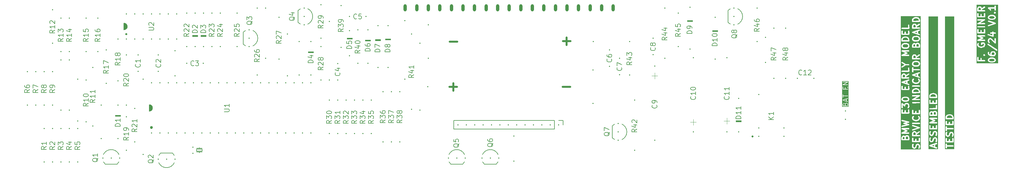
<source format=gto>
%TF.GenerationSoftware,KiCad,Pcbnew,8.0.1*%
%TF.CreationDate,2024-06-06T00:05:14+02:00*%
%TF.ProjectId,BMW E30 VFL SI Board,424d5720-4533-4302-9056-464c20534920,rev?*%
%TF.SameCoordinates,Original*%
%TF.FileFunction,Legend,Top*%
%TF.FilePolarity,Positive*%
%FSLAX46Y46*%
G04 Gerber Fmt 4.6, Leading zero omitted, Abs format (unit mm)*
G04 Created by KiCad (PCBNEW 8.0.1) date 2024-06-06 00:05:14*
%MOMM*%
%LPD*%
G01*
G04 APERTURE LIST*
%ADD10C,0.150000*%
%ADD11C,0.400000*%
%ADD12C,0.600000*%
%ADD13C,0.050000*%
%ADD14C,0.120000*%
%ADD15C,0.309030*%
%ADD16C,0.350000*%
%ADD17C,0.100000*%
%ADD18C,0.450000*%
%ADD19C,0.350000*%
%ADD20O,1.000000X2.200000*%
G04 APERTURE END LIST*
D10*
G36*
X316663271Y-131596097D02*
G01*
X316718499Y-131649966D01*
X316777956Y-131766464D01*
X316779106Y-132177074D01*
X316213421Y-132177612D01*
X316212284Y-131771373D01*
X316269183Y-131655185D01*
X316323052Y-131599956D01*
X316439742Y-131540401D01*
X316547525Y-131539414D01*
X316663271Y-131596097D01*
G37*
G36*
X317448984Y-131524667D02*
G01*
X317504214Y-131578539D01*
X317563665Y-131695025D01*
X317564848Y-132176327D01*
X316927705Y-132176933D01*
X316926559Y-131767339D01*
X316988076Y-131579032D01*
X317037339Y-131528527D01*
X317153940Y-131469017D01*
X317333042Y-131467890D01*
X317448984Y-131524667D01*
G37*
G36*
X317136265Y-130719558D02*
G01*
X316373540Y-130466082D01*
X317135260Y-130211411D01*
X317136265Y-130719558D01*
G37*
G36*
X317880295Y-132492924D02*
G01*
X315896961Y-132492924D01*
X315896961Y-131751257D01*
X316063628Y-131751257D01*
X316065069Y-132265889D01*
X316076268Y-132292925D01*
X316096960Y-132313617D01*
X316123996Y-132324816D01*
X316138628Y-132326257D01*
X317653260Y-132324816D01*
X317680296Y-132313617D01*
X317700988Y-132292925D01*
X317712187Y-132265889D01*
X317713628Y-132251257D01*
X317712251Y-131691570D01*
X317713039Y-131689209D01*
X317712217Y-131677648D01*
X317712187Y-131665196D01*
X317711155Y-131662706D01*
X317710965Y-131660019D01*
X317705710Y-131646287D01*
X317633471Y-131504744D01*
X317629561Y-131495303D01*
X317627159Y-131492376D01*
X317626450Y-131490987D01*
X317624953Y-131489688D01*
X317620233Y-131483938D01*
X317547944Y-131413428D01*
X317541755Y-131406292D01*
X317538576Y-131404291D01*
X317537439Y-131403182D01*
X317535611Y-131402424D01*
X317529312Y-131398460D01*
X317396007Y-131333179D01*
X317394582Y-131331754D01*
X317384943Y-131327761D01*
X317372723Y-131321777D01*
X317370035Y-131321586D01*
X317367546Y-131320555D01*
X317352914Y-131319114D01*
X317150072Y-131320390D01*
X317148009Y-131319703D01*
X317137186Y-131320471D01*
X317123996Y-131320555D01*
X317121506Y-131321586D01*
X317118819Y-131321777D01*
X317105087Y-131327032D01*
X316963544Y-131399270D01*
X316954103Y-131403181D01*
X316951176Y-131405582D01*
X316949787Y-131406292D01*
X316948488Y-131407788D01*
X316942738Y-131412509D01*
X316879866Y-131476967D01*
X316878359Y-131477721D01*
X316872163Y-131484864D01*
X316861982Y-131495303D01*
X316860950Y-131497793D01*
X316859185Y-131499829D01*
X316853191Y-131513254D01*
X316838033Y-131559650D01*
X316834518Y-131555367D01*
X316762230Y-131484858D01*
X316756041Y-131477721D01*
X316752862Y-131475720D01*
X316751725Y-131474611D01*
X316749897Y-131473853D01*
X316743598Y-131469889D01*
X316610293Y-131404607D01*
X316608868Y-131403182D01*
X316599234Y-131399191D01*
X316587010Y-131393205D01*
X316584320Y-131393013D01*
X316581832Y-131391983D01*
X316567200Y-131390542D01*
X316435568Y-131391746D01*
X316433722Y-131391131D01*
X316423507Y-131391856D01*
X316409710Y-131391983D01*
X316407221Y-131393013D01*
X316404532Y-131393205D01*
X316390801Y-131398460D01*
X316249262Y-131470698D01*
X316239817Y-131474611D01*
X316236890Y-131477013D01*
X316235501Y-131477722D01*
X316234204Y-131479217D01*
X316228452Y-131483938D01*
X316157942Y-131556227D01*
X316150807Y-131562416D01*
X316148806Y-131565594D01*
X316147696Y-131566733D01*
X316146938Y-131568562D01*
X316142975Y-131574859D01*
X316077693Y-131708163D01*
X316076268Y-131709589D01*
X316072277Y-131719222D01*
X316066291Y-131731447D01*
X316066099Y-131734136D01*
X316065069Y-131736625D01*
X316063628Y-131751257D01*
X315896961Y-131751257D01*
X315896961Y-130474922D01*
X316064217Y-130474922D01*
X316065912Y-130480007D01*
X316066292Y-130485352D01*
X316070496Y-130493761D01*
X316073471Y-130502685D01*
X316076982Y-130506733D01*
X316079378Y-130511525D01*
X316086482Y-130517687D01*
X316092645Y-130524792D01*
X316097436Y-130527187D01*
X316101485Y-130530699D01*
X316114911Y-130536693D01*
X317189765Y-130893899D01*
X317195425Y-130896244D01*
X317196820Y-130896244D01*
X317629248Y-131039953D01*
X317658438Y-131037879D01*
X317684611Y-131024792D01*
X317703785Y-131002685D01*
X317713039Y-130974922D01*
X317710965Y-130945732D01*
X317697878Y-130919559D01*
X317675771Y-130900385D01*
X317662345Y-130894391D01*
X317284950Y-130768971D01*
X317283750Y-130161765D01*
X317675771Y-130030699D01*
X317697878Y-130011525D01*
X317710965Y-129985352D01*
X317713039Y-129956162D01*
X317703785Y-129928399D01*
X317684611Y-129906292D01*
X317658438Y-129893205D01*
X317629248Y-129891131D01*
X317614911Y-129894391D01*
X316124075Y-130392832D01*
X316118818Y-130393206D01*
X316110463Y-130397383D01*
X316101485Y-130400385D01*
X316097436Y-130403896D01*
X316092645Y-130406292D01*
X316086482Y-130413396D01*
X316079378Y-130419559D01*
X316076982Y-130424350D01*
X316073471Y-130428399D01*
X316070496Y-130437322D01*
X316066292Y-130445732D01*
X316065912Y-130451076D01*
X316064217Y-130456162D01*
X316064883Y-130465542D01*
X316064217Y-130474922D01*
X315896961Y-130474922D01*
X315896961Y-128822686D01*
X316063628Y-128822686D01*
X316065069Y-129694460D01*
X316076268Y-129721496D01*
X316096960Y-129742188D01*
X316123996Y-129753387D01*
X316153260Y-129753387D01*
X316180296Y-129742188D01*
X316200988Y-129721496D01*
X316212187Y-129694460D01*
X316213628Y-129679828D01*
X316213043Y-129326186D01*
X317653260Y-129324816D01*
X317680296Y-129313617D01*
X317700988Y-129292925D01*
X317712187Y-129265889D01*
X317712187Y-129236625D01*
X317700988Y-129209589D01*
X317680296Y-129188897D01*
X317653260Y-129177698D01*
X317638628Y-129176257D01*
X316212797Y-129177613D01*
X316212187Y-128808054D01*
X316200988Y-128781018D01*
X316180296Y-128760326D01*
X316153260Y-128749127D01*
X316123996Y-128749127D01*
X316096960Y-128760326D01*
X316076268Y-128781018D01*
X316065069Y-128808054D01*
X316063628Y-128822686D01*
X315896961Y-128822686D01*
X315896961Y-126465543D01*
X316063628Y-126465543D01*
X316065069Y-127194461D01*
X316076268Y-127221497D01*
X316096960Y-127242189D01*
X316123996Y-127253388D01*
X316138628Y-127254829D01*
X317653260Y-127253388D01*
X317680296Y-127242189D01*
X317700988Y-127221497D01*
X317712187Y-127194461D01*
X317713628Y-127179829D01*
X317712187Y-126450911D01*
X317700988Y-126423875D01*
X317680296Y-126403183D01*
X317653260Y-126391984D01*
X317623996Y-126391984D01*
X317596960Y-126403183D01*
X317576268Y-126423875D01*
X317565069Y-126450911D01*
X317563628Y-126465543D01*
X317564891Y-127104899D01*
X316927705Y-127105505D01*
X316926473Y-126665197D01*
X316915274Y-126638161D01*
X316894582Y-126617469D01*
X316867546Y-126606270D01*
X316838282Y-126606270D01*
X316811246Y-126617469D01*
X316790554Y-126638161D01*
X316779355Y-126665197D01*
X316777914Y-126679829D01*
X316779106Y-127105646D01*
X316213482Y-127106184D01*
X316212187Y-126450911D01*
X316200988Y-126423875D01*
X316180296Y-126403183D01*
X316153260Y-126391984D01*
X316123996Y-126391984D01*
X316096960Y-126403183D01*
X316076268Y-126423875D01*
X316065069Y-126450911D01*
X316063628Y-126465543D01*
X315896961Y-126465543D01*
X315896961Y-125817447D01*
X316063811Y-125817447D01*
X316065069Y-125827343D01*
X316065069Y-125837318D01*
X316066898Y-125841733D01*
X316067501Y-125846477D01*
X316072451Y-125855141D01*
X316076268Y-125864354D01*
X316079646Y-125867732D01*
X316082020Y-125871886D01*
X316089909Y-125877995D01*
X316096960Y-125885046D01*
X316101376Y-125886875D01*
X316105157Y-125889803D01*
X316114780Y-125892427D01*
X316123996Y-125896245D01*
X316131478Y-125896981D01*
X316133389Y-125897503D01*
X316134864Y-125897315D01*
X316138628Y-125897686D01*
X317653260Y-125896245D01*
X317680296Y-125885046D01*
X317700988Y-125864354D01*
X317712187Y-125837318D01*
X317712187Y-125808054D01*
X317700988Y-125781018D01*
X317680296Y-125760326D01*
X317653260Y-125749127D01*
X317638628Y-125747686D01*
X316418546Y-125748846D01*
X317671194Y-125031672D01*
X317680296Y-125027903D01*
X317683666Y-125024532D01*
X317687828Y-125022150D01*
X317693934Y-125014264D01*
X317700988Y-125007211D01*
X317702818Y-125002792D01*
X317705745Y-124999013D01*
X317708369Y-124989391D01*
X317712187Y-124980175D01*
X317712187Y-124975394D01*
X317713445Y-124970782D01*
X317712187Y-124960885D01*
X317712187Y-124950911D01*
X317710357Y-124946495D01*
X317709755Y-124941752D01*
X317704804Y-124933087D01*
X317700988Y-124923875D01*
X317697609Y-124920496D01*
X317695236Y-124916343D01*
X317687346Y-124910233D01*
X317680296Y-124903183D01*
X317675879Y-124901353D01*
X317672099Y-124898426D01*
X317662475Y-124895801D01*
X317653260Y-124891984D01*
X317645777Y-124891247D01*
X317643867Y-124890726D01*
X317642391Y-124890913D01*
X317638628Y-124890543D01*
X316123996Y-124891984D01*
X316096960Y-124903183D01*
X316076268Y-124923875D01*
X316065069Y-124950911D01*
X316065069Y-124980175D01*
X316076268Y-125007211D01*
X316096960Y-125027903D01*
X316123996Y-125039102D01*
X316138628Y-125040543D01*
X317358708Y-125039382D01*
X316106054Y-125756558D01*
X316096960Y-125760326D01*
X316093591Y-125763694D01*
X316089428Y-125766078D01*
X316083318Y-125773967D01*
X316076268Y-125781018D01*
X316074438Y-125785434D01*
X316071511Y-125789215D01*
X316068886Y-125798838D01*
X316065069Y-125808054D01*
X316065069Y-125812834D01*
X316063811Y-125817447D01*
X315896961Y-125817447D01*
X315896961Y-124723876D01*
X317880295Y-124723876D01*
X317880295Y-132492924D01*
G37*
G36*
X342086000Y-105110500D02*
G01*
X344916000Y-105110500D01*
X344916000Y-128189500D01*
X342086000Y-128189500D01*
X342086000Y-105110500D01*
G37*
G36*
X347040000Y-105090500D02*
G01*
X349880000Y-105090500D01*
X349880000Y-134549500D01*
X347040000Y-134549500D01*
X347040000Y-105090500D01*
G37*
D11*
G36*
X361791055Y-118032856D02*
G01*
X361941099Y-118105040D01*
X361992653Y-118154362D01*
X362055104Y-118274642D01*
X362056727Y-118371572D01*
X361999911Y-118489672D01*
X361950592Y-118541221D01*
X361815478Y-118611374D01*
X361480558Y-118698278D01*
X361053580Y-118701463D01*
X360717707Y-118620666D01*
X360567661Y-118548481D01*
X360516111Y-118499162D01*
X360453659Y-118378880D01*
X360452036Y-118281950D01*
X360508852Y-118163850D01*
X360558171Y-118112300D01*
X360693280Y-118042150D01*
X361028205Y-117955244D01*
X361455182Y-117952059D01*
X361791055Y-118032856D01*
G37*
G36*
X361941099Y-116105040D02*
G01*
X361992653Y-116154362D01*
X362054770Y-116274000D01*
X362057393Y-116560663D01*
X361999911Y-116680148D01*
X361950592Y-116731697D01*
X361831310Y-116793630D01*
X361447044Y-116795473D01*
X361329567Y-116738958D01*
X361278015Y-116689638D01*
X361215897Y-116569998D01*
X361213274Y-116283335D01*
X361270755Y-116163853D01*
X361320077Y-116112299D01*
X361439575Y-116050255D01*
X361821301Y-116047407D01*
X361941099Y-116105040D01*
G37*
G36*
X361791055Y-105080474D02*
G01*
X361941099Y-105152658D01*
X361992653Y-105201980D01*
X362055104Y-105322260D01*
X362056727Y-105419190D01*
X361999911Y-105537290D01*
X361950592Y-105588839D01*
X361815478Y-105658992D01*
X361480558Y-105745896D01*
X361053580Y-105749081D01*
X360717707Y-105668284D01*
X360567661Y-105596099D01*
X360516111Y-105546780D01*
X360453659Y-105426498D01*
X360452036Y-105329568D01*
X360508852Y-105211468D01*
X360558171Y-105159918D01*
X360693280Y-105089768D01*
X361028205Y-105002862D01*
X361455182Y-104999677D01*
X361791055Y-105080474D01*
G37*
G36*
X357768830Y-102485992D02*
G01*
X357820384Y-102535314D01*
X357882315Y-102654592D01*
X357883469Y-102895106D01*
X357882160Y-102902525D01*
X357883534Y-102908728D01*
X357884819Y-103176546D01*
X357233550Y-103177774D01*
X357231090Y-102665101D01*
X357288964Y-102544802D01*
X357338283Y-102493252D01*
X357458147Y-102431017D01*
X357649841Y-102428749D01*
X357768830Y-102485992D01*
G37*
G36*
X363152794Y-119320412D02*
G01*
X356612272Y-119320412D01*
X356612272Y-117564857D01*
X356834494Y-117564857D01*
X356838337Y-118556256D01*
X356868200Y-118628352D01*
X356923380Y-118683532D01*
X356995476Y-118713395D01*
X357034494Y-118717238D01*
X359073512Y-118713395D01*
X359145608Y-118683532D01*
X359200788Y-118628352D01*
X359230651Y-118556256D01*
X359230651Y-118478220D01*
X359200788Y-118406124D01*
X359145608Y-118350944D01*
X359073512Y-118321081D01*
X359034494Y-118317238D01*
X358185794Y-118318837D01*
X358185319Y-118231523D01*
X360054382Y-118231523D01*
X360057095Y-118393556D01*
X360055952Y-118396986D01*
X360057522Y-118419089D01*
X360058225Y-118461018D01*
X360060974Y-118467655D01*
X360061484Y-118474825D01*
X360075497Y-118511443D01*
X360174175Y-118701499D01*
X360183326Y-118723590D01*
X360189639Y-118731283D01*
X360191621Y-118735099D01*
X360195612Y-118738561D01*
X360208199Y-118753897D01*
X360308400Y-118849761D01*
X360322235Y-118865713D01*
X360330534Y-118870937D01*
X360333744Y-118874008D01*
X360338623Y-118876029D01*
X360355415Y-118886599D01*
X360535960Y-118973456D01*
X360549906Y-118983789D01*
X360579181Y-118994249D01*
X360582509Y-118995850D01*
X360583947Y-118995952D01*
X360586827Y-118996981D01*
X360957449Y-119086138D01*
X360977268Y-119094347D01*
X361001492Y-119096732D01*
X361006564Y-119097953D01*
X361009477Y-119097519D01*
X361016286Y-119098190D01*
X361480519Y-119094727D01*
X361502199Y-119097953D01*
X361526329Y-119094385D01*
X361531495Y-119094347D01*
X361534217Y-119093219D01*
X361540984Y-119092219D01*
X361907140Y-118997208D01*
X361926254Y-118995850D01*
X361955484Y-118984664D01*
X361958857Y-118983789D01*
X361960016Y-118982929D01*
X361962872Y-118981837D01*
X362152932Y-118883156D01*
X362175018Y-118874008D01*
X362182710Y-118867694D01*
X362186528Y-118865713D01*
X362189989Y-118861721D01*
X362205326Y-118849136D01*
X362301195Y-118748929D01*
X362317143Y-118735099D01*
X362322365Y-118726802D01*
X362325438Y-118723591D01*
X362327460Y-118718708D01*
X362338029Y-118701919D01*
X362417905Y-118535884D01*
X362420676Y-118533114D01*
X362429582Y-118511612D01*
X362447280Y-118474825D01*
X362447789Y-118467655D01*
X362450539Y-118461018D01*
X362454382Y-118422000D01*
X362451668Y-118259967D01*
X362452812Y-118256538D01*
X362451241Y-118234434D01*
X362450539Y-118192505D01*
X362447789Y-118185867D01*
X362447280Y-118178698D01*
X362433268Y-118142081D01*
X362334589Y-117952026D01*
X362325438Y-117929932D01*
X362319122Y-117922237D01*
X362317143Y-117918424D01*
X362313154Y-117914964D01*
X362300565Y-117899625D01*
X362200366Y-117803765D01*
X362186528Y-117787810D01*
X362178226Y-117782584D01*
X362175018Y-117779515D01*
X362170141Y-117777495D01*
X362153348Y-117766924D01*
X361972802Y-117680066D01*
X361958857Y-117669734D01*
X361929581Y-117659273D01*
X361926254Y-117657673D01*
X361924815Y-117657570D01*
X361921936Y-117656542D01*
X361551313Y-117567384D01*
X361531495Y-117559176D01*
X361507270Y-117556790D01*
X361502199Y-117555570D01*
X361499285Y-117556003D01*
X361492477Y-117555333D01*
X361028243Y-117558795D01*
X361006564Y-117555570D01*
X360982437Y-117559137D01*
X360977268Y-117559176D01*
X360974542Y-117560304D01*
X360967779Y-117561305D01*
X360601622Y-117656314D01*
X360582509Y-117657673D01*
X360553274Y-117668859D01*
X360549906Y-117669734D01*
X360548747Y-117670592D01*
X360545892Y-117671685D01*
X360355833Y-117770365D01*
X360333744Y-117779515D01*
X360326050Y-117785828D01*
X360322235Y-117787810D01*
X360318773Y-117791801D01*
X360303437Y-117804388D01*
X360207574Y-117904587D01*
X360191621Y-117918424D01*
X360186396Y-117926723D01*
X360183326Y-117929933D01*
X360181304Y-117934812D01*
X360170735Y-117951604D01*
X360090858Y-118117638D01*
X360088088Y-118120409D01*
X360079181Y-118141910D01*
X360061484Y-118178698D01*
X360060974Y-118185867D01*
X360058225Y-118192505D01*
X360054382Y-118231523D01*
X358185319Y-118231523D01*
X358183032Y-117811553D01*
X358153169Y-117739457D01*
X358097989Y-117684277D01*
X358025893Y-117654414D01*
X357947857Y-117654414D01*
X357875761Y-117684277D01*
X357820581Y-117739457D01*
X357790718Y-117811553D01*
X357786875Y-117850571D01*
X357789429Y-118319584D01*
X357233731Y-118320631D01*
X357230651Y-117525839D01*
X357200788Y-117453743D01*
X357145608Y-117398563D01*
X357073512Y-117368700D01*
X356995476Y-117368700D01*
X356923380Y-117398563D01*
X356868200Y-117453743D01*
X356838337Y-117525839D01*
X356834494Y-117564857D01*
X356612272Y-117564857D01*
X356612272Y-116841970D01*
X358647860Y-116841970D01*
X358677723Y-116914066D01*
X358677724Y-116914067D01*
X358702596Y-116944374D01*
X358828143Y-117064485D01*
X358900239Y-117094348D01*
X358978275Y-117094347D01*
X359050371Y-117064484D01*
X359050375Y-117064479D01*
X359080677Y-117039611D01*
X359200788Y-116914066D01*
X359230651Y-116841970D01*
X359230651Y-116763934D01*
X359200788Y-116691838D01*
X359200787Y-116691837D01*
X359175915Y-116661531D01*
X359050393Y-116541442D01*
X359050371Y-116541420D01*
X358978275Y-116511557D01*
X358900239Y-116511556D01*
X358828143Y-116541419D01*
X358797836Y-116566292D01*
X358677724Y-116691837D01*
X358677723Y-116691838D01*
X358647860Y-116763934D01*
X358647860Y-116841970D01*
X356612272Y-116841970D01*
X356612272Y-116041047D01*
X360054382Y-116041047D01*
X360057593Y-116392060D01*
X360055952Y-116396986D01*
X360057888Y-116424232D01*
X360058225Y-116461018D01*
X360060974Y-116467655D01*
X360061484Y-116474825D01*
X360075497Y-116511443D01*
X360174175Y-116701499D01*
X360183326Y-116723590D01*
X360189639Y-116731283D01*
X360191621Y-116735099D01*
X360195612Y-116738561D01*
X360208199Y-116753897D01*
X360295889Y-116837791D01*
X360303585Y-116849283D01*
X360333551Y-116873824D01*
X360333744Y-116874008D01*
X360333809Y-116874035D01*
X360333918Y-116874124D01*
X360623650Y-117063101D01*
X360645144Y-117079027D01*
X360651606Y-117081336D01*
X360654228Y-117083046D01*
X360659076Y-117084005D01*
X360682065Y-117092219D01*
X361052687Y-117181376D01*
X361072506Y-117189585D01*
X361096730Y-117191970D01*
X361101802Y-117193191D01*
X361104715Y-117192757D01*
X361111524Y-117193428D01*
X361842601Y-117189920D01*
X361848415Y-117191858D01*
X361878077Y-117189749D01*
X361912447Y-117189585D01*
X361919084Y-117186835D01*
X361926254Y-117186326D01*
X361962872Y-117172313D01*
X362152932Y-117073632D01*
X362175018Y-117064484D01*
X362182710Y-117058170D01*
X362186528Y-117056189D01*
X362189989Y-117052197D01*
X362205326Y-117039612D01*
X362301195Y-116939405D01*
X362317143Y-116925575D01*
X362322365Y-116917278D01*
X362325438Y-116914067D01*
X362327460Y-116909184D01*
X362338029Y-116892395D01*
X362417905Y-116726360D01*
X362420676Y-116723590D01*
X362429582Y-116702088D01*
X362447280Y-116665301D01*
X362447789Y-116658131D01*
X362450539Y-116651494D01*
X362454382Y-116612476D01*
X362451170Y-116261463D01*
X362452812Y-116256538D01*
X362450875Y-116229291D01*
X362450539Y-116192505D01*
X362447789Y-116185867D01*
X362447280Y-116178698D01*
X362433268Y-116142081D01*
X362334589Y-115952026D01*
X362325438Y-115929932D01*
X362319122Y-115922237D01*
X362317143Y-115918424D01*
X362313154Y-115914964D01*
X362300565Y-115899625D01*
X362200366Y-115803765D01*
X362186528Y-115787810D01*
X362178226Y-115782584D01*
X362175018Y-115779515D01*
X362170141Y-115777495D01*
X362153348Y-115766924D01*
X361987313Y-115687047D01*
X361984543Y-115684277D01*
X361963041Y-115675370D01*
X361926254Y-115657673D01*
X361919084Y-115657163D01*
X361912447Y-115654414D01*
X361873429Y-115650571D01*
X361427522Y-115653897D01*
X361422254Y-115652141D01*
X361394029Y-115654146D01*
X361358221Y-115654414D01*
X361351583Y-115657163D01*
X361344414Y-115657673D01*
X361307797Y-115671685D01*
X361117744Y-115770362D01*
X361095650Y-115779514D01*
X361087955Y-115785829D01*
X361084140Y-115787810D01*
X361080678Y-115791800D01*
X361065343Y-115804387D01*
X360969479Y-115904586D01*
X360953525Y-115918424D01*
X360948300Y-115926723D01*
X360945231Y-115929932D01*
X360943210Y-115934810D01*
X360932639Y-115951604D01*
X360852762Y-116117638D01*
X360849992Y-116120409D01*
X360841085Y-116141910D01*
X360823388Y-116178698D01*
X360822878Y-116185867D01*
X360820129Y-116192505D01*
X360816286Y-116231523D01*
X360819497Y-116582536D01*
X360817856Y-116587462D01*
X360819792Y-116614708D01*
X360820129Y-116651494D01*
X360822878Y-116658131D01*
X360823388Y-116665301D01*
X360837401Y-116701919D01*
X360849188Y-116724622D01*
X360819641Y-116717514D01*
X360583033Y-116563188D01*
X360516111Y-116499162D01*
X360453993Y-116379522D01*
X360450539Y-116002029D01*
X360420676Y-115929933D01*
X360365496Y-115874753D01*
X360293400Y-115844890D01*
X360215364Y-115844890D01*
X360143268Y-115874753D01*
X360088088Y-115929933D01*
X360058225Y-116002029D01*
X360054382Y-116041047D01*
X356612272Y-116041047D01*
X356612272Y-113469618D01*
X356834494Y-113469618D01*
X356837870Y-113754935D01*
X356836065Y-113780346D01*
X356838286Y-113790118D01*
X356838337Y-113794350D01*
X356840358Y-113799230D01*
X356844757Y-113818577D01*
X356933575Y-114075326D01*
X356933575Y-114080065D01*
X356943520Y-114104074D01*
X356955980Y-114140093D01*
X356960687Y-114145521D01*
X356963438Y-114152161D01*
X356988311Y-114182468D01*
X357181086Y-114370498D01*
X357197585Y-114389522D01*
X357206057Y-114394855D01*
X357209094Y-114397817D01*
X357213973Y-114399838D01*
X357230765Y-114410408D01*
X357411310Y-114497265D01*
X357425256Y-114507598D01*
X357454531Y-114518058D01*
X357457859Y-114519659D01*
X357459297Y-114519761D01*
X357462177Y-114520790D01*
X357832799Y-114609947D01*
X357852618Y-114618156D01*
X357876842Y-114620541D01*
X357881914Y-114621762D01*
X357884827Y-114621328D01*
X357891636Y-114621999D01*
X358166782Y-114618742D01*
X358187073Y-114621762D01*
X358211037Y-114618219D01*
X358216369Y-114618156D01*
X358219091Y-114617028D01*
X358225858Y-114616028D01*
X358592014Y-114521017D01*
X358611128Y-114519659D01*
X358640358Y-114508473D01*
X358643731Y-114507598D01*
X358644890Y-114506738D01*
X358647746Y-114505646D01*
X358837802Y-114406967D01*
X358859893Y-114397817D01*
X358867586Y-114391502D01*
X358871402Y-114389522D01*
X358874862Y-114385531D01*
X358890200Y-114372945D01*
X359057857Y-114201056D01*
X359061879Y-114199046D01*
X359078406Y-114179989D01*
X359105549Y-114152162D01*
X359108299Y-114145522D01*
X359113008Y-114140093D01*
X359128993Y-114104292D01*
X359220800Y-113818131D01*
X359230651Y-113794350D01*
X359231634Y-113784361D01*
X359232923Y-113780346D01*
X359232548Y-113775080D01*
X359234494Y-113755332D01*
X359231308Y-113565066D01*
X359959144Y-113565066D01*
X359974448Y-113641587D01*
X360017871Y-113706426D01*
X360048204Y-113731267D01*
X362654229Y-115463998D01*
X362730781Y-115479142D01*
X362807302Y-115463838D01*
X362872142Y-115420415D01*
X362915428Y-115355486D01*
X362930572Y-115278933D01*
X362915268Y-115202412D01*
X362871846Y-115137573D01*
X362841512Y-115112732D01*
X360235487Y-113380001D01*
X360158935Y-113364857D01*
X360082414Y-113380161D01*
X360017575Y-113423584D01*
X359974288Y-113488514D01*
X359959144Y-113565066D01*
X359231308Y-113565066D01*
X359231274Y-113563046D01*
X359232923Y-113539841D01*
X359230723Y-113530166D01*
X359230651Y-113525838D01*
X359228630Y-113520959D01*
X359224231Y-113501610D01*
X359135413Y-113244862D01*
X359135413Y-113240123D01*
X359125466Y-113216109D01*
X359113008Y-113180096D01*
X359108301Y-113174668D01*
X359105550Y-113168027D01*
X359080677Y-113137720D01*
X358955153Y-113017632D01*
X358955131Y-113017610D01*
X358883035Y-112987747D01*
X358844017Y-112983904D01*
X358138333Y-112987747D01*
X358066237Y-113017610D01*
X358011057Y-113072790D01*
X357981194Y-113144886D01*
X357977351Y-113183904D01*
X357981194Y-113603874D01*
X358011057Y-113675970D01*
X358066237Y-113731150D01*
X358138333Y-113761013D01*
X358216369Y-113761013D01*
X358288465Y-113731150D01*
X358343645Y-113675970D01*
X358373508Y-113603874D01*
X358377351Y-113564856D01*
X358375685Y-113382823D01*
X358760505Y-113380728D01*
X358763908Y-113383983D01*
X358834901Y-113589205D01*
X358837027Y-113716178D01*
X358768536Y-113929663D01*
X358637561Y-114063943D01*
X358500352Y-114135183D01*
X358165221Y-114222142D01*
X357927607Y-114224954D01*
X357593057Y-114144475D01*
X357443716Y-114072629D01*
X357305705Y-113938016D01*
X357234210Y-113731341D01*
X357231720Y-113520936D01*
X357322630Y-113331967D01*
X357328162Y-113254127D01*
X357303484Y-113180095D01*
X357252355Y-113121143D01*
X357182557Y-113086244D01*
X357104718Y-113080712D01*
X357030686Y-113105389D01*
X356971733Y-113156519D01*
X356950847Y-113189699D01*
X356870970Y-113355733D01*
X356868200Y-113358504D01*
X356859296Y-113380001D01*
X356841596Y-113416793D01*
X356841086Y-113423962D01*
X356838337Y-113430600D01*
X356834494Y-113469618D01*
X356612272Y-113469618D01*
X356612272Y-112296395D01*
X356836813Y-112296395D01*
X356838337Y-112331064D01*
X356838337Y-112365779D01*
X356840044Y-112369900D01*
X356840240Y-112374356D01*
X356854916Y-112405804D01*
X356868200Y-112437875D01*
X356871354Y-112441029D01*
X356873240Y-112445070D01*
X356898832Y-112468507D01*
X356923380Y-112493055D01*
X356927501Y-112494761D01*
X356930790Y-112497774D01*
X356963405Y-112509633D01*
X356995476Y-112522918D01*
X357001594Y-112523520D01*
X357004128Y-112524442D01*
X357008844Y-112524234D01*
X357034494Y-112526761D01*
X359073512Y-112522918D01*
X359145608Y-112493055D01*
X359200788Y-112437875D01*
X359230651Y-112365779D01*
X359230651Y-112287743D01*
X359207364Y-112231523D01*
X360054382Y-112231523D01*
X360057708Y-112677431D01*
X360055952Y-112682700D01*
X360057957Y-112710924D01*
X360058225Y-112746732D01*
X360060974Y-112753369D01*
X360061484Y-112760539D01*
X360075497Y-112797157D01*
X360174175Y-112987213D01*
X360183326Y-113009304D01*
X360189639Y-113016997D01*
X360191621Y-113020813D01*
X360195612Y-113024275D01*
X360208199Y-113039611D01*
X360333744Y-113159722D01*
X360405840Y-113189585D01*
X360483876Y-113189585D01*
X360555972Y-113159722D01*
X360611152Y-113104542D01*
X360641015Y-113032446D01*
X360641015Y-112954410D01*
X360611152Y-112882314D01*
X360586279Y-112852007D01*
X360516111Y-112784876D01*
X360454066Y-112665376D01*
X360451218Y-112283650D01*
X360508852Y-112163850D01*
X360558171Y-112112300D01*
X360678453Y-112049848D01*
X360786655Y-112048037D01*
X360999251Y-112116243D01*
X362143268Y-113254960D01*
X362215364Y-113284823D01*
X362293400Y-113284823D01*
X362293401Y-113284823D01*
X362365496Y-113254960D01*
X362420676Y-113199780D01*
X362450539Y-113127684D01*
X362454382Y-113088666D01*
X362450539Y-111811553D01*
X362420676Y-111739457D01*
X362365496Y-111684277D01*
X362293400Y-111654414D01*
X362215364Y-111654414D01*
X362143268Y-111684277D01*
X362088088Y-111739457D01*
X362058225Y-111811553D01*
X362054382Y-111850571D01*
X362056666Y-112609678D01*
X361272505Y-111829151D01*
X361269523Y-111823186D01*
X361246125Y-111802894D01*
X361222638Y-111779515D01*
X361215998Y-111776764D01*
X361210570Y-111772057D01*
X361174770Y-111756072D01*
X360888606Y-111664263D01*
X360864828Y-111654414D01*
X360854840Y-111653430D01*
X360850825Y-111652142D01*
X360845559Y-111652516D01*
X360825810Y-111650571D01*
X360663778Y-111653284D01*
X360660349Y-111652141D01*
X360638245Y-111653711D01*
X360596316Y-111654414D01*
X360589678Y-111657163D01*
X360582509Y-111657673D01*
X360545892Y-111671685D01*
X360355833Y-111770365D01*
X360333744Y-111779515D01*
X360326050Y-111785828D01*
X360322235Y-111787810D01*
X360318773Y-111791801D01*
X360303437Y-111804388D01*
X360207574Y-111904587D01*
X360191621Y-111918424D01*
X360186396Y-111926723D01*
X360183326Y-111929933D01*
X360181304Y-111934812D01*
X360170735Y-111951604D01*
X360090858Y-112117638D01*
X360088088Y-112120409D01*
X360079181Y-112141910D01*
X360061484Y-112178698D01*
X360060974Y-112185867D01*
X360058225Y-112192505D01*
X360054382Y-112231523D01*
X359207364Y-112231523D01*
X359200788Y-112215647D01*
X359145608Y-112160467D01*
X359073512Y-112130604D01*
X359034494Y-112126761D01*
X357926514Y-112128849D01*
X358539389Y-111841063D01*
X358566769Y-111831107D01*
X358573269Y-111825154D01*
X358581375Y-111821348D01*
X358601906Y-111798928D01*
X358624319Y-111778403D01*
X358628076Y-111770351D01*
X358634078Y-111763798D01*
X358644468Y-111735225D01*
X358657319Y-111707688D01*
X358657709Y-111698814D01*
X358660747Y-111690460D01*
X358659411Y-111660082D01*
X358660746Y-111629727D01*
X358657710Y-111621378D01*
X358657320Y-111612499D01*
X358644464Y-111584951D01*
X358634078Y-111556389D01*
X358628076Y-111549835D01*
X358624319Y-111541784D01*
X358601899Y-111521252D01*
X358581374Y-111498840D01*
X358570194Y-111492217D01*
X358566770Y-111489081D01*
X358561928Y-111487320D01*
X358547642Y-111478857D01*
X357928557Y-111191742D01*
X359073512Y-111189585D01*
X359145608Y-111159722D01*
X359200788Y-111104542D01*
X359230651Y-111032446D01*
X359230651Y-110954410D01*
X359200788Y-110882314D01*
X359145608Y-110827134D01*
X359073512Y-110797271D01*
X359034494Y-110793428D01*
X357037016Y-110797192D01*
X357004128Y-110795747D01*
X356999960Y-110797262D01*
X356995476Y-110797271D01*
X356963405Y-110810555D01*
X356930790Y-110822415D01*
X356927501Y-110825427D01*
X356923380Y-110827134D01*
X356898832Y-110851681D01*
X356873240Y-110875119D01*
X356871354Y-110879159D01*
X356868200Y-110882314D01*
X356854913Y-110914389D01*
X356840240Y-110945834D01*
X356840044Y-110950288D01*
X356838337Y-110954410D01*
X356838337Y-110989124D01*
X356836813Y-111023794D01*
X356838337Y-111027985D01*
X356838337Y-111032446D01*
X356851621Y-111064516D01*
X356863481Y-111097132D01*
X356866493Y-111100420D01*
X356868200Y-111104542D01*
X356892747Y-111129089D01*
X356916185Y-111154682D01*
X356921472Y-111157814D01*
X356923380Y-111159722D01*
X356927744Y-111161529D01*
X356949917Y-111174665D01*
X357994555Y-111659139D01*
X356953394Y-112148034D01*
X356923380Y-112160467D01*
X356920247Y-112163599D01*
X356916185Y-112165507D01*
X356892747Y-112191099D01*
X356868200Y-112215647D01*
X356866493Y-112219768D01*
X356863481Y-112223057D01*
X356851621Y-112255672D01*
X356838337Y-112287743D01*
X356838337Y-112292203D01*
X356836813Y-112296395D01*
X356612272Y-112296395D01*
X356612272Y-110587461D01*
X359960715Y-110587461D01*
X359966246Y-110665301D01*
X360001145Y-110735099D01*
X360060098Y-110786228D01*
X360095898Y-110802213D01*
X361520513Y-111273148D01*
X361548697Y-111284823D01*
X361555828Y-111284823D01*
X361562701Y-111287095D01*
X361594675Y-111284823D01*
X361626733Y-111284823D01*
X361633371Y-111282073D01*
X361640540Y-111281564D01*
X361669215Y-111267226D01*
X361698829Y-111254960D01*
X361703910Y-111249879D01*
X361710338Y-111246665D01*
X361731341Y-111222447D01*
X361754009Y-111199780D01*
X361756759Y-111193140D01*
X361761467Y-111187712D01*
X361771602Y-111157304D01*
X361783872Y-111127684D01*
X361784876Y-111117482D01*
X361786144Y-111113681D01*
X361785769Y-111108415D01*
X361787715Y-111088666D01*
X361785443Y-110333864D01*
X362293400Y-110332442D01*
X362365496Y-110302579D01*
X362420676Y-110247399D01*
X362450539Y-110175303D01*
X362450539Y-110097267D01*
X362420676Y-110025171D01*
X362365496Y-109969991D01*
X362293400Y-109940128D01*
X362254382Y-109936285D01*
X361784251Y-109937601D01*
X361783872Y-109811553D01*
X361754009Y-109739457D01*
X361698829Y-109684277D01*
X361626733Y-109654414D01*
X361548697Y-109654414D01*
X361476601Y-109684277D01*
X361421421Y-109739457D01*
X361391558Y-109811553D01*
X361387715Y-109850571D01*
X361387980Y-109938711D01*
X360882030Y-109940128D01*
X360809934Y-109969991D01*
X360754754Y-110025171D01*
X360724891Y-110097267D01*
X360724891Y-110175303D01*
X360754754Y-110247399D01*
X360809934Y-110302579D01*
X360882030Y-110332442D01*
X360921048Y-110336285D01*
X361389172Y-110334974D01*
X361390610Y-110812864D01*
X360184159Y-110414047D01*
X360106319Y-110419578D01*
X360036521Y-110454477D01*
X359985392Y-110513430D01*
X359960715Y-110587461D01*
X356612272Y-110587461D01*
X356612272Y-109088666D01*
X356834494Y-109088666D01*
X356838337Y-110080065D01*
X356868200Y-110152161D01*
X356923380Y-110207341D01*
X356995476Y-110237204D01*
X357034494Y-110241047D01*
X359073512Y-110237204D01*
X359145608Y-110207341D01*
X359200788Y-110152161D01*
X359230651Y-110080065D01*
X359234494Y-110041047D01*
X359230651Y-109049648D01*
X359200788Y-108977552D01*
X359145608Y-108922372D01*
X359073512Y-108892509D01*
X358995476Y-108892509D01*
X358923380Y-108922372D01*
X358868200Y-108977552D01*
X358838337Y-109049648D01*
X358834494Y-109088666D01*
X358837411Y-109841418D01*
X358185794Y-109842646D01*
X358183032Y-109335362D01*
X358153169Y-109263266D01*
X358097989Y-109208086D01*
X358025893Y-109178223D01*
X357947857Y-109178223D01*
X357875761Y-109208086D01*
X357820581Y-109263266D01*
X357790718Y-109335362D01*
X357786875Y-109374380D01*
X357789429Y-109843393D01*
X357233731Y-109844440D01*
X357230651Y-109049648D01*
X357200788Y-108977552D01*
X357145608Y-108922372D01*
X357073512Y-108892509D01*
X356995476Y-108892509D01*
X356923380Y-108922372D01*
X356868200Y-108977552D01*
X356838337Y-109049648D01*
X356834494Y-109088666D01*
X356612272Y-109088666D01*
X356612272Y-108270541D01*
X356838337Y-108270541D01*
X356868200Y-108342637D01*
X356923380Y-108397817D01*
X356995476Y-108427680D01*
X357034494Y-108431523D01*
X359073512Y-108427680D01*
X359145608Y-108397817D01*
X359200788Y-108342637D01*
X359230651Y-108270541D01*
X359230651Y-108192505D01*
X359200788Y-108120409D01*
X359145608Y-108065229D01*
X359073512Y-108035366D01*
X359034494Y-108031523D01*
X356995476Y-108035366D01*
X356923380Y-108065229D01*
X356868200Y-108120409D01*
X356838337Y-108192505D01*
X356838337Y-108270541D01*
X356612272Y-108270541D01*
X356612272Y-107875585D01*
X360055953Y-107875585D01*
X360080630Y-107949616D01*
X360131759Y-108008569D01*
X360201557Y-108043468D01*
X360279397Y-108048999D01*
X360317627Y-108040307D01*
X362293406Y-107377782D01*
X362307207Y-107376802D01*
X362329353Y-107365728D01*
X362353428Y-107357656D01*
X362364222Y-107348294D01*
X362377005Y-107341903D01*
X362393435Y-107322957D01*
X362412381Y-107306527D01*
X362418772Y-107293744D01*
X362428134Y-107282950D01*
X362436063Y-107259163D01*
X362447280Y-107236729D01*
X362448293Y-107222472D01*
X362452811Y-107208919D01*
X362451033Y-107183911D01*
X362452812Y-107158889D01*
X362448291Y-107145328D01*
X362447279Y-107131079D01*
X362436065Y-107108651D01*
X362428134Y-107084858D01*
X362418772Y-107074063D01*
X362412381Y-107061281D01*
X362393435Y-107044850D01*
X362377005Y-107025905D01*
X362364222Y-107019513D01*
X362353428Y-107010152D01*
X362317627Y-106994167D01*
X360279397Y-106318808D01*
X360201557Y-106324339D01*
X360131759Y-106359238D01*
X360080630Y-106418191D01*
X360055953Y-106492222D01*
X360061484Y-106570062D01*
X360096383Y-106639860D01*
X360155336Y-106690989D01*
X360191136Y-106706974D01*
X361627890Y-107183036D01*
X360155336Y-107676818D01*
X360096383Y-107727947D01*
X360061484Y-107797745D01*
X360055953Y-107875585D01*
X356612272Y-107875585D01*
X356612272Y-107265173D01*
X356834982Y-107265173D01*
X356838337Y-107291562D01*
X356838337Y-107318160D01*
X356843216Y-107329939D01*
X356844824Y-107342586D01*
X356858020Y-107365679D01*
X356868200Y-107390256D01*
X356877214Y-107399270D01*
X356883540Y-107410340D01*
X356904571Y-107426627D01*
X356923380Y-107445436D01*
X356935157Y-107450314D01*
X356945238Y-107458121D01*
X356970903Y-107465120D01*
X356995476Y-107475299D01*
X357015429Y-107477264D01*
X357020525Y-107478654D01*
X357024459Y-107478153D01*
X357034494Y-107479142D01*
X359073512Y-107475299D01*
X359145608Y-107445436D01*
X359200788Y-107390256D01*
X359230651Y-107318160D01*
X359230651Y-107240124D01*
X359200788Y-107168028D01*
X359145608Y-107112848D01*
X359073512Y-107082985D01*
X359034494Y-107079142D01*
X357781005Y-107081504D01*
X359121644Y-106312504D01*
X359145608Y-106302579D01*
X359154566Y-106293620D01*
X359165692Y-106287239D01*
X359181979Y-106266207D01*
X359200788Y-106247399D01*
X359205666Y-106235621D01*
X359213473Y-106225541D01*
X359220471Y-106199878D01*
X359230651Y-106175303D01*
X359230651Y-106162552D01*
X359234005Y-106150254D01*
X359230651Y-106123870D01*
X359230651Y-106097267D01*
X359225771Y-106085487D01*
X359224164Y-106072841D01*
X359210967Y-106049747D01*
X359200788Y-106025171D01*
X359191773Y-106016156D01*
X359185448Y-106005087D01*
X359164416Y-105988799D01*
X359145608Y-105969991D01*
X359133830Y-105965112D01*
X359123750Y-105957306D01*
X359098084Y-105950306D01*
X359073512Y-105940128D01*
X359053558Y-105938162D01*
X359048463Y-105936773D01*
X359044528Y-105937273D01*
X359034494Y-105936285D01*
X356995476Y-105940128D01*
X356923380Y-105969991D01*
X356868200Y-106025171D01*
X356838337Y-106097267D01*
X356838337Y-106175303D01*
X356868200Y-106247399D01*
X356923380Y-106302579D01*
X356995476Y-106332442D01*
X357034494Y-106336285D01*
X358287982Y-106333922D01*
X356947343Y-107102922D01*
X356923380Y-107112848D01*
X356914421Y-107121806D01*
X356903296Y-107128188D01*
X356887008Y-107149219D01*
X356868200Y-107168028D01*
X356863321Y-107179805D01*
X356855515Y-107189886D01*
X356848515Y-107215551D01*
X356838337Y-107240124D01*
X356838337Y-107252871D01*
X356834982Y-107265173D01*
X356612272Y-107265173D01*
X356612272Y-104231523D01*
X356834494Y-104231523D01*
X356838337Y-105222922D01*
X356868200Y-105295018D01*
X356923380Y-105350198D01*
X356995476Y-105380061D01*
X357034494Y-105383904D01*
X359073512Y-105380061D01*
X359145608Y-105350198D01*
X359200788Y-105295018D01*
X359207364Y-105279141D01*
X360054382Y-105279141D01*
X360057095Y-105441174D01*
X360055952Y-105444604D01*
X360057522Y-105466707D01*
X360058225Y-105508636D01*
X360060974Y-105515273D01*
X360061484Y-105522443D01*
X360075497Y-105559061D01*
X360174175Y-105749117D01*
X360183326Y-105771208D01*
X360189639Y-105778901D01*
X360191621Y-105782717D01*
X360195612Y-105786179D01*
X360208199Y-105801515D01*
X360308400Y-105897379D01*
X360322235Y-105913331D01*
X360330534Y-105918555D01*
X360333744Y-105921626D01*
X360338623Y-105923647D01*
X360355415Y-105934217D01*
X360535960Y-106021074D01*
X360549906Y-106031407D01*
X360579181Y-106041867D01*
X360582509Y-106043468D01*
X360583947Y-106043570D01*
X360586827Y-106044599D01*
X360957449Y-106133756D01*
X360977268Y-106141965D01*
X361001492Y-106144350D01*
X361006564Y-106145571D01*
X361009477Y-106145137D01*
X361016286Y-106145808D01*
X361480519Y-106142345D01*
X361502199Y-106145571D01*
X361526329Y-106142003D01*
X361531495Y-106141965D01*
X361534217Y-106140837D01*
X361540984Y-106139837D01*
X361907140Y-106044826D01*
X361926254Y-106043468D01*
X361955484Y-106032282D01*
X361958857Y-106031407D01*
X361960016Y-106030547D01*
X361962872Y-106029455D01*
X362152932Y-105930774D01*
X362175018Y-105921626D01*
X362182710Y-105915312D01*
X362186528Y-105913331D01*
X362189989Y-105909339D01*
X362205326Y-105896754D01*
X362301195Y-105796547D01*
X362317143Y-105782717D01*
X362322365Y-105774420D01*
X362325438Y-105771209D01*
X362327460Y-105766326D01*
X362338029Y-105749537D01*
X362417905Y-105583502D01*
X362420676Y-105580732D01*
X362429582Y-105559230D01*
X362447280Y-105522443D01*
X362447789Y-105515273D01*
X362450539Y-105508636D01*
X362454382Y-105469618D01*
X362451668Y-105307585D01*
X362452812Y-105304156D01*
X362451241Y-105282052D01*
X362450539Y-105240123D01*
X362447789Y-105233485D01*
X362447280Y-105226316D01*
X362433268Y-105189699D01*
X362334589Y-104999644D01*
X362325438Y-104977550D01*
X362319122Y-104969855D01*
X362317143Y-104966042D01*
X362313154Y-104962582D01*
X362300565Y-104947243D01*
X362200366Y-104851383D01*
X362186528Y-104835428D01*
X362178226Y-104830202D01*
X362175018Y-104827133D01*
X362170141Y-104825113D01*
X362153348Y-104814542D01*
X361972802Y-104727684D01*
X361958857Y-104717352D01*
X361929581Y-104706891D01*
X361926254Y-104705291D01*
X361924815Y-104705188D01*
X361921936Y-104704160D01*
X361551313Y-104615002D01*
X361531495Y-104606794D01*
X361507270Y-104604408D01*
X361502199Y-104603188D01*
X361499285Y-104603621D01*
X361492477Y-104602951D01*
X361028243Y-104606413D01*
X361006564Y-104603188D01*
X360982437Y-104606755D01*
X360977268Y-104606794D01*
X360974542Y-104607922D01*
X360967779Y-104608923D01*
X360601622Y-104703932D01*
X360582509Y-104705291D01*
X360553274Y-104716477D01*
X360549906Y-104717352D01*
X360548747Y-104718210D01*
X360545892Y-104719303D01*
X360355833Y-104817983D01*
X360333744Y-104827133D01*
X360326050Y-104833446D01*
X360322235Y-104835428D01*
X360318773Y-104839419D01*
X360303437Y-104852006D01*
X360207574Y-104952205D01*
X360191621Y-104966042D01*
X360186396Y-104974341D01*
X360183326Y-104977551D01*
X360181304Y-104982430D01*
X360170735Y-104999222D01*
X360090858Y-105165256D01*
X360088088Y-105168027D01*
X360079181Y-105189528D01*
X360061484Y-105226316D01*
X360060974Y-105233485D01*
X360058225Y-105240123D01*
X360054382Y-105279141D01*
X359207364Y-105279141D01*
X359230651Y-105222922D01*
X359234494Y-105183904D01*
X359230651Y-104192505D01*
X359200788Y-104120409D01*
X359145608Y-104065229D01*
X359073512Y-104035366D01*
X358995476Y-104035366D01*
X358923380Y-104065229D01*
X358868200Y-104120409D01*
X358838337Y-104192505D01*
X358834494Y-104231523D01*
X358837411Y-104984275D01*
X358185794Y-104985503D01*
X358183032Y-104478219D01*
X358153169Y-104406123D01*
X358097989Y-104350943D01*
X358025893Y-104321080D01*
X357947857Y-104321080D01*
X357875761Y-104350943D01*
X357820581Y-104406123D01*
X357790718Y-104478219D01*
X357786875Y-104517237D01*
X357789429Y-104986250D01*
X357233731Y-104987297D01*
X357230651Y-104192505D01*
X357200788Y-104120409D01*
X357145608Y-104065229D01*
X357073512Y-104035366D01*
X356995476Y-104035366D01*
X356923380Y-104065229D01*
X356868200Y-104120409D01*
X356838337Y-104192505D01*
X356834494Y-104231523D01*
X356612272Y-104231523D01*
X356612272Y-103984826D01*
X361867748Y-103984826D01*
X361897611Y-104056922D01*
X361897612Y-104056923D01*
X361922484Y-104087230D01*
X362048031Y-104207341D01*
X362120127Y-104237204D01*
X362198163Y-104237203D01*
X362270259Y-104207340D01*
X362270263Y-104207335D01*
X362300565Y-104182467D01*
X362420676Y-104056922D01*
X362450539Y-103984826D01*
X362450539Y-103906790D01*
X362420676Y-103834694D01*
X362420675Y-103834693D01*
X362395803Y-103804387D01*
X362270281Y-103684298D01*
X362270259Y-103684276D01*
X362198163Y-103654413D01*
X362120127Y-103654412D01*
X362048031Y-103684275D01*
X362017724Y-103709148D01*
X361897612Y-103834693D01*
X361897611Y-103834694D01*
X361867748Y-103906790D01*
X361867748Y-103984826D01*
X356612272Y-103984826D01*
X356612272Y-102612475D01*
X356834494Y-102612475D01*
X356838337Y-103413398D01*
X356868200Y-103485494D01*
X356923380Y-103540674D01*
X356995476Y-103570537D01*
X357034494Y-103574380D01*
X359073512Y-103570537D01*
X359145608Y-103540674D01*
X359200788Y-103485494D01*
X359230651Y-103413398D01*
X359230651Y-103335362D01*
X359200788Y-103263266D01*
X359145608Y-103208086D01*
X359073512Y-103178223D01*
X359034494Y-103174380D01*
X358281160Y-103175799D01*
X358280331Y-103003168D01*
X358969518Y-102517446D01*
X360054382Y-102517446D01*
X360058225Y-102536661D01*
X360058225Y-102556255D01*
X360065802Y-102574548D01*
X360069686Y-102593967D01*
X360080589Y-102610248D01*
X360088088Y-102628351D01*
X360102091Y-102642354D01*
X360113109Y-102658806D01*
X360143121Y-102683384D01*
X360143268Y-102683531D01*
X360143333Y-102683558D01*
X360143442Y-102683647D01*
X360401734Y-102852117D01*
X360562993Y-103009408D01*
X360667811Y-103211288D01*
X360726764Y-103262418D01*
X360800796Y-103287095D01*
X360878635Y-103281563D01*
X360948433Y-103246664D01*
X360999562Y-103187712D01*
X361024240Y-103113680D01*
X361018708Y-103035840D01*
X361004696Y-102999223D01*
X360906015Y-102809164D01*
X360896866Y-102787075D01*
X360890551Y-102779381D01*
X360888571Y-102775566D01*
X360884581Y-102772105D01*
X360871994Y-102756768D01*
X360830352Y-102716151D01*
X362056879Y-102713839D01*
X362058225Y-103127683D01*
X362088088Y-103199779D01*
X362143268Y-103254959D01*
X362215364Y-103284822D01*
X362293400Y-103284822D01*
X362365496Y-103254959D01*
X362420676Y-103199779D01*
X362450539Y-103127683D01*
X362454382Y-103088665D01*
X362450539Y-101906790D01*
X362420676Y-101834694D01*
X362365496Y-101779514D01*
X362293400Y-101749651D01*
X362215364Y-101749651D01*
X362143268Y-101779514D01*
X362088088Y-101834694D01*
X362058225Y-101906790D01*
X362054382Y-101945808D01*
X362055590Y-102317611D01*
X360273049Y-102320971D01*
X360254173Y-102317237D01*
X360235144Y-102321042D01*
X360215364Y-102321080D01*
X360197070Y-102328657D01*
X360177652Y-102332541D01*
X360161370Y-102343444D01*
X360143268Y-102350943D01*
X360129264Y-102364946D01*
X360112813Y-102375964D01*
X360101944Y-102392266D01*
X360088088Y-102406123D01*
X360080509Y-102424418D01*
X360069526Y-102440894D01*
X360065723Y-102460116D01*
X360058225Y-102478219D01*
X360058225Y-102498019D01*
X360054382Y-102517446D01*
X358969518Y-102517446D01*
X359178947Y-102369846D01*
X359220885Y-102304037D01*
X359234447Y-102227188D01*
X359217567Y-102150999D01*
X359172816Y-102087070D01*
X359107007Y-102045132D01*
X359030158Y-102031570D01*
X358953970Y-102048450D01*
X358919801Y-102067677D01*
X358263697Y-102530083D01*
X358260999Y-102523033D01*
X358162320Y-102332978D01*
X358153169Y-102310884D01*
X358146853Y-102303189D01*
X358144874Y-102299376D01*
X358140885Y-102295916D01*
X358128296Y-102280577D01*
X358028097Y-102184717D01*
X358014259Y-102168762D01*
X358005957Y-102163536D01*
X358002749Y-102160467D01*
X357997872Y-102158447D01*
X357981079Y-102147876D01*
X357815044Y-102067999D01*
X357812274Y-102065229D01*
X357790772Y-102056322D01*
X357753985Y-102038625D01*
X357746815Y-102038115D01*
X357740178Y-102035366D01*
X357701160Y-102031523D01*
X357444850Y-102034556D01*
X357440461Y-102033093D01*
X357414881Y-102034910D01*
X357376428Y-102035366D01*
X357369790Y-102038115D01*
X357362621Y-102038625D01*
X357326004Y-102052637D01*
X357135945Y-102151317D01*
X357113856Y-102160467D01*
X357106162Y-102166780D01*
X357102347Y-102168762D01*
X357098885Y-102172753D01*
X357083549Y-102185340D01*
X356987686Y-102285539D01*
X356971733Y-102299376D01*
X356966508Y-102307675D01*
X356963438Y-102310885D01*
X356961416Y-102315764D01*
X356950847Y-102332556D01*
X356870970Y-102498590D01*
X356868200Y-102501361D01*
X356859293Y-102522862D01*
X356841596Y-102559650D01*
X356841086Y-102566819D01*
X356838337Y-102573457D01*
X356834494Y-102612475D01*
X356612272Y-102612475D01*
X356612272Y-101527429D01*
X363152794Y-101527429D01*
X363152794Y-119320412D01*
G37*
G36*
X334717650Y-141713447D02*
G01*
X334769201Y-141762767D01*
X334831160Y-141882099D01*
X334833485Y-142308942D01*
X334277479Y-142309990D01*
X334275205Y-141892433D01*
X334333020Y-141772256D01*
X334382339Y-141720706D01*
X334502621Y-141658254D01*
X334599550Y-141656631D01*
X334717650Y-141713447D01*
G37*
G36*
X335765267Y-141618208D02*
G01*
X335816821Y-141667530D01*
X335878752Y-141786808D01*
X335881247Y-142306967D01*
X335229850Y-142308195D01*
X335227528Y-141881791D01*
X335297171Y-141664715D01*
X335334720Y-141625468D01*
X335454584Y-141563233D01*
X335646278Y-141560965D01*
X335765267Y-141618208D01*
G37*
G36*
X338032774Y-140380112D02*
G01*
X338084328Y-140429434D01*
X338146259Y-140548712D01*
X338147413Y-140789226D01*
X338146104Y-140796645D01*
X338147478Y-140802848D01*
X338148763Y-141070666D01*
X337497494Y-141071894D01*
X337495034Y-140559221D01*
X337552908Y-140438922D01*
X337602227Y-140387372D01*
X337722091Y-140325137D01*
X337913785Y-140322869D01*
X338032774Y-140380112D01*
G37*
G36*
X335615223Y-129926976D02*
G01*
X335765267Y-129999160D01*
X335816821Y-130048482D01*
X335879272Y-130168762D01*
X335880895Y-130265692D01*
X335824079Y-130383792D01*
X335774760Y-130435341D01*
X335639646Y-130505494D01*
X335304726Y-130592398D01*
X334877748Y-130595583D01*
X334541875Y-130514786D01*
X334391829Y-130442601D01*
X334340279Y-130393282D01*
X334277827Y-130273000D01*
X334276204Y-130176070D01*
X334333020Y-130057970D01*
X334382339Y-130006420D01*
X334517448Y-129936270D01*
X334852373Y-129849364D01*
X335279350Y-129846179D01*
X335615223Y-129926976D01*
G37*
G36*
X338739873Y-127355546D02*
G01*
X338889214Y-127427392D01*
X339027226Y-127562006D01*
X339098614Y-127768370D01*
X339100500Y-128021253D01*
X337496971Y-128024275D01*
X337495194Y-127786055D01*
X337564395Y-127570358D01*
X337695371Y-127436077D01*
X337832574Y-127364840D01*
X338167709Y-127277879D01*
X338405323Y-127275067D01*
X338739873Y-127355546D01*
G37*
G36*
X335309746Y-125279257D02*
G01*
X334705041Y-125078891D01*
X335308186Y-124876642D01*
X335309746Y-125279257D01*
G37*
G36*
X334812886Y-122856302D02*
G01*
X334864440Y-122905624D01*
X334926371Y-123024902D01*
X334927525Y-123265416D01*
X334926216Y-123272835D01*
X334927590Y-123279038D01*
X334928875Y-123546856D01*
X334277606Y-123548084D01*
X334275146Y-123035411D01*
X334333020Y-122915112D01*
X334382339Y-122863562D01*
X334502203Y-122801327D01*
X334693897Y-122799059D01*
X334812886Y-122856302D01*
G37*
G36*
X338529634Y-123088780D02*
G01*
X337924929Y-122888414D01*
X338528074Y-122686165D01*
X338529634Y-123088780D01*
G37*
G36*
X338907582Y-119064355D02*
G01*
X339035621Y-119189242D01*
X339098826Y-119310975D01*
X339101449Y-119597638D01*
X339044305Y-119716419D01*
X338914794Y-119849198D01*
X338619946Y-119925705D01*
X338003023Y-119929065D01*
X337689292Y-119853593D01*
X337561255Y-119728708D01*
X337498049Y-119606973D01*
X337495426Y-119320310D01*
X337552570Y-119201528D01*
X337682079Y-119068751D01*
X337976928Y-118992243D01*
X338593851Y-118988883D01*
X338907582Y-119064355D01*
G37*
G36*
X338032774Y-117046777D02*
G01*
X338084328Y-117096099D01*
X338146259Y-117215377D01*
X338147413Y-117455891D01*
X338146104Y-117463310D01*
X338147478Y-117469513D01*
X338148763Y-117737331D01*
X337497494Y-117738559D01*
X337495034Y-117225886D01*
X337552908Y-117105587D01*
X337602227Y-117054037D01*
X337722091Y-116991802D01*
X337913785Y-116989534D01*
X338032774Y-117046777D01*
G37*
G36*
X335687694Y-113635784D02*
G01*
X335815733Y-113760671D01*
X335878938Y-113882404D01*
X335881561Y-114169067D01*
X335824417Y-114287848D01*
X335694906Y-114420627D01*
X335400058Y-114497134D01*
X334783135Y-114500494D01*
X334469404Y-114425022D01*
X334341367Y-114300137D01*
X334278161Y-114178402D01*
X334275538Y-113891739D01*
X334332682Y-113772957D01*
X334462191Y-113640180D01*
X334757040Y-113563672D01*
X335373963Y-113560312D01*
X335687694Y-113635784D01*
G37*
G36*
X337937538Y-113618206D02*
G01*
X337989089Y-113667526D01*
X338051048Y-113786858D01*
X338053373Y-114213701D01*
X337497367Y-114214749D01*
X337495093Y-113797192D01*
X337552908Y-113677015D01*
X337602227Y-113625465D01*
X337722509Y-113563013D01*
X337819438Y-113561390D01*
X337937538Y-113618206D01*
G37*
G36*
X338985155Y-113522967D02*
G01*
X339036709Y-113572289D01*
X339098640Y-113691567D01*
X339101135Y-114211726D01*
X338449738Y-114212954D01*
X338447416Y-113786550D01*
X338517059Y-113569474D01*
X338554608Y-113530227D01*
X338674472Y-113467992D01*
X338866166Y-113465724D01*
X338985155Y-113522967D01*
G37*
G36*
X335519985Y-111641260D02*
G01*
X335669326Y-111713106D01*
X335807338Y-111847720D01*
X335878726Y-112054084D01*
X335880612Y-112306967D01*
X334277083Y-112309989D01*
X334275306Y-112071769D01*
X334344507Y-111856072D01*
X334475483Y-111721791D01*
X334612686Y-111650554D01*
X334947821Y-111563593D01*
X335185435Y-111560781D01*
X335519985Y-111641260D01*
G37*
G36*
X338907582Y-111445307D02*
G01*
X339035621Y-111570194D01*
X339098826Y-111691927D01*
X339101449Y-111978590D01*
X339044305Y-112097371D01*
X338914794Y-112230150D01*
X338619946Y-112306657D01*
X338003023Y-112310017D01*
X337689292Y-112234545D01*
X337561255Y-112109660D01*
X337498049Y-111987925D01*
X337495426Y-111701262D01*
X337552570Y-111582480D01*
X337682079Y-111449703D01*
X337976928Y-111373195D01*
X338593851Y-111369835D01*
X338907582Y-111445307D01*
G37*
G36*
X338529634Y-110136398D02*
G01*
X337924929Y-109936032D01*
X338528074Y-109733783D01*
X338529634Y-110136398D01*
G37*
G36*
X338032774Y-107713443D02*
G01*
X338084328Y-107762765D01*
X338146259Y-107882043D01*
X338147413Y-108122557D01*
X338146104Y-108129976D01*
X338147478Y-108136179D01*
X338148763Y-108403997D01*
X337497494Y-108405225D01*
X337495034Y-107892552D01*
X337552908Y-107772253D01*
X337602227Y-107720703D01*
X337722091Y-107658468D01*
X337913785Y-107656200D01*
X338032774Y-107713443D01*
G37*
G36*
X338739873Y-105736497D02*
G01*
X338889214Y-105808343D01*
X339027226Y-105942957D01*
X339098614Y-106149321D01*
X339100500Y-106402204D01*
X337496971Y-106405226D01*
X337495194Y-106167006D01*
X337564395Y-105951309D01*
X337695371Y-105817028D01*
X337832574Y-105745791D01*
X338167709Y-105658830D01*
X338405323Y-105656018D01*
X338739873Y-105736497D01*
G37*
G36*
X339720660Y-145500246D02*
G01*
X333656328Y-145500246D01*
X333656328Y-144220881D01*
X337098438Y-144220881D01*
X337101764Y-144666789D01*
X337100008Y-144672058D01*
X337102013Y-144700282D01*
X337102281Y-144736090D01*
X337105030Y-144742727D01*
X337105540Y-144749897D01*
X337119553Y-144786515D01*
X337218231Y-144976571D01*
X337227382Y-144998662D01*
X337233695Y-145006355D01*
X337235677Y-145010171D01*
X337239668Y-145013633D01*
X337252255Y-145028969D01*
X337352456Y-145124833D01*
X337366291Y-145140785D01*
X337374590Y-145146009D01*
X337377800Y-145149080D01*
X337382679Y-145151101D01*
X337399471Y-145161671D01*
X337565505Y-145241547D01*
X337568276Y-145244318D01*
X337589777Y-145253224D01*
X337626565Y-145270922D01*
X337633734Y-145271431D01*
X337640372Y-145274181D01*
X337679390Y-145278024D01*
X337841422Y-145275310D01*
X337844852Y-145276454D01*
X337866955Y-145274883D01*
X337908884Y-145274181D01*
X337915521Y-145271431D01*
X337922691Y-145270922D01*
X337959309Y-145256909D01*
X338149365Y-145158230D01*
X338171456Y-145149080D01*
X338179149Y-145142766D01*
X338182965Y-145140785D01*
X338186427Y-145136793D01*
X338201763Y-145124207D01*
X338297626Y-145024006D01*
X338313578Y-145010172D01*
X338318802Y-145001872D01*
X338321874Y-144998662D01*
X338323895Y-144993781D01*
X338334465Y-144976991D01*
X338421321Y-144796448D01*
X338431656Y-144782500D01*
X338442117Y-144753219D01*
X338443716Y-144749898D01*
X338443818Y-144748461D01*
X338444848Y-144745579D01*
X338528342Y-144398492D01*
X338600527Y-144248446D01*
X338649846Y-144196896D01*
X338770128Y-144134444D01*
X338867057Y-144132821D01*
X338985155Y-144189636D01*
X339036709Y-144238958D01*
X339098753Y-144358455D01*
X339101681Y-144750943D01*
X339004771Y-145053009D01*
X339010302Y-145130849D01*
X339045201Y-145200647D01*
X339104154Y-145251776D01*
X339178185Y-145276453D01*
X339256025Y-145270922D01*
X339325823Y-145236023D01*
X339376952Y-145177070D01*
X339392937Y-145141270D01*
X339484745Y-144855106D01*
X339494595Y-144831328D01*
X339495578Y-144821340D01*
X339496867Y-144817325D01*
X339496492Y-144812059D01*
X339498438Y-144792310D01*
X339495111Y-144346402D01*
X339496868Y-144341134D01*
X339494862Y-144312909D01*
X339494595Y-144277101D01*
X339491845Y-144270463D01*
X339491336Y-144263294D01*
X339477324Y-144226677D01*
X339378645Y-144036622D01*
X339369494Y-144014528D01*
X339363178Y-144006833D01*
X339361199Y-144003020D01*
X339357210Y-143999560D01*
X339344621Y-143984221D01*
X339244422Y-143888361D01*
X339230584Y-143872406D01*
X339222282Y-143867180D01*
X339219074Y-143864111D01*
X339214197Y-143862091D01*
X339197404Y-143851520D01*
X339031369Y-143771643D01*
X339028599Y-143768873D01*
X339007097Y-143759966D01*
X338970310Y-143742269D01*
X338963140Y-143741759D01*
X338956503Y-143739010D01*
X338917485Y-143735167D01*
X338755453Y-143737880D01*
X338752024Y-143736737D01*
X338729920Y-143738307D01*
X338687991Y-143739010D01*
X338681353Y-143741759D01*
X338674184Y-143742269D01*
X338637567Y-143756281D01*
X338447508Y-143854961D01*
X338425419Y-143864111D01*
X338417725Y-143870424D01*
X338413910Y-143872406D01*
X338410448Y-143876397D01*
X338395112Y-143888984D01*
X338299249Y-143989183D01*
X338283296Y-144003020D01*
X338278071Y-144011319D01*
X338275001Y-144014529D01*
X338272979Y-144019408D01*
X338262410Y-144036200D01*
X338175552Y-144216745D01*
X338165220Y-144230691D01*
X338154759Y-144259966D01*
X338153159Y-144263294D01*
X338153056Y-144264732D01*
X338152028Y-144267612D01*
X338068531Y-144614701D01*
X337996348Y-144764742D01*
X337947028Y-144816294D01*
X337826746Y-144878746D01*
X337729817Y-144880369D01*
X337611717Y-144823553D01*
X337560167Y-144774234D01*
X337498122Y-144654734D01*
X337495194Y-144262247D01*
X337592105Y-143960182D01*
X337586574Y-143882342D01*
X337551675Y-143812544D01*
X337492722Y-143761415D01*
X337418691Y-143736738D01*
X337340851Y-143742269D01*
X337271053Y-143777168D01*
X337219924Y-143836121D01*
X337203939Y-143871921D01*
X337112130Y-144158084D01*
X337102281Y-144181863D01*
X337101297Y-144191850D01*
X337100009Y-144195866D01*
X337100383Y-144201131D01*
X337098438Y-144220881D01*
X333656328Y-144220881D01*
X333656328Y-141839929D01*
X333878550Y-141839929D01*
X333882393Y-142545614D01*
X333912256Y-142617710D01*
X333967436Y-142672890D01*
X334039532Y-142702753D01*
X334078550Y-142706596D01*
X336117568Y-142702753D01*
X336189664Y-142672890D01*
X336244844Y-142617710D01*
X336274707Y-142545614D01*
X336278550Y-142506596D01*
X336276722Y-142125643D01*
X337098438Y-142125643D01*
X337102281Y-143117042D01*
X337132144Y-143189138D01*
X337187324Y-143244318D01*
X337259420Y-143274181D01*
X337298438Y-143278024D01*
X339337456Y-143274181D01*
X339409552Y-143244318D01*
X339464732Y-143189138D01*
X339494595Y-143117042D01*
X339498438Y-143078024D01*
X339494595Y-142086625D01*
X339464732Y-142014529D01*
X339409552Y-141959349D01*
X339337456Y-141929486D01*
X339259420Y-141929486D01*
X339187324Y-141959349D01*
X339132144Y-142014529D01*
X339102281Y-142086625D01*
X339098438Y-142125643D01*
X339101355Y-142878395D01*
X338449738Y-142879623D01*
X338446976Y-142372339D01*
X338417113Y-142300243D01*
X338361933Y-142245063D01*
X338289837Y-142215200D01*
X338211801Y-142215200D01*
X338139705Y-142245063D01*
X338084525Y-142300243D01*
X338054662Y-142372339D01*
X338050819Y-142411357D01*
X338053373Y-142880370D01*
X337497675Y-142881417D01*
X337494595Y-142086625D01*
X337464732Y-142014529D01*
X337409552Y-141959349D01*
X337337456Y-141929486D01*
X337259420Y-141929486D01*
X337187324Y-141959349D01*
X337132144Y-142014529D01*
X337102281Y-142086625D01*
X337098438Y-142125643D01*
X336276722Y-142125643D01*
X336275042Y-141775519D01*
X336276980Y-141769706D01*
X336274871Y-141740043D01*
X336274707Y-141705673D01*
X336271957Y-141699035D01*
X336271448Y-141691866D01*
X336257436Y-141655249D01*
X336158757Y-141465194D01*
X336149606Y-141443100D01*
X336143290Y-141435405D01*
X336141311Y-141431592D01*
X336137322Y-141428132D01*
X336124733Y-141412793D01*
X336024534Y-141316933D01*
X336010696Y-141300978D01*
X336002394Y-141295752D01*
X335999186Y-141292683D01*
X335994309Y-141290663D01*
X335977516Y-141280092D01*
X335811481Y-141200215D01*
X335808711Y-141197445D01*
X335787209Y-141188538D01*
X335750422Y-141170841D01*
X335743252Y-141170331D01*
X335736615Y-141167582D01*
X335697597Y-141163739D01*
X335441287Y-141166772D01*
X335436898Y-141165309D01*
X335411318Y-141167126D01*
X335372865Y-141167582D01*
X335366227Y-141170331D01*
X335359058Y-141170841D01*
X335322441Y-141184853D01*
X335132382Y-141283533D01*
X335110293Y-141292683D01*
X335102599Y-141298996D01*
X335098784Y-141300978D01*
X335095322Y-141304969D01*
X335079986Y-141317556D01*
X335005817Y-141395080D01*
X335003546Y-141396216D01*
X334992057Y-141409462D01*
X334983468Y-141418440D01*
X334976913Y-141412169D01*
X334963077Y-141396216D01*
X334954777Y-141390991D01*
X334951568Y-141387921D01*
X334946688Y-141385899D01*
X334929897Y-141375330D01*
X334763862Y-141295453D01*
X334761092Y-141292683D01*
X334739590Y-141283776D01*
X334702803Y-141266079D01*
X334695633Y-141265569D01*
X334688996Y-141262820D01*
X334649978Y-141258977D01*
X334487946Y-141261690D01*
X334484517Y-141260547D01*
X334462413Y-141262117D01*
X334420484Y-141262820D01*
X334413846Y-141265569D01*
X334406677Y-141266079D01*
X334370060Y-141280091D01*
X334180001Y-141378771D01*
X334157912Y-141387921D01*
X334150218Y-141394234D01*
X334146403Y-141396216D01*
X334142941Y-141400207D01*
X334127605Y-141412794D01*
X334031742Y-141512993D01*
X334015789Y-141526830D01*
X334010564Y-141535129D01*
X334007494Y-141538339D01*
X334005472Y-141543218D01*
X333994903Y-141560010D01*
X333915026Y-141726044D01*
X333912256Y-141728815D01*
X333903349Y-141750316D01*
X333885652Y-141787104D01*
X333885142Y-141794273D01*
X333882393Y-141800911D01*
X333878550Y-141839929D01*
X333656328Y-141839929D01*
X333656328Y-140476230D01*
X333880869Y-140476230D01*
X333882393Y-140510899D01*
X333882393Y-140545614D01*
X333884100Y-140549735D01*
X333884296Y-140554191D01*
X333898972Y-140585639D01*
X333912256Y-140617710D01*
X333915410Y-140620864D01*
X333917296Y-140624905D01*
X333942888Y-140648342D01*
X333967436Y-140672890D01*
X333971557Y-140674596D01*
X333974846Y-140677609D01*
X334007461Y-140689468D01*
X334039532Y-140702753D01*
X334045650Y-140703355D01*
X334048184Y-140704277D01*
X334052900Y-140704069D01*
X334078550Y-140706596D01*
X336117568Y-140702753D01*
X336189664Y-140672890D01*
X336244844Y-140617710D01*
X336274707Y-140545614D01*
X336274707Y-140506595D01*
X337098438Y-140506595D01*
X337102281Y-141307518D01*
X337132144Y-141379614D01*
X337187324Y-141434794D01*
X337259420Y-141464657D01*
X337298438Y-141468500D01*
X339337456Y-141464657D01*
X339409552Y-141434794D01*
X339464732Y-141379614D01*
X339494595Y-141307518D01*
X339494595Y-141229482D01*
X339464732Y-141157386D01*
X339409552Y-141102206D01*
X339337456Y-141072343D01*
X339298438Y-141068500D01*
X338545104Y-141069919D01*
X338544275Y-140897288D01*
X339442891Y-140263966D01*
X339484829Y-140198157D01*
X339498391Y-140121308D01*
X339481511Y-140045119D01*
X339436760Y-139981190D01*
X339370951Y-139939252D01*
X339294102Y-139925690D01*
X339217914Y-139942570D01*
X339183745Y-139961797D01*
X338527641Y-140424203D01*
X338524943Y-140417153D01*
X338426264Y-140227098D01*
X338417113Y-140205004D01*
X338410797Y-140197309D01*
X338408818Y-140193496D01*
X338404829Y-140190036D01*
X338392240Y-140174697D01*
X338292041Y-140078837D01*
X338278203Y-140062882D01*
X338269901Y-140057656D01*
X338266693Y-140054587D01*
X338261816Y-140052567D01*
X338245023Y-140041996D01*
X338078988Y-139962119D01*
X338076218Y-139959349D01*
X338054716Y-139950442D01*
X338017929Y-139932745D01*
X338010759Y-139932235D01*
X338004122Y-139929486D01*
X337965104Y-139925643D01*
X337708794Y-139928676D01*
X337704405Y-139927213D01*
X337678825Y-139929030D01*
X337640372Y-139929486D01*
X337633734Y-139932235D01*
X337626565Y-139932745D01*
X337589948Y-139946757D01*
X337399889Y-140045437D01*
X337377800Y-140054587D01*
X337370106Y-140060900D01*
X337366291Y-140062882D01*
X337362829Y-140066873D01*
X337347493Y-140079460D01*
X337251630Y-140179659D01*
X337235677Y-140193496D01*
X337230452Y-140201795D01*
X337227382Y-140205005D01*
X337225360Y-140209884D01*
X337214791Y-140226676D01*
X337134914Y-140392710D01*
X337132144Y-140395481D01*
X337123237Y-140416982D01*
X337105540Y-140453770D01*
X337105030Y-140460939D01*
X337102281Y-140467577D01*
X337098438Y-140506595D01*
X336274707Y-140506595D01*
X336274707Y-140467578D01*
X336244844Y-140395482D01*
X336189664Y-140340302D01*
X336117568Y-140310439D01*
X336078550Y-140306596D01*
X334970570Y-140308684D01*
X335583445Y-140020898D01*
X335610825Y-140010942D01*
X335617325Y-140004989D01*
X335625431Y-140001183D01*
X335645962Y-139978763D01*
X335668375Y-139958238D01*
X335672132Y-139950186D01*
X335678134Y-139943633D01*
X335688524Y-139915060D01*
X335701375Y-139887523D01*
X335701765Y-139878649D01*
X335704803Y-139870295D01*
X335703467Y-139839917D01*
X335704802Y-139809562D01*
X335701766Y-139801213D01*
X335701376Y-139792334D01*
X335688520Y-139764786D01*
X335678134Y-139736224D01*
X335672132Y-139729670D01*
X335668375Y-139721619D01*
X335645955Y-139701087D01*
X335625430Y-139678675D01*
X335614250Y-139672052D01*
X335610826Y-139668916D01*
X335605984Y-139667155D01*
X335591698Y-139658692D01*
X335420358Y-139579229D01*
X337100009Y-139579229D01*
X337124686Y-139653260D01*
X337175815Y-139712213D01*
X337245613Y-139747112D01*
X337323453Y-139752643D01*
X337361683Y-139743951D01*
X339337462Y-139081426D01*
X339351263Y-139080446D01*
X339373409Y-139069372D01*
X339397484Y-139061300D01*
X339408278Y-139051938D01*
X339421061Y-139045547D01*
X339437491Y-139026601D01*
X339456437Y-139010171D01*
X339462828Y-138997388D01*
X339472190Y-138986594D01*
X339480119Y-138962807D01*
X339491336Y-138940373D01*
X339492349Y-138926116D01*
X339496867Y-138912563D01*
X339495089Y-138887555D01*
X339496868Y-138862533D01*
X339492347Y-138848972D01*
X339491335Y-138834723D01*
X339480121Y-138812295D01*
X339472190Y-138788502D01*
X339462828Y-138777707D01*
X339456437Y-138764925D01*
X339437491Y-138748494D01*
X339421061Y-138729549D01*
X339408278Y-138723157D01*
X339397484Y-138713796D01*
X339361683Y-138697811D01*
X337323453Y-138022452D01*
X337245613Y-138027983D01*
X337175815Y-138062882D01*
X337124686Y-138121835D01*
X337100009Y-138195866D01*
X337105540Y-138273706D01*
X337140439Y-138343504D01*
X337199392Y-138394633D01*
X337235192Y-138410618D01*
X338671946Y-138886680D01*
X337199392Y-139380462D01*
X337140439Y-139431591D01*
X337105540Y-139501389D01*
X337100009Y-139579229D01*
X335420358Y-139579229D01*
X334972613Y-139371577D01*
X336117568Y-139369420D01*
X336189664Y-139339557D01*
X336244844Y-139284377D01*
X336274707Y-139212281D01*
X336274707Y-139134245D01*
X336244844Y-139062149D01*
X336189664Y-139006969D01*
X336117568Y-138977106D01*
X336078550Y-138973263D01*
X334081072Y-138977027D01*
X334048184Y-138975582D01*
X334044016Y-138977097D01*
X334039532Y-138977106D01*
X334007461Y-138990390D01*
X333974846Y-139002250D01*
X333971557Y-139005262D01*
X333967436Y-139006969D01*
X333942888Y-139031516D01*
X333917296Y-139054954D01*
X333915410Y-139058994D01*
X333912256Y-139062149D01*
X333898969Y-139094224D01*
X333884296Y-139125669D01*
X333884100Y-139130123D01*
X333882393Y-139134245D01*
X333882393Y-139168959D01*
X333880869Y-139203629D01*
X333882393Y-139207820D01*
X333882393Y-139212281D01*
X333895677Y-139244351D01*
X333907537Y-139276967D01*
X333910549Y-139280255D01*
X333912256Y-139284377D01*
X333936803Y-139308924D01*
X333960241Y-139334517D01*
X333965528Y-139337649D01*
X333967436Y-139339557D01*
X333971800Y-139341364D01*
X333993973Y-139354500D01*
X335038611Y-139838974D01*
X333997450Y-140327869D01*
X333967436Y-140340302D01*
X333964303Y-140343434D01*
X333960241Y-140345342D01*
X333936803Y-140370934D01*
X333912256Y-140395482D01*
X333910549Y-140399603D01*
X333907537Y-140402892D01*
X333895677Y-140435507D01*
X333882393Y-140467578D01*
X333882393Y-140472038D01*
X333880869Y-140476230D01*
X333656328Y-140476230D01*
X333656328Y-138418835D01*
X333878690Y-138418835D01*
X333896765Y-138494749D01*
X333942514Y-138557967D01*
X334008975Y-138598866D01*
X334086027Y-138611218D01*
X334124874Y-138605919D01*
X336115135Y-138128187D01*
X336143065Y-138124477D01*
X336151896Y-138119364D01*
X336161941Y-138116953D01*
X336185464Y-138099930D01*
X336210600Y-138085378D01*
X336216841Y-138077223D01*
X336225160Y-138071204D01*
X336240378Y-138046473D01*
X336258031Y-138023411D01*
X336260677Y-138013486D01*
X336266058Y-138004743D01*
X336270653Y-137976077D01*
X336278138Y-137948010D01*
X336276784Y-137937827D01*
X336278410Y-137927691D01*
X336271684Y-137899441D01*
X336267859Y-137870654D01*
X336262714Y-137861768D01*
X336260336Y-137851777D01*
X336243306Y-137828245D01*
X336228760Y-137803119D01*
X336220607Y-137796879D01*
X336214586Y-137788558D01*
X336189847Y-137773334D01*
X336166793Y-137755688D01*
X336152400Y-137750290D01*
X336148126Y-137747660D01*
X336143340Y-137746892D01*
X336130083Y-137741921D01*
X335566774Y-137593232D01*
X337102281Y-137593232D01*
X337132144Y-137665328D01*
X337187324Y-137720508D01*
X337259420Y-137750371D01*
X337298438Y-137754214D01*
X339337456Y-137750371D01*
X339409552Y-137720508D01*
X339464732Y-137665328D01*
X339494595Y-137593232D01*
X339494595Y-137515196D01*
X339464732Y-137443100D01*
X339409552Y-137387920D01*
X339337456Y-137358057D01*
X339298438Y-137354214D01*
X337259420Y-137358057D01*
X337187324Y-137387920D01*
X337132144Y-137443100D01*
X337102281Y-137515196D01*
X337102281Y-137593232D01*
X335566774Y-137593232D01*
X335418920Y-137554205D01*
X336120626Y-137365179D01*
X336148126Y-137360771D01*
X336156795Y-137355436D01*
X336166793Y-137352743D01*
X336189847Y-137335096D01*
X336214586Y-137319873D01*
X336220607Y-137311551D01*
X336228760Y-137305312D01*
X336243307Y-137280184D01*
X336260336Y-137256654D01*
X336262714Y-137246663D01*
X336267859Y-137237778D01*
X336271683Y-137208991D01*
X336278410Y-137180740D01*
X336276784Y-137170600D01*
X336278137Y-137160421D01*
X336270654Y-137132362D01*
X336266058Y-137103688D01*
X336260675Y-137094941D01*
X336258030Y-137085020D01*
X336240382Y-137061963D01*
X336225160Y-137037227D01*
X336216839Y-137031205D01*
X336210599Y-137023053D01*
X336185468Y-137008503D01*
X336161941Y-136991478D01*
X336147407Y-136986468D01*
X336143064Y-136983954D01*
X336138259Y-136983315D01*
X336124874Y-136978702D01*
X334086027Y-136497213D01*
X334008975Y-136509565D01*
X333942514Y-136550464D01*
X333896765Y-136613682D01*
X333878690Y-136689596D01*
X333891042Y-136766648D01*
X333931941Y-136833109D01*
X333995159Y-136878858D01*
X334032226Y-136891634D01*
X335269996Y-137183942D01*
X334610639Y-137361560D01*
X334585464Y-137364906D01*
X334574361Y-137371333D01*
X334561735Y-137374735D01*
X334540774Y-137390778D01*
X334517929Y-137404005D01*
X334510055Y-137414292D01*
X334499768Y-137422166D01*
X334486541Y-137445012D01*
X334470498Y-137465972D01*
X334467160Y-137478487D01*
X334460669Y-137489700D01*
X334457192Y-137515869D01*
X334450391Y-137541373D01*
X334452097Y-137554214D01*
X334450391Y-137567057D01*
X334457192Y-137592561D01*
X334460669Y-137618729D01*
X334467160Y-137629940D01*
X334470498Y-137642458D01*
X334486541Y-137663418D01*
X334499768Y-137686264D01*
X334510055Y-137694137D01*
X334517929Y-137704425D01*
X334540775Y-137717651D01*
X334561735Y-137733695D01*
X334580900Y-137740882D01*
X334585463Y-137743524D01*
X334589305Y-137744034D01*
X334598445Y-137747462D01*
X335267707Y-137924117D01*
X333995159Y-138229573D01*
X333931941Y-138275322D01*
X333891042Y-138341783D01*
X333878690Y-138418835D01*
X333656328Y-138418835D01*
X333656328Y-135839928D01*
X337098438Y-135839928D01*
X337101657Y-136032212D01*
X337100009Y-136055418D01*
X337102208Y-136065092D01*
X337102281Y-136069422D01*
X337104302Y-136074302D01*
X337108701Y-136093649D01*
X337197519Y-136350398D01*
X337197519Y-136355137D01*
X337207464Y-136379146D01*
X337219924Y-136415165D01*
X337224631Y-136420593D01*
X337227382Y-136427233D01*
X337252255Y-136457540D01*
X337445030Y-136645570D01*
X337461529Y-136664594D01*
X337470001Y-136669927D01*
X337473038Y-136672889D01*
X337477917Y-136674910D01*
X337494709Y-136685480D01*
X337675254Y-136772337D01*
X337689200Y-136782670D01*
X337718475Y-136793130D01*
X337721803Y-136794731D01*
X337723241Y-136794833D01*
X337726121Y-136795862D01*
X338096743Y-136885019D01*
X338116562Y-136893228D01*
X338140786Y-136895613D01*
X338145858Y-136896834D01*
X338148771Y-136896400D01*
X338155580Y-136897071D01*
X338430726Y-136893814D01*
X338451017Y-136896834D01*
X338474981Y-136893291D01*
X338480313Y-136893228D01*
X338483035Y-136892100D01*
X338489802Y-136891100D01*
X338855958Y-136796089D01*
X338875072Y-136794731D01*
X338904302Y-136783545D01*
X338907675Y-136782670D01*
X338908834Y-136781810D01*
X338911690Y-136780718D01*
X339101746Y-136682039D01*
X339123837Y-136672889D01*
X339131530Y-136666574D01*
X339135346Y-136664594D01*
X339138806Y-136660603D01*
X339154144Y-136648017D01*
X339321801Y-136476128D01*
X339325823Y-136474118D01*
X339342350Y-136455061D01*
X339369493Y-136427234D01*
X339372243Y-136420594D01*
X339376952Y-136415165D01*
X339392937Y-136379364D01*
X339484744Y-136093203D01*
X339494595Y-136069422D01*
X339495578Y-136059433D01*
X339496867Y-136055418D01*
X339496492Y-136050152D01*
X339498438Y-136030404D01*
X339495218Y-135838118D01*
X339496867Y-135814913D01*
X339494667Y-135805238D01*
X339494595Y-135800910D01*
X339492574Y-135796031D01*
X339488175Y-135776682D01*
X339399357Y-135519934D01*
X339399357Y-135515195D01*
X339389410Y-135491181D01*
X339376952Y-135455168D01*
X339372245Y-135449740D01*
X339369494Y-135443099D01*
X339344621Y-135412792D01*
X339219074Y-135292682D01*
X339146978Y-135262819D01*
X339068942Y-135262819D01*
X338996846Y-135292683D01*
X338941667Y-135347863D01*
X338911804Y-135419959D01*
X338911804Y-135497995D01*
X338941668Y-135570091D01*
X338966540Y-135600398D01*
X339027852Y-135659055D01*
X339098845Y-135864277D01*
X339100971Y-135991250D01*
X339032480Y-136204735D01*
X338901505Y-136339015D01*
X338764296Y-136410255D01*
X338429165Y-136497214D01*
X338191551Y-136500026D01*
X337857001Y-136419547D01*
X337707660Y-136347701D01*
X337569649Y-136213088D01*
X337498030Y-136006055D01*
X337495904Y-135879082D01*
X337564678Y-135664714D01*
X337655208Y-135570090D01*
X337685071Y-135497994D01*
X337685071Y-135419958D01*
X337655208Y-135347862D01*
X337600028Y-135292682D01*
X337527932Y-135262819D01*
X337449896Y-135262819D01*
X337377800Y-135292682D01*
X337347493Y-135317555D01*
X337273324Y-135395079D01*
X337271053Y-135396215D01*
X337259564Y-135409461D01*
X337227382Y-135443100D01*
X337224631Y-135449739D01*
X337219924Y-135455168D01*
X337203939Y-135490968D01*
X337112130Y-135777131D01*
X337102281Y-135800910D01*
X337101297Y-135810897D01*
X337100009Y-135814913D01*
X337100383Y-135820178D01*
X337098438Y-135839928D01*
X333656328Y-135839928D01*
X333656328Y-133458977D01*
X333878550Y-133458977D01*
X333882393Y-134450376D01*
X333912256Y-134522472D01*
X333967436Y-134577652D01*
X334039532Y-134607515D01*
X334078550Y-134611358D01*
X336117568Y-134607515D01*
X336189664Y-134577652D01*
X336244844Y-134522472D01*
X336274707Y-134450376D01*
X336278550Y-134411358D01*
X336275597Y-133649452D01*
X337098438Y-133649452D01*
X337102281Y-134640851D01*
X337132144Y-134712947D01*
X337187324Y-134768127D01*
X337259420Y-134797990D01*
X337298438Y-134801833D01*
X339337456Y-134797990D01*
X339409552Y-134768127D01*
X339464732Y-134712947D01*
X339494595Y-134640851D01*
X339498438Y-134601833D01*
X339494595Y-133610434D01*
X339464732Y-133538338D01*
X339409552Y-133483158D01*
X339337456Y-133453295D01*
X339259420Y-133453295D01*
X339187324Y-133483158D01*
X339132144Y-133538338D01*
X339102281Y-133610434D01*
X339098438Y-133649452D01*
X339101355Y-134402204D01*
X338449738Y-134403432D01*
X338446976Y-133896148D01*
X338417113Y-133824052D01*
X338361933Y-133768872D01*
X338289837Y-133739009D01*
X338211801Y-133739009D01*
X338139705Y-133768872D01*
X338084525Y-133824052D01*
X338054662Y-133896148D01*
X338050819Y-133935166D01*
X338053373Y-134404179D01*
X337497675Y-134405226D01*
X337494595Y-133610434D01*
X337464732Y-133538338D01*
X337409552Y-133483158D01*
X337337456Y-133453295D01*
X337259420Y-133453295D01*
X337187324Y-133483158D01*
X337132144Y-133538338D01*
X337102281Y-133610434D01*
X337098438Y-133649452D01*
X336275597Y-133649452D01*
X336274707Y-133419959D01*
X336244844Y-133347863D01*
X336189664Y-133292683D01*
X336117568Y-133262820D01*
X336039532Y-133262820D01*
X335967436Y-133292683D01*
X335912256Y-133347863D01*
X335882393Y-133419959D01*
X335878550Y-133458977D01*
X335881467Y-134211729D01*
X335229850Y-134212957D01*
X335227088Y-133705673D01*
X335197225Y-133633577D01*
X335142045Y-133578397D01*
X335069949Y-133548534D01*
X334991913Y-133548534D01*
X334919817Y-133578397D01*
X334864637Y-133633577D01*
X334834774Y-133705673D01*
X334830931Y-133744691D01*
X334833485Y-134213704D01*
X334277787Y-134214751D01*
X334274707Y-133419959D01*
X334244844Y-133347863D01*
X334189664Y-133292683D01*
X334117568Y-133262820D01*
X334039532Y-133262820D01*
X333967436Y-133292683D01*
X333912256Y-133347863D01*
X333882393Y-133419959D01*
X333878550Y-133458977D01*
X333656328Y-133458977D01*
X333656328Y-131554215D01*
X333878550Y-131554215D01*
X333882393Y-132831328D01*
X333912256Y-132903424D01*
X333967436Y-132958604D01*
X334039532Y-132988467D01*
X334117568Y-132988467D01*
X334189664Y-132958604D01*
X334244844Y-132903424D01*
X334274707Y-132831328D01*
X334278550Y-132792310D01*
X334276137Y-131990740D01*
X334708044Y-132365880D01*
X334729340Y-132387176D01*
X334735500Y-132389727D01*
X334740647Y-132394198D01*
X334771418Y-132404605D01*
X334801436Y-132417039D01*
X334808181Y-132417039D01*
X334814570Y-132419200D01*
X334846984Y-132417039D01*
X334879472Y-132417039D01*
X334885704Y-132414457D01*
X334892433Y-132414009D01*
X334921546Y-132399611D01*
X334951568Y-132387176D01*
X334956339Y-132382404D01*
X334962383Y-132379416D01*
X334983768Y-132354976D01*
X335006748Y-132331996D01*
X335009330Y-132325762D01*
X335013770Y-132320688D01*
X335024175Y-132289921D01*
X335036611Y-132259900D01*
X335037548Y-132250382D01*
X335038772Y-132246765D01*
X335038421Y-132241513D01*
X335040454Y-132220882D01*
X335037680Y-131986485D01*
X335094923Y-131867497D01*
X335144245Y-131815943D01*
X335263743Y-131753899D01*
X335645469Y-131751051D01*
X335765267Y-131808684D01*
X335816821Y-131858006D01*
X335878815Y-131977407D01*
X335881817Y-132454250D01*
X335824079Y-132574268D01*
X335721780Y-132681195D01*
X335691916Y-132753291D01*
X335691916Y-132831327D01*
X335721779Y-132903423D01*
X335776958Y-132958603D01*
X335849054Y-132988467D01*
X335927090Y-132988467D01*
X335999186Y-132958604D01*
X336029494Y-132933732D01*
X336125363Y-132833525D01*
X336141311Y-132819695D01*
X336146533Y-132811398D01*
X336149606Y-132808187D01*
X336151628Y-132803304D01*
X336162197Y-132786515D01*
X336242073Y-132620480D01*
X336244844Y-132617710D01*
X336253750Y-132596208D01*
X336271448Y-132559421D01*
X336271957Y-132552251D01*
X336274707Y-132545614D01*
X336278550Y-132506596D01*
X336275144Y-131965687D01*
X336276980Y-131960182D01*
X336274928Y-131931313D01*
X336274707Y-131896149D01*
X336271957Y-131889511D01*
X336271448Y-131882342D01*
X336257436Y-131845725D01*
X336158757Y-131655670D01*
X336149606Y-131633576D01*
X336143290Y-131625881D01*
X336141311Y-131622068D01*
X336137322Y-131618608D01*
X336124733Y-131603269D01*
X336024534Y-131507409D01*
X336010696Y-131491454D01*
X336002394Y-131486228D01*
X335999186Y-131483159D01*
X335994309Y-131481139D01*
X335977516Y-131470568D01*
X335811481Y-131390691D01*
X335808711Y-131387921D01*
X335787209Y-131379014D01*
X335750422Y-131361317D01*
X335743252Y-131360807D01*
X335736615Y-131358058D01*
X335697597Y-131354215D01*
X335251690Y-131357541D01*
X335246422Y-131355785D01*
X335218197Y-131357790D01*
X335182389Y-131358058D01*
X335175751Y-131360807D01*
X335168582Y-131361317D01*
X335131965Y-131375329D01*
X334941912Y-131474006D01*
X334919818Y-131483158D01*
X334912123Y-131489473D01*
X334908308Y-131491454D01*
X334904846Y-131495444D01*
X334889511Y-131508031D01*
X334793647Y-131608230D01*
X334777693Y-131622068D01*
X334772468Y-131630367D01*
X334769399Y-131633576D01*
X334767378Y-131638454D01*
X334756807Y-131655248D01*
X334679420Y-131816106D01*
X334210958Y-131409215D01*
X334189664Y-131387921D01*
X334183504Y-131385369D01*
X334178356Y-131380898D01*
X334147579Y-131370489D01*
X334117568Y-131358058D01*
X334110824Y-131358058D01*
X334104434Y-131355897D01*
X334072019Y-131358058D01*
X334039532Y-131358058D01*
X334033300Y-131360639D01*
X334026570Y-131361088D01*
X333997451Y-131375488D01*
X333967436Y-131387921D01*
X333962665Y-131392691D01*
X333956620Y-131395681D01*
X333935228Y-131420129D01*
X333912256Y-131443101D01*
X333909674Y-131449332D01*
X333905233Y-131454409D01*
X333894824Y-131485185D01*
X333882393Y-131515197D01*
X333881455Y-131524712D01*
X333880232Y-131528331D01*
X333880582Y-131533582D01*
X333878550Y-131554215D01*
X333656328Y-131554215D01*
X333656328Y-131307517D01*
X337102281Y-131307517D01*
X337132144Y-131379613D01*
X337187324Y-131434793D01*
X337259420Y-131464656D01*
X337298438Y-131468499D01*
X339337456Y-131464656D01*
X339409552Y-131434793D01*
X339464732Y-131379613D01*
X339494595Y-131307517D01*
X339494595Y-131229481D01*
X339464732Y-131157385D01*
X339409552Y-131102205D01*
X339337456Y-131072342D01*
X339298438Y-131068499D01*
X337259420Y-131072342D01*
X337187324Y-131102205D01*
X337132144Y-131157385D01*
X337102281Y-131229481D01*
X337102281Y-131307517D01*
X333656328Y-131307517D01*
X333656328Y-130125643D01*
X333878550Y-130125643D01*
X333881263Y-130287676D01*
X333880120Y-130291106D01*
X333881690Y-130313209D01*
X333882393Y-130355138D01*
X333885142Y-130361775D01*
X333885652Y-130368945D01*
X333899665Y-130405563D01*
X333998343Y-130595619D01*
X334007494Y-130617710D01*
X334013807Y-130625403D01*
X334015789Y-130629219D01*
X334019780Y-130632681D01*
X334032367Y-130648017D01*
X334132568Y-130743881D01*
X334146403Y-130759833D01*
X334154702Y-130765057D01*
X334157912Y-130768128D01*
X334162791Y-130770149D01*
X334179583Y-130780719D01*
X334360128Y-130867576D01*
X334374074Y-130877909D01*
X334403349Y-130888369D01*
X334406677Y-130889970D01*
X334408115Y-130890072D01*
X334410995Y-130891101D01*
X334781617Y-130980258D01*
X334801436Y-130988467D01*
X334825660Y-130990852D01*
X334830732Y-130992073D01*
X334833645Y-130991639D01*
X334840454Y-130992310D01*
X335304687Y-130988847D01*
X335326367Y-130992073D01*
X335350497Y-130988505D01*
X335355663Y-130988467D01*
X335358385Y-130987339D01*
X335365152Y-130986339D01*
X335731308Y-130891328D01*
X335750422Y-130889970D01*
X335779652Y-130878784D01*
X335783025Y-130877909D01*
X335784184Y-130877049D01*
X335787040Y-130875957D01*
X335977100Y-130777276D01*
X335999186Y-130768128D01*
X336006878Y-130761814D01*
X336010696Y-130759833D01*
X336014157Y-130755841D01*
X336029494Y-130743256D01*
X336125363Y-130643049D01*
X336141311Y-130629219D01*
X336146533Y-130620922D01*
X336149606Y-130617711D01*
X336151628Y-130612828D01*
X336162197Y-130596039D01*
X336242073Y-130430004D01*
X336244844Y-130427234D01*
X336253750Y-130405732D01*
X336271448Y-130368945D01*
X336271957Y-130361775D01*
X336274707Y-130355138D01*
X336278550Y-130316120D01*
X336278316Y-130302149D01*
X337098926Y-130302149D01*
X337102281Y-130328538D01*
X337102281Y-130355136D01*
X337107160Y-130366915D01*
X337108768Y-130379562D01*
X337121964Y-130402655D01*
X337132144Y-130427232D01*
X337141158Y-130436246D01*
X337147484Y-130447316D01*
X337168515Y-130463603D01*
X337187324Y-130482412D01*
X337199101Y-130487290D01*
X337209182Y-130495097D01*
X337234847Y-130502096D01*
X337259420Y-130512275D01*
X337279373Y-130514240D01*
X337284469Y-130515630D01*
X337288403Y-130515129D01*
X337298438Y-130516118D01*
X339337456Y-130512275D01*
X339409552Y-130482412D01*
X339464732Y-130427232D01*
X339494595Y-130355136D01*
X339494595Y-130277100D01*
X339464732Y-130205004D01*
X339409552Y-130149824D01*
X339337456Y-130119961D01*
X339298438Y-130116118D01*
X338044949Y-130118480D01*
X339385588Y-129349480D01*
X339409552Y-129339555D01*
X339418510Y-129330596D01*
X339429636Y-129324215D01*
X339445923Y-129303183D01*
X339464732Y-129284375D01*
X339469610Y-129272597D01*
X339477417Y-129262517D01*
X339484415Y-129236854D01*
X339494595Y-129212279D01*
X339494595Y-129199528D01*
X339497949Y-129187230D01*
X339494595Y-129160846D01*
X339494595Y-129134243D01*
X339489715Y-129122463D01*
X339488108Y-129109817D01*
X339474911Y-129086723D01*
X339464732Y-129062147D01*
X339455717Y-129053132D01*
X339449392Y-129042063D01*
X339428360Y-129025775D01*
X339409552Y-129006967D01*
X339397774Y-129002088D01*
X339387694Y-128994282D01*
X339362028Y-128987282D01*
X339337456Y-128977104D01*
X339317502Y-128975138D01*
X339312407Y-128973749D01*
X339308472Y-128974249D01*
X339298438Y-128973261D01*
X337259420Y-128977104D01*
X337187324Y-129006967D01*
X337132144Y-129062147D01*
X337102281Y-129134243D01*
X337102281Y-129212279D01*
X337132144Y-129284375D01*
X337187324Y-129339555D01*
X337259420Y-129369418D01*
X337298438Y-129373261D01*
X338551926Y-129370898D01*
X337211287Y-130139898D01*
X337187324Y-130149824D01*
X337178365Y-130158782D01*
X337167240Y-130165164D01*
X337150952Y-130186195D01*
X337132144Y-130205004D01*
X337127265Y-130216781D01*
X337119459Y-130226862D01*
X337112459Y-130252527D01*
X337102281Y-130277100D01*
X337102281Y-130289847D01*
X337098926Y-130302149D01*
X336278316Y-130302149D01*
X336275836Y-130154087D01*
X336276980Y-130150658D01*
X336275409Y-130128554D01*
X336274707Y-130086625D01*
X336271957Y-130079987D01*
X336271448Y-130072818D01*
X336257436Y-130036201D01*
X336158757Y-129846146D01*
X336149606Y-129824052D01*
X336143290Y-129816357D01*
X336141311Y-129812544D01*
X336137322Y-129809084D01*
X336124733Y-129793745D01*
X336024534Y-129697885D01*
X336010696Y-129681930D01*
X336002394Y-129676704D01*
X335999186Y-129673635D01*
X335994309Y-129671615D01*
X335977516Y-129661044D01*
X335796970Y-129574186D01*
X335783025Y-129563854D01*
X335753749Y-129553393D01*
X335750422Y-129551793D01*
X335748983Y-129551690D01*
X335746104Y-129550662D01*
X335375481Y-129461504D01*
X335355663Y-129453296D01*
X335331438Y-129450910D01*
X335326367Y-129449690D01*
X335323453Y-129450123D01*
X335316645Y-129449453D01*
X334852411Y-129452915D01*
X334830732Y-129449690D01*
X334806605Y-129453257D01*
X334801436Y-129453296D01*
X334798710Y-129454424D01*
X334791947Y-129455425D01*
X334425790Y-129550434D01*
X334406677Y-129551793D01*
X334377442Y-129562979D01*
X334374074Y-129563854D01*
X334372915Y-129564712D01*
X334370060Y-129565805D01*
X334180001Y-129664485D01*
X334157912Y-129673635D01*
X334150218Y-129679948D01*
X334146403Y-129681930D01*
X334142941Y-129685921D01*
X334127605Y-129698508D01*
X334031742Y-129798707D01*
X334015789Y-129812544D01*
X334010564Y-129820843D01*
X334007494Y-129824053D01*
X334005472Y-129828932D01*
X333994903Y-129845724D01*
X333915026Y-130011758D01*
X333912256Y-130014529D01*
X333903349Y-130036030D01*
X333885652Y-130072818D01*
X333885142Y-130079987D01*
X333882393Y-130086625D01*
X333878550Y-130125643D01*
X333656328Y-130125643D01*
X333656328Y-127744690D01*
X337098438Y-127744690D01*
X337102281Y-128259898D01*
X337132144Y-128331994D01*
X337187324Y-128387174D01*
X337259420Y-128417037D01*
X337298438Y-128420880D01*
X339337456Y-128417037D01*
X339409552Y-128387174D01*
X339464732Y-128331994D01*
X339494595Y-128259898D01*
X339498438Y-128220880D01*
X339494905Y-127747282D01*
X339496867Y-127719676D01*
X339494625Y-127709818D01*
X339494595Y-127705672D01*
X339492573Y-127700791D01*
X339488175Y-127681445D01*
X339399357Y-127424695D01*
X339399357Y-127419956D01*
X339389411Y-127395946D01*
X339376952Y-127359929D01*
X339372243Y-127354499D01*
X339369493Y-127347860D01*
X339344621Y-127317553D01*
X339151845Y-127129523D01*
X339135346Y-127110500D01*
X339126873Y-127105166D01*
X339123837Y-127102205D01*
X339118957Y-127100183D01*
X339102166Y-127089614D01*
X338921620Y-127002756D01*
X338907675Y-126992424D01*
X338878399Y-126981963D01*
X338875072Y-126980363D01*
X338873633Y-126980260D01*
X338870754Y-126979232D01*
X338500131Y-126890074D01*
X338480313Y-126881866D01*
X338456088Y-126879480D01*
X338451017Y-126878260D01*
X338448103Y-126878693D01*
X338441295Y-126878023D01*
X338166148Y-126881279D01*
X338145858Y-126878260D01*
X338121898Y-126881802D01*
X338116562Y-126881866D01*
X338113836Y-126882994D01*
X338107073Y-126883995D01*
X337740916Y-126979004D01*
X337721803Y-126980363D01*
X337692568Y-126991549D01*
X337689200Y-126992424D01*
X337688041Y-126993282D01*
X337685186Y-126994375D01*
X337495127Y-127093055D01*
X337473038Y-127102205D01*
X337465344Y-127108519D01*
X337461529Y-127110500D01*
X337458068Y-127114489D01*
X337442731Y-127127077D01*
X337275073Y-127298965D01*
X337271053Y-127300976D01*
X337254526Y-127320031D01*
X337227382Y-127347861D01*
X337224631Y-127354500D01*
X337219924Y-127359929D01*
X337203939Y-127395730D01*
X337112131Y-127681890D01*
X337102281Y-127705672D01*
X337101297Y-127715660D01*
X337100009Y-127719676D01*
X337100383Y-127724941D01*
X337098438Y-127744690D01*
X333656328Y-127744690D01*
X333656328Y-126316119D01*
X333878550Y-126316119D01*
X333882393Y-127307517D01*
X333882393Y-127307518D01*
X333912256Y-127379614D01*
X333967436Y-127434794D01*
X334039532Y-127464657D01*
X334078550Y-127468500D01*
X336117568Y-127464657D01*
X336189664Y-127434794D01*
X336244844Y-127379614D01*
X336274707Y-127307518D01*
X336274707Y-127307517D01*
X336278550Y-127268500D01*
X336274707Y-126277101D01*
X336267581Y-126259898D01*
X337102281Y-126259898D01*
X337132144Y-126331994D01*
X337187324Y-126387174D01*
X337259420Y-126417037D01*
X337298438Y-126420880D01*
X339337456Y-126417037D01*
X339409552Y-126387174D01*
X339464732Y-126331994D01*
X339494595Y-126259898D01*
X339494595Y-126181862D01*
X339464732Y-126109766D01*
X339409552Y-126054586D01*
X339337456Y-126024723D01*
X339298438Y-126020880D01*
X337259420Y-126024723D01*
X337187324Y-126054586D01*
X337132144Y-126109766D01*
X337102281Y-126181862D01*
X337102281Y-126259898D01*
X336267581Y-126259898D01*
X336244844Y-126205005D01*
X336189664Y-126149825D01*
X336117568Y-126119962D01*
X336039532Y-126119962D01*
X335967436Y-126149825D01*
X335912256Y-126205005D01*
X335882393Y-126277101D01*
X335878550Y-126316119D01*
X335881467Y-127068871D01*
X335229850Y-127070099D01*
X335227088Y-126562815D01*
X335197225Y-126490719D01*
X335142045Y-126435539D01*
X335069949Y-126405676D01*
X334991913Y-126405676D01*
X334919817Y-126435539D01*
X334864637Y-126490719D01*
X334834774Y-126562815D01*
X334830931Y-126601833D01*
X334833485Y-127070846D01*
X334277787Y-127071893D01*
X334274707Y-126277101D01*
X334244844Y-126205005D01*
X334189664Y-126149825D01*
X334117568Y-126119962D01*
X334039532Y-126119962D01*
X333967436Y-126149825D01*
X333912256Y-126205005D01*
X333882393Y-126277101D01*
X333878550Y-126316119D01*
X333656328Y-126316119D01*
X333656328Y-125103039D01*
X333880121Y-125103039D01*
X333884639Y-125116593D01*
X333885652Y-125130849D01*
X333896869Y-125153283D01*
X333904798Y-125177070D01*
X333914159Y-125187864D01*
X333920551Y-125200647D01*
X333939496Y-125217077D01*
X333955927Y-125236023D01*
X333968709Y-125242414D01*
X333979504Y-125251776D01*
X334015305Y-125267761D01*
X335453230Y-125744210D01*
X335468103Y-125750371D01*
X335471822Y-125750371D01*
X336053536Y-125943119D01*
X336131375Y-125937588D01*
X336201173Y-125902689D01*
X336252302Y-125843736D01*
X336276980Y-125769705D01*
X336271448Y-125691865D01*
X336236549Y-125622067D01*
X336177596Y-125570938D01*
X336141796Y-125554953D01*
X335706564Y-125410741D01*
X335703980Y-124743923D01*
X336177596Y-124585109D01*
X336236549Y-124533980D01*
X336250242Y-124506594D01*
X337098438Y-124506594D01*
X337101657Y-124698878D01*
X337100009Y-124722084D01*
X337102208Y-124731758D01*
X337102281Y-124736088D01*
X337104302Y-124740968D01*
X337108701Y-124760315D01*
X337197519Y-125017064D01*
X337197519Y-125021803D01*
X337207464Y-125045812D01*
X337219924Y-125081831D01*
X337224631Y-125087259D01*
X337227382Y-125093899D01*
X337252255Y-125124206D01*
X337445030Y-125312236D01*
X337461529Y-125331260D01*
X337470001Y-125336593D01*
X337473038Y-125339555D01*
X337477917Y-125341576D01*
X337494709Y-125352146D01*
X337675254Y-125439003D01*
X337689200Y-125449336D01*
X337718475Y-125459796D01*
X337721803Y-125461397D01*
X337723241Y-125461499D01*
X337726121Y-125462528D01*
X338096743Y-125551685D01*
X338116562Y-125559894D01*
X338140786Y-125562279D01*
X338145858Y-125563500D01*
X338148771Y-125563066D01*
X338155580Y-125563737D01*
X338430726Y-125560480D01*
X338451017Y-125563500D01*
X338474981Y-125559957D01*
X338480313Y-125559894D01*
X338483035Y-125558766D01*
X338489802Y-125557766D01*
X338855958Y-125462755D01*
X338875072Y-125461397D01*
X338904302Y-125450211D01*
X338907675Y-125449336D01*
X338908834Y-125448476D01*
X338911690Y-125447384D01*
X339101746Y-125348705D01*
X339123837Y-125339555D01*
X339131530Y-125333240D01*
X339135346Y-125331260D01*
X339138806Y-125327269D01*
X339154144Y-125314683D01*
X339321801Y-125142794D01*
X339325823Y-125140784D01*
X339342350Y-125121727D01*
X339369493Y-125093900D01*
X339372243Y-125087260D01*
X339376952Y-125081831D01*
X339392937Y-125046030D01*
X339484744Y-124759869D01*
X339494595Y-124736088D01*
X339495578Y-124726099D01*
X339496867Y-124722084D01*
X339496492Y-124716818D01*
X339498438Y-124697070D01*
X339495218Y-124504784D01*
X339496867Y-124481579D01*
X339494667Y-124471904D01*
X339494595Y-124467576D01*
X339492574Y-124462697D01*
X339488175Y-124443348D01*
X339399357Y-124186600D01*
X339399357Y-124181861D01*
X339389410Y-124157847D01*
X339376952Y-124121834D01*
X339372245Y-124116406D01*
X339369494Y-124109765D01*
X339344621Y-124079458D01*
X339219074Y-123959348D01*
X339146978Y-123929485D01*
X339068942Y-123929485D01*
X338996846Y-123959349D01*
X338941667Y-124014529D01*
X338911804Y-124086625D01*
X338911804Y-124164661D01*
X338941668Y-124236757D01*
X338966540Y-124267064D01*
X339027852Y-124325721D01*
X339098845Y-124530943D01*
X339100971Y-124657916D01*
X339032480Y-124871401D01*
X338901505Y-125005681D01*
X338764296Y-125076921D01*
X338429165Y-125163880D01*
X338191551Y-125166692D01*
X337857001Y-125086213D01*
X337707660Y-125014367D01*
X337569649Y-124879754D01*
X337498030Y-124672721D01*
X337495904Y-124545748D01*
X337564678Y-124331380D01*
X337655208Y-124236756D01*
X337685071Y-124164660D01*
X337685071Y-124086624D01*
X337655208Y-124014528D01*
X337600028Y-123959348D01*
X337527932Y-123929485D01*
X337449896Y-123929485D01*
X337377800Y-123959348D01*
X337347493Y-123984221D01*
X337273324Y-124061745D01*
X337271053Y-124062881D01*
X337259564Y-124076127D01*
X337227382Y-124109766D01*
X337224631Y-124116405D01*
X337219924Y-124121834D01*
X337203939Y-124157634D01*
X337112130Y-124443797D01*
X337102281Y-124467576D01*
X337101297Y-124477563D01*
X337100009Y-124481579D01*
X337100383Y-124486844D01*
X337098438Y-124506594D01*
X336250242Y-124506594D01*
X336271447Y-124464182D01*
X336276979Y-124386342D01*
X336252302Y-124312311D01*
X336201173Y-124253358D01*
X336131375Y-124218459D01*
X336053535Y-124212928D01*
X336015304Y-124221620D01*
X334039525Y-124884145D01*
X334025725Y-124885126D01*
X334003578Y-124896199D01*
X333979504Y-124904272D01*
X333968709Y-124913633D01*
X333955927Y-124920025D01*
X333939496Y-124938970D01*
X333920551Y-124955401D01*
X333914159Y-124968183D01*
X333904798Y-124978978D01*
X333896869Y-125002765D01*
X333885652Y-125025199D01*
X333884639Y-125039454D01*
X333880121Y-125053009D01*
X333881898Y-125078024D01*
X333880121Y-125103039D01*
X333656328Y-125103039D01*
X333656328Y-122982785D01*
X333878550Y-122982785D01*
X333882393Y-123783708D01*
X333912256Y-123855804D01*
X333967436Y-123910984D01*
X334039532Y-123940847D01*
X334078550Y-123944690D01*
X336117568Y-123940847D01*
X336189664Y-123910984D01*
X336244844Y-123855804D01*
X336274707Y-123783708D01*
X336274707Y-123705672D01*
X336244844Y-123633576D01*
X336189664Y-123578396D01*
X336117568Y-123548533D01*
X336078550Y-123544690D01*
X335325216Y-123546109D01*
X335324387Y-123373478D01*
X335978377Y-122912562D01*
X337100009Y-122912562D01*
X337104527Y-122926116D01*
X337105540Y-122940372D01*
X337116757Y-122962806D01*
X337124686Y-122986593D01*
X337134047Y-122997387D01*
X337140439Y-123010170D01*
X337159384Y-123026600D01*
X337175815Y-123045546D01*
X337188597Y-123051937D01*
X337199392Y-123061299D01*
X337235193Y-123077284D01*
X338673118Y-123553733D01*
X338687991Y-123559894D01*
X338691710Y-123559894D01*
X339273424Y-123752642D01*
X339351263Y-123747111D01*
X339421061Y-123712212D01*
X339472190Y-123653259D01*
X339496868Y-123579228D01*
X339491336Y-123501388D01*
X339456437Y-123431590D01*
X339397484Y-123380461D01*
X339361684Y-123364476D01*
X338926452Y-123220264D01*
X338923868Y-122553446D01*
X339397484Y-122394632D01*
X339456437Y-122343503D01*
X339491335Y-122273705D01*
X339496867Y-122195865D01*
X339472190Y-122121834D01*
X339421061Y-122062881D01*
X339351263Y-122027982D01*
X339273423Y-122022451D01*
X339235192Y-122031143D01*
X337259413Y-122693668D01*
X337245613Y-122694649D01*
X337223466Y-122705722D01*
X337199392Y-122713795D01*
X337188597Y-122723156D01*
X337175815Y-122729548D01*
X337159384Y-122748493D01*
X337140439Y-122764924D01*
X337134047Y-122777706D01*
X337124686Y-122788501D01*
X337116757Y-122812288D01*
X337105540Y-122834722D01*
X337104527Y-122848977D01*
X337100009Y-122862532D01*
X337101786Y-122887547D01*
X337100009Y-122912562D01*
X335978377Y-122912562D01*
X336223003Y-122740156D01*
X336264941Y-122674347D01*
X336278503Y-122597498D01*
X336261623Y-122521309D01*
X336216872Y-122457380D01*
X336151063Y-122415442D01*
X336074214Y-122401880D01*
X335998026Y-122418760D01*
X335963857Y-122437987D01*
X335307753Y-122900393D01*
X335305055Y-122893343D01*
X335206376Y-122703288D01*
X335197225Y-122681194D01*
X335190909Y-122673499D01*
X335188930Y-122669686D01*
X335184941Y-122666226D01*
X335172352Y-122650887D01*
X335072153Y-122555027D01*
X335058315Y-122539072D01*
X335050013Y-122533846D01*
X335046805Y-122530777D01*
X335041928Y-122528757D01*
X335025135Y-122518186D01*
X334859100Y-122438309D01*
X334856330Y-122435539D01*
X334834828Y-122426632D01*
X334798041Y-122408935D01*
X334790871Y-122408425D01*
X334784234Y-122405676D01*
X334745216Y-122401833D01*
X334488906Y-122404866D01*
X334484517Y-122403403D01*
X334458937Y-122405220D01*
X334420484Y-122405676D01*
X334413846Y-122408425D01*
X334406677Y-122408935D01*
X334370060Y-122422947D01*
X334180001Y-122521627D01*
X334157912Y-122530777D01*
X334150218Y-122537090D01*
X334146403Y-122539072D01*
X334142941Y-122543063D01*
X334127605Y-122555650D01*
X334031742Y-122655849D01*
X334015789Y-122669686D01*
X334010564Y-122677985D01*
X334007494Y-122681195D01*
X334005472Y-122686074D01*
X333994903Y-122702866D01*
X333915026Y-122868900D01*
X333912256Y-122871671D01*
X333903349Y-122893172D01*
X333885652Y-122929960D01*
X333885142Y-122937129D01*
X333882393Y-122943767D01*
X333878550Y-122982785D01*
X333656328Y-122982785D01*
X333656328Y-121783708D01*
X333882393Y-121783708D01*
X333912256Y-121855804D01*
X333967436Y-121910984D01*
X334039532Y-121940847D01*
X334078550Y-121944690D01*
X336117568Y-121940847D01*
X336189664Y-121910984D01*
X336244844Y-121855804D01*
X336274707Y-121783708D01*
X336278550Y-121744690D01*
X336274707Y-120753291D01*
X336251420Y-120697070D01*
X337098438Y-120697070D01*
X337102281Y-121878945D01*
X337132144Y-121951041D01*
X337187324Y-122006221D01*
X337259420Y-122036084D01*
X337337456Y-122036084D01*
X337409552Y-122006221D01*
X337464732Y-121951041D01*
X337494595Y-121878945D01*
X337498438Y-121839927D01*
X337497229Y-121468124D01*
X339337456Y-121464656D01*
X339409552Y-121434793D01*
X339464732Y-121379613D01*
X339494595Y-121307517D01*
X339494595Y-121229481D01*
X339464732Y-121157385D01*
X339409552Y-121102205D01*
X339337456Y-121072342D01*
X339298438Y-121068499D01*
X337495940Y-121071896D01*
X337494595Y-120658052D01*
X337464732Y-120585956D01*
X337409552Y-120530776D01*
X337337456Y-120500913D01*
X337259420Y-120500913D01*
X337187324Y-120530776D01*
X337132144Y-120585956D01*
X337102281Y-120658052D01*
X337098438Y-120697070D01*
X336251420Y-120697070D01*
X336244844Y-120681195D01*
X336189664Y-120626015D01*
X336117568Y-120596152D01*
X336039532Y-120596152D01*
X335967436Y-120626015D01*
X335912256Y-120681195D01*
X335882393Y-120753291D01*
X335878550Y-120792309D01*
X335881467Y-121545061D01*
X334039532Y-121548533D01*
X333967436Y-121578396D01*
X333912256Y-121633576D01*
X333882393Y-121705672D01*
X333882393Y-121783708D01*
X333656328Y-121783708D01*
X333656328Y-120406892D01*
X333878600Y-120406892D01*
X333892112Y-120483750D01*
X333934008Y-120549586D01*
X333997908Y-120594378D01*
X334074086Y-120611306D01*
X334150944Y-120597794D01*
X334185925Y-120580088D01*
X335178140Y-119944488D01*
X336117568Y-119940847D01*
X336189664Y-119910984D01*
X336244844Y-119855804D01*
X336274707Y-119783708D01*
X336274707Y-119705672D01*
X336244844Y-119633576D01*
X336189664Y-119578396D01*
X336117568Y-119548533D01*
X336078550Y-119544690D01*
X335189532Y-119548136D01*
X334747177Y-119268498D01*
X337098438Y-119268498D01*
X337101649Y-119619511D01*
X337100008Y-119624437D01*
X337101944Y-119651683D01*
X337102281Y-119688469D01*
X337105030Y-119695106D01*
X337105540Y-119702276D01*
X337119553Y-119738894D01*
X337218231Y-119928950D01*
X337227382Y-119951041D01*
X337233695Y-119958734D01*
X337235677Y-119962550D01*
X337239668Y-119966012D01*
X337252255Y-119981348D01*
X337429962Y-120154681D01*
X337436023Y-120164783D01*
X337453893Y-120178024D01*
X337473038Y-120196697D01*
X337486776Y-120202387D01*
X337498724Y-120211240D01*
X337535645Y-120224432D01*
X337906267Y-120313589D01*
X337926086Y-120321798D01*
X337950310Y-120324183D01*
X337955382Y-120325404D01*
X337958295Y-120324970D01*
X337965104Y-120325641D01*
X338619148Y-120322079D01*
X338641493Y-120325404D01*
X338665696Y-120321825D01*
X338670789Y-120321798D01*
X338673511Y-120320670D01*
X338680278Y-120319670D01*
X339039110Y-120226560D01*
X339051741Y-120226560D01*
X339072922Y-120217786D01*
X339098151Y-120211240D01*
X339110098Y-120202387D01*
X339123837Y-120196697D01*
X339154144Y-120171825D01*
X339342175Y-119979048D01*
X339361199Y-119962550D01*
X339366532Y-119954077D01*
X339369493Y-119951042D01*
X339371513Y-119946163D01*
X339382085Y-119929370D01*
X339461961Y-119763335D01*
X339464732Y-119760565D01*
X339473638Y-119739063D01*
X339491336Y-119702276D01*
X339491845Y-119695106D01*
X339494595Y-119688469D01*
X339498438Y-119649451D01*
X339495226Y-119298438D01*
X339496868Y-119293513D01*
X339494931Y-119266266D01*
X339494595Y-119229480D01*
X339491845Y-119222842D01*
X339491336Y-119215673D01*
X339477324Y-119179056D01*
X339378642Y-118988995D01*
X339369493Y-118966907D01*
X339363180Y-118959214D01*
X339361199Y-118955399D01*
X339357208Y-118951938D01*
X339344621Y-118936600D01*
X339166910Y-118763264D01*
X339160851Y-118753166D01*
X339142984Y-118739927D01*
X339123837Y-118721252D01*
X339110098Y-118715561D01*
X339098151Y-118706709D01*
X339061230Y-118693517D01*
X338690607Y-118604359D01*
X338670789Y-118596151D01*
X338646564Y-118593765D01*
X338641493Y-118592545D01*
X338638579Y-118592978D01*
X338631771Y-118592308D01*
X337977726Y-118595869D01*
X337955382Y-118592545D01*
X337931182Y-118596123D01*
X337926086Y-118596151D01*
X337923360Y-118597279D01*
X337916597Y-118598280D01*
X337557766Y-118691389D01*
X337545134Y-118691389D01*
X337523951Y-118700162D01*
X337498724Y-118706709D01*
X337486776Y-118715561D01*
X337473038Y-118721252D01*
X337442731Y-118746124D01*
X337254701Y-118938899D01*
X337235677Y-118955399D01*
X337230343Y-118963871D01*
X337227382Y-118966908D01*
X337225360Y-118971787D01*
X337214791Y-118988579D01*
X337134914Y-119154613D01*
X337132144Y-119157384D01*
X337123237Y-119178885D01*
X337105540Y-119215673D01*
X337105030Y-119222842D01*
X337102281Y-119229480D01*
X337098438Y-119268498D01*
X334747177Y-119268498D01*
X334150944Y-118891585D01*
X334074087Y-118878073D01*
X333997909Y-118895001D01*
X333934008Y-118939793D01*
X333892112Y-119005629D01*
X333878600Y-119082486D01*
X333895528Y-119158664D01*
X333940320Y-119222565D01*
X333971175Y-119246755D01*
X334757110Y-119743589D01*
X333940320Y-120266814D01*
X333895528Y-120330714D01*
X333878600Y-120406892D01*
X333656328Y-120406892D01*
X333656328Y-117173260D01*
X337098438Y-117173260D01*
X337102281Y-117974183D01*
X337132144Y-118046279D01*
X337187324Y-118101459D01*
X337259420Y-118131322D01*
X337298438Y-118135165D01*
X339337456Y-118131322D01*
X339409552Y-118101459D01*
X339464732Y-118046279D01*
X339494595Y-117974183D01*
X339494595Y-117896147D01*
X339464732Y-117824051D01*
X339409552Y-117768871D01*
X339337456Y-117739008D01*
X339298438Y-117735165D01*
X338545104Y-117736584D01*
X338544275Y-117563953D01*
X339442891Y-116930631D01*
X339484829Y-116864822D01*
X339498391Y-116787973D01*
X339481511Y-116711784D01*
X339436760Y-116647855D01*
X339370951Y-116605917D01*
X339294102Y-116592355D01*
X339217914Y-116609235D01*
X339183745Y-116628462D01*
X338527641Y-117090868D01*
X338524943Y-117083818D01*
X338426264Y-116893763D01*
X338417113Y-116871669D01*
X338410797Y-116863974D01*
X338408818Y-116860161D01*
X338404829Y-116856701D01*
X338392240Y-116841362D01*
X338292041Y-116745502D01*
X338278203Y-116729547D01*
X338269901Y-116724321D01*
X338266693Y-116721252D01*
X338261816Y-116719232D01*
X338245023Y-116708661D01*
X338078988Y-116628784D01*
X338076218Y-116626014D01*
X338054716Y-116617107D01*
X338017929Y-116599410D01*
X338010759Y-116598900D01*
X338004122Y-116596151D01*
X337965104Y-116592308D01*
X337708794Y-116595341D01*
X337704405Y-116593878D01*
X337678825Y-116595695D01*
X337640372Y-116596151D01*
X337633734Y-116598900D01*
X337626565Y-116599410D01*
X337589948Y-116613422D01*
X337399889Y-116712102D01*
X337377800Y-116721252D01*
X337370106Y-116727565D01*
X337366291Y-116729547D01*
X337362829Y-116733538D01*
X337347493Y-116746125D01*
X337251630Y-116846324D01*
X337235677Y-116860161D01*
X337230452Y-116868460D01*
X337227382Y-116871670D01*
X337225360Y-116876549D01*
X337214791Y-116893341D01*
X337134914Y-117059375D01*
X337132144Y-117062146D01*
X337123237Y-117083647D01*
X337105540Y-117120435D01*
X337105030Y-117127604D01*
X337102281Y-117134242D01*
X337098438Y-117173260D01*
X333656328Y-117173260D01*
X333656328Y-116857180D01*
X333880869Y-116857180D01*
X333882393Y-116891849D01*
X333882393Y-116926564D01*
X333884100Y-116930685D01*
X333884296Y-116935141D01*
X333898972Y-116966589D01*
X333912256Y-116998660D01*
X333915410Y-117001814D01*
X333917296Y-117005855D01*
X333942888Y-117029292D01*
X333967436Y-117053840D01*
X333971557Y-117055546D01*
X333974846Y-117058559D01*
X334007461Y-117070418D01*
X334039532Y-117083703D01*
X334045650Y-117084305D01*
X334048184Y-117085227D01*
X334052900Y-117085019D01*
X334078550Y-117087546D01*
X336117568Y-117083703D01*
X336189664Y-117053840D01*
X336244844Y-116998660D01*
X336274707Y-116926564D01*
X336274707Y-116848528D01*
X336244844Y-116776432D01*
X336189664Y-116721252D01*
X336117568Y-116691389D01*
X336078550Y-116687546D01*
X334970570Y-116689634D01*
X335583445Y-116401848D01*
X335610825Y-116391892D01*
X335617325Y-116385939D01*
X335625431Y-116382133D01*
X335645962Y-116359713D01*
X335668375Y-116339188D01*
X335672132Y-116331136D01*
X335678134Y-116324583D01*
X335688524Y-116296010D01*
X335701375Y-116268473D01*
X335701765Y-116259599D01*
X335704803Y-116251245D01*
X335703467Y-116220867D01*
X335704802Y-116190512D01*
X335701766Y-116182163D01*
X335701376Y-116173284D01*
X335688520Y-116145736D01*
X335678134Y-116117174D01*
X335672132Y-116110620D01*
X335668375Y-116102569D01*
X335645955Y-116082037D01*
X335625430Y-116059625D01*
X335614250Y-116053002D01*
X335610826Y-116049866D01*
X335605984Y-116048105D01*
X335591698Y-116039642D01*
X334972613Y-115752527D01*
X336117568Y-115750370D01*
X336189664Y-115720507D01*
X336244844Y-115665327D01*
X336274707Y-115593231D01*
X336274707Y-115515195D01*
X336244844Y-115443099D01*
X336189664Y-115387919D01*
X336117568Y-115358056D01*
X336078550Y-115354213D01*
X334081072Y-115357977D01*
X334048184Y-115356532D01*
X334044016Y-115358047D01*
X334039532Y-115358056D01*
X334007461Y-115371340D01*
X333974846Y-115383200D01*
X333971557Y-115386212D01*
X333967436Y-115387919D01*
X333942888Y-115412466D01*
X333917296Y-115435904D01*
X333915410Y-115439944D01*
X333912256Y-115443099D01*
X333898969Y-115475174D01*
X333884296Y-115506619D01*
X333884100Y-115511073D01*
X333882393Y-115515195D01*
X333882393Y-115549909D01*
X333880869Y-115584579D01*
X333882393Y-115588770D01*
X333882393Y-115593231D01*
X333895677Y-115625301D01*
X333907537Y-115657917D01*
X333910549Y-115661205D01*
X333912256Y-115665327D01*
X333936803Y-115689874D01*
X333960241Y-115715467D01*
X333965528Y-115718599D01*
X333967436Y-115720507D01*
X333971800Y-115722314D01*
X333993973Y-115735450D01*
X335038611Y-116219924D01*
X333997450Y-116708819D01*
X333967436Y-116721252D01*
X333964303Y-116724384D01*
X333960241Y-116726292D01*
X333936803Y-116751884D01*
X333912256Y-116776432D01*
X333910549Y-116780553D01*
X333907537Y-116783842D01*
X333895677Y-116816457D01*
X333882393Y-116848528D01*
X333882393Y-116852988D01*
X333880869Y-116857180D01*
X333656328Y-116857180D01*
X333656328Y-113839927D01*
X333878550Y-113839927D01*
X333881761Y-114190940D01*
X333880120Y-114195866D01*
X333882056Y-114223112D01*
X333882393Y-114259898D01*
X333885142Y-114266535D01*
X333885652Y-114273705D01*
X333899665Y-114310323D01*
X333998343Y-114500379D01*
X334007494Y-114522470D01*
X334013807Y-114530163D01*
X334015789Y-114533979D01*
X334019780Y-114537441D01*
X334032367Y-114552777D01*
X334210074Y-114726110D01*
X334216135Y-114736212D01*
X334234005Y-114749453D01*
X334253150Y-114768126D01*
X334266888Y-114773816D01*
X334278836Y-114782669D01*
X334315757Y-114795861D01*
X334686379Y-114885018D01*
X334706198Y-114893227D01*
X334730422Y-114895612D01*
X334735494Y-114896833D01*
X334738407Y-114896399D01*
X334745216Y-114897070D01*
X335399260Y-114893508D01*
X335421605Y-114896833D01*
X335445808Y-114893254D01*
X335450901Y-114893227D01*
X335453623Y-114892099D01*
X335460390Y-114891099D01*
X335819222Y-114797989D01*
X335831853Y-114797989D01*
X335853034Y-114789215D01*
X335878263Y-114782669D01*
X335890210Y-114773816D01*
X335903949Y-114768126D01*
X335934256Y-114743254D01*
X336122287Y-114550477D01*
X336141311Y-114533979D01*
X336146644Y-114525506D01*
X336149605Y-114522471D01*
X336151625Y-114517592D01*
X336162197Y-114500799D01*
X336242073Y-114334764D01*
X336244844Y-114331994D01*
X336253750Y-114310492D01*
X336271448Y-114273705D01*
X336271957Y-114266535D01*
X336274707Y-114259898D01*
X336278550Y-114220880D01*
X336275338Y-113869867D01*
X336276980Y-113864942D01*
X336275043Y-113837695D01*
X336274707Y-113800909D01*
X336271957Y-113794271D01*
X336271448Y-113787102D01*
X336257436Y-113750485D01*
X336254426Y-113744688D01*
X337098438Y-113744688D01*
X337102281Y-114450373D01*
X337132144Y-114522469D01*
X337187324Y-114577649D01*
X337259420Y-114607512D01*
X337298438Y-114611355D01*
X339337456Y-114607512D01*
X339409552Y-114577649D01*
X339464732Y-114522469D01*
X339494595Y-114450373D01*
X339498438Y-114411355D01*
X339494930Y-113680278D01*
X339496868Y-113674465D01*
X339494759Y-113644802D01*
X339494595Y-113610432D01*
X339491845Y-113603794D01*
X339491336Y-113596625D01*
X339477324Y-113560008D01*
X339378645Y-113369953D01*
X339369494Y-113347859D01*
X339363178Y-113340164D01*
X339361199Y-113336351D01*
X339357210Y-113332891D01*
X339344621Y-113317552D01*
X339244422Y-113221692D01*
X339230584Y-113205737D01*
X339222282Y-113200511D01*
X339219074Y-113197442D01*
X339214197Y-113195422D01*
X339197404Y-113184851D01*
X339031369Y-113104974D01*
X339028599Y-113102204D01*
X339007097Y-113093297D01*
X338970310Y-113075600D01*
X338963140Y-113075090D01*
X338956503Y-113072341D01*
X338917485Y-113068498D01*
X338661175Y-113071531D01*
X338656786Y-113070068D01*
X338631206Y-113071885D01*
X338592753Y-113072341D01*
X338586115Y-113075090D01*
X338578946Y-113075600D01*
X338542329Y-113089612D01*
X338352270Y-113188292D01*
X338330181Y-113197442D01*
X338322487Y-113203755D01*
X338318672Y-113205737D01*
X338315210Y-113209728D01*
X338299874Y-113222315D01*
X338225705Y-113299839D01*
X338223434Y-113300975D01*
X338211945Y-113314221D01*
X338203356Y-113323199D01*
X338196801Y-113316928D01*
X338182965Y-113300975D01*
X338174665Y-113295750D01*
X338171456Y-113292680D01*
X338166576Y-113290658D01*
X338149785Y-113280089D01*
X337983750Y-113200212D01*
X337980980Y-113197442D01*
X337959478Y-113188535D01*
X337922691Y-113170838D01*
X337915521Y-113170328D01*
X337908884Y-113167579D01*
X337869866Y-113163736D01*
X337707834Y-113166449D01*
X337704405Y-113165306D01*
X337682301Y-113166876D01*
X337640372Y-113167579D01*
X337633734Y-113170328D01*
X337626565Y-113170838D01*
X337589948Y-113184850D01*
X337399889Y-113283530D01*
X337377800Y-113292680D01*
X337370106Y-113298993D01*
X337366291Y-113300975D01*
X337362829Y-113304966D01*
X337347493Y-113317553D01*
X337251630Y-113417752D01*
X337235677Y-113431589D01*
X337230452Y-113439888D01*
X337227382Y-113443098D01*
X337225360Y-113447977D01*
X337214791Y-113464769D01*
X337134914Y-113630803D01*
X337132144Y-113633574D01*
X337123237Y-113655075D01*
X337105540Y-113691863D01*
X337105030Y-113699032D01*
X337102281Y-113705670D01*
X337098438Y-113744688D01*
X336254426Y-113744688D01*
X336158754Y-113560424D01*
X336149605Y-113538336D01*
X336143292Y-113530643D01*
X336141311Y-113526828D01*
X336137320Y-113523367D01*
X336124733Y-113508029D01*
X335947022Y-113334693D01*
X335940963Y-113324595D01*
X335923096Y-113311356D01*
X335903949Y-113292681D01*
X335890210Y-113286990D01*
X335878263Y-113278138D01*
X335841342Y-113264946D01*
X335470719Y-113175788D01*
X335450901Y-113167580D01*
X335426676Y-113165194D01*
X335421605Y-113163974D01*
X335418691Y-113164407D01*
X335411883Y-113163737D01*
X334757838Y-113167298D01*
X334735494Y-113163974D01*
X334711294Y-113167552D01*
X334706198Y-113167580D01*
X334703472Y-113168708D01*
X334696709Y-113169709D01*
X334337878Y-113262818D01*
X334325246Y-113262818D01*
X334304063Y-113271591D01*
X334278836Y-113278138D01*
X334266888Y-113286990D01*
X334253150Y-113292681D01*
X334222843Y-113317553D01*
X334034813Y-113510328D01*
X334015789Y-113526828D01*
X334010455Y-113535300D01*
X334007494Y-113538337D01*
X334005472Y-113543216D01*
X333994903Y-113560008D01*
X333915026Y-113726042D01*
X333912256Y-113728813D01*
X333903349Y-113750314D01*
X333885652Y-113787102D01*
X333885142Y-113794271D01*
X333882393Y-113800909D01*
X333878550Y-113839927D01*
X333656328Y-113839927D01*
X333656328Y-112030404D01*
X333878550Y-112030404D01*
X333882393Y-112545611D01*
X333882393Y-112545612D01*
X333912256Y-112617708D01*
X333967436Y-112672888D01*
X334039532Y-112702751D01*
X334078550Y-112706594D01*
X336117568Y-112702751D01*
X336189664Y-112672888D01*
X336244844Y-112617708D01*
X336274707Y-112545612D01*
X336274707Y-112545611D01*
X336278550Y-112506594D01*
X336275017Y-112032996D01*
X336276979Y-112005390D01*
X336274737Y-111995532D01*
X336274707Y-111991386D01*
X336272685Y-111986505D01*
X336268287Y-111967159D01*
X336179469Y-111710409D01*
X336179469Y-111705670D01*
X336169523Y-111681660D01*
X336158381Y-111649450D01*
X337098438Y-111649450D01*
X337101649Y-112000463D01*
X337100008Y-112005389D01*
X337101944Y-112032635D01*
X337102281Y-112069421D01*
X337105030Y-112076058D01*
X337105540Y-112083228D01*
X337119553Y-112119846D01*
X337218231Y-112309902D01*
X337227382Y-112331993D01*
X337233695Y-112339686D01*
X337235677Y-112343502D01*
X337239668Y-112346964D01*
X337252255Y-112362300D01*
X337429962Y-112535633D01*
X337436023Y-112545735D01*
X337453893Y-112558976D01*
X337473038Y-112577649D01*
X337486776Y-112583339D01*
X337498724Y-112592192D01*
X337535645Y-112605384D01*
X337906267Y-112694541D01*
X337926086Y-112702750D01*
X337950310Y-112705135D01*
X337955382Y-112706356D01*
X337958295Y-112705922D01*
X337965104Y-112706593D01*
X338619148Y-112703031D01*
X338641493Y-112706356D01*
X338665696Y-112702777D01*
X338670789Y-112702750D01*
X338673511Y-112701622D01*
X338680278Y-112700622D01*
X339039110Y-112607512D01*
X339051741Y-112607512D01*
X339072922Y-112598738D01*
X339098151Y-112592192D01*
X339110098Y-112583339D01*
X339123837Y-112577649D01*
X339154144Y-112552777D01*
X339342175Y-112360000D01*
X339361199Y-112343502D01*
X339366532Y-112335029D01*
X339369493Y-112331994D01*
X339371513Y-112327115D01*
X339382085Y-112310322D01*
X339461961Y-112144287D01*
X339464732Y-112141517D01*
X339473638Y-112120015D01*
X339491336Y-112083228D01*
X339491845Y-112076058D01*
X339494595Y-112069421D01*
X339498438Y-112030403D01*
X339495226Y-111679390D01*
X339496868Y-111674465D01*
X339494931Y-111647218D01*
X339494595Y-111610432D01*
X339491845Y-111603794D01*
X339491336Y-111596625D01*
X339477324Y-111560008D01*
X339378642Y-111369947D01*
X339369493Y-111347859D01*
X339363180Y-111340166D01*
X339361199Y-111336351D01*
X339357208Y-111332890D01*
X339344621Y-111317552D01*
X339166910Y-111144216D01*
X339160851Y-111134118D01*
X339142984Y-111120879D01*
X339123837Y-111102204D01*
X339110098Y-111096513D01*
X339098151Y-111087661D01*
X339061230Y-111074469D01*
X338690607Y-110985311D01*
X338670789Y-110977103D01*
X338646564Y-110974717D01*
X338641493Y-110973497D01*
X338638579Y-110973930D01*
X338631771Y-110973260D01*
X337977726Y-110976821D01*
X337955382Y-110973497D01*
X337931182Y-110977075D01*
X337926086Y-110977103D01*
X337923360Y-110978231D01*
X337916597Y-110979232D01*
X337557766Y-111072341D01*
X337545134Y-111072341D01*
X337523951Y-111081114D01*
X337498724Y-111087661D01*
X337486776Y-111096513D01*
X337473038Y-111102204D01*
X337442731Y-111127076D01*
X337254701Y-111319851D01*
X337235677Y-111336351D01*
X337230343Y-111344823D01*
X337227382Y-111347860D01*
X337225360Y-111352739D01*
X337214791Y-111369531D01*
X337134914Y-111535565D01*
X337132144Y-111538336D01*
X337123237Y-111559837D01*
X337105540Y-111596625D01*
X337105030Y-111603794D01*
X337102281Y-111610432D01*
X337098438Y-111649450D01*
X336158381Y-111649450D01*
X336157064Y-111645643D01*
X336152355Y-111640213D01*
X336149605Y-111633574D01*
X336124733Y-111603267D01*
X335931957Y-111415237D01*
X335915458Y-111396214D01*
X335906985Y-111390880D01*
X335903949Y-111387919D01*
X335899069Y-111385897D01*
X335882278Y-111375328D01*
X335701732Y-111288470D01*
X335687787Y-111278138D01*
X335658511Y-111267677D01*
X335655184Y-111266077D01*
X335653745Y-111265974D01*
X335650866Y-111264946D01*
X335280243Y-111175788D01*
X335260425Y-111167580D01*
X335236200Y-111165194D01*
X335231129Y-111163974D01*
X335228215Y-111164407D01*
X335221407Y-111163737D01*
X334946260Y-111166993D01*
X334925970Y-111163974D01*
X334902010Y-111167516D01*
X334896674Y-111167580D01*
X334893948Y-111168708D01*
X334887185Y-111169709D01*
X334521028Y-111264718D01*
X334501915Y-111266077D01*
X334472680Y-111277263D01*
X334469312Y-111278138D01*
X334468153Y-111278996D01*
X334465298Y-111280089D01*
X334275239Y-111378769D01*
X334253150Y-111387919D01*
X334245456Y-111394233D01*
X334241641Y-111396214D01*
X334238180Y-111400203D01*
X334222843Y-111412791D01*
X334055185Y-111584679D01*
X334051165Y-111586690D01*
X334034638Y-111605745D01*
X334007494Y-111633575D01*
X334004743Y-111640214D01*
X334000036Y-111645643D01*
X333984051Y-111681444D01*
X333892243Y-111967604D01*
X333882393Y-111991386D01*
X333881409Y-112001374D01*
X333880121Y-112005390D01*
X333880495Y-112010655D01*
X333878550Y-112030404D01*
X333656328Y-112030404D01*
X333656328Y-109554213D01*
X333878550Y-109554213D01*
X333882393Y-110545612D01*
X333912256Y-110617708D01*
X333967436Y-110672888D01*
X334039532Y-110702751D01*
X334078550Y-110706594D01*
X336117568Y-110702751D01*
X336189664Y-110672888D01*
X336244844Y-110617708D01*
X336274707Y-110545612D01*
X336278550Y-110506594D01*
X336276432Y-109960180D01*
X337100009Y-109960180D01*
X337104527Y-109973734D01*
X337105540Y-109987990D01*
X337116757Y-110010424D01*
X337124686Y-110034211D01*
X337134047Y-110045005D01*
X337140439Y-110057788D01*
X337159384Y-110074218D01*
X337175815Y-110093164D01*
X337188597Y-110099555D01*
X337199392Y-110108917D01*
X337235193Y-110124902D01*
X338673118Y-110601351D01*
X338687991Y-110607512D01*
X338691710Y-110607512D01*
X339273424Y-110800260D01*
X339351263Y-110794729D01*
X339421061Y-110759830D01*
X339472190Y-110700877D01*
X339496868Y-110626846D01*
X339491336Y-110549006D01*
X339456437Y-110479208D01*
X339397484Y-110428079D01*
X339361684Y-110412094D01*
X338926452Y-110267882D01*
X338923868Y-109601064D01*
X339397484Y-109442250D01*
X339456437Y-109391121D01*
X339491335Y-109321323D01*
X339496867Y-109243483D01*
X339472190Y-109169452D01*
X339421061Y-109110499D01*
X339351263Y-109075600D01*
X339273423Y-109070069D01*
X339235192Y-109078761D01*
X337259413Y-109741286D01*
X337245613Y-109742267D01*
X337223466Y-109753340D01*
X337199392Y-109761413D01*
X337188597Y-109770774D01*
X337175815Y-109777166D01*
X337159384Y-109796111D01*
X337140439Y-109812542D01*
X337134047Y-109825324D01*
X337124686Y-109836119D01*
X337116757Y-109859906D01*
X337105540Y-109882340D01*
X337104527Y-109896595D01*
X337100009Y-109910150D01*
X337101786Y-109935165D01*
X337100009Y-109960180D01*
X336276432Y-109960180D01*
X336274707Y-109515195D01*
X336244844Y-109443099D01*
X336189664Y-109387919D01*
X336117568Y-109358056D01*
X336039532Y-109358056D01*
X335967436Y-109387919D01*
X335912256Y-109443099D01*
X335882393Y-109515195D01*
X335878550Y-109554213D01*
X335881467Y-110306965D01*
X335229850Y-110308193D01*
X335227088Y-109800909D01*
X335197225Y-109728813D01*
X335142045Y-109673633D01*
X335069949Y-109643770D01*
X334991913Y-109643770D01*
X334919817Y-109673633D01*
X334864637Y-109728813D01*
X334834774Y-109800909D01*
X334830931Y-109839927D01*
X334833485Y-110308940D01*
X334277787Y-110309987D01*
X334274707Y-109515195D01*
X334244844Y-109443099D01*
X334189664Y-109387919D01*
X334117568Y-109358056D01*
X334039532Y-109358056D01*
X333967436Y-109387919D01*
X333912256Y-109443099D01*
X333882393Y-109515195D01*
X333878550Y-109554213D01*
X333656328Y-109554213D01*
X333656328Y-108736088D01*
X333882393Y-108736088D01*
X333912256Y-108808184D01*
X333967436Y-108863364D01*
X334039532Y-108893227D01*
X334078550Y-108897070D01*
X336117568Y-108893227D01*
X336189664Y-108863364D01*
X336244844Y-108808184D01*
X336274707Y-108736088D01*
X336278550Y-108697070D01*
X336275227Y-107839926D01*
X337098438Y-107839926D01*
X337102281Y-108640849D01*
X337132144Y-108712945D01*
X337187324Y-108768125D01*
X337259420Y-108797988D01*
X337298438Y-108801831D01*
X339337456Y-108797988D01*
X339409552Y-108768125D01*
X339464732Y-108712945D01*
X339494595Y-108640849D01*
X339494595Y-108562813D01*
X339464732Y-108490717D01*
X339409552Y-108435537D01*
X339337456Y-108405674D01*
X339298438Y-108401831D01*
X338545104Y-108403250D01*
X338544275Y-108230619D01*
X339442891Y-107597297D01*
X339484829Y-107531488D01*
X339498391Y-107454639D01*
X339481511Y-107378450D01*
X339436760Y-107314521D01*
X339370951Y-107272583D01*
X339294102Y-107259021D01*
X339217914Y-107275901D01*
X339183745Y-107295128D01*
X338527641Y-107757534D01*
X338524943Y-107750484D01*
X338426264Y-107560429D01*
X338417113Y-107538335D01*
X338410797Y-107530640D01*
X338408818Y-107526827D01*
X338404829Y-107523367D01*
X338392240Y-107508028D01*
X338292041Y-107412168D01*
X338278203Y-107396213D01*
X338269901Y-107390987D01*
X338266693Y-107387918D01*
X338261816Y-107385898D01*
X338245023Y-107375327D01*
X338078988Y-107295450D01*
X338076218Y-107292680D01*
X338054716Y-107283773D01*
X338017929Y-107266076D01*
X338010759Y-107265566D01*
X338004122Y-107262817D01*
X337965104Y-107258974D01*
X337708794Y-107262007D01*
X337704405Y-107260544D01*
X337678825Y-107262361D01*
X337640372Y-107262817D01*
X337633734Y-107265566D01*
X337626565Y-107266076D01*
X337589948Y-107280088D01*
X337399889Y-107378768D01*
X337377800Y-107387918D01*
X337370106Y-107394231D01*
X337366291Y-107396213D01*
X337362829Y-107400204D01*
X337347493Y-107412791D01*
X337251630Y-107512990D01*
X337235677Y-107526827D01*
X337230452Y-107535126D01*
X337227382Y-107538336D01*
X337225360Y-107543215D01*
X337214791Y-107560007D01*
X337134914Y-107726041D01*
X337132144Y-107728812D01*
X337123237Y-107750313D01*
X337105540Y-107787101D01*
X337105030Y-107794270D01*
X337102281Y-107800908D01*
X337098438Y-107839926D01*
X336275227Y-107839926D01*
X336274707Y-107705671D01*
X336244844Y-107633575D01*
X336189664Y-107578395D01*
X336117568Y-107548532D01*
X336039532Y-107548532D01*
X335967436Y-107578395D01*
X335912256Y-107633575D01*
X335882393Y-107705671D01*
X335878550Y-107744689D01*
X335881467Y-108497441D01*
X334039532Y-108500913D01*
X333967436Y-108530776D01*
X333912256Y-108585956D01*
X333882393Y-108658052D01*
X333882393Y-108736088D01*
X333656328Y-108736088D01*
X333656328Y-106125641D01*
X337098438Y-106125641D01*
X337102281Y-106640849D01*
X337132144Y-106712945D01*
X337187324Y-106768125D01*
X337259420Y-106797988D01*
X337298438Y-106801831D01*
X339337456Y-106797988D01*
X339409552Y-106768125D01*
X339464732Y-106712945D01*
X339494595Y-106640849D01*
X339498438Y-106601831D01*
X339494905Y-106128233D01*
X339496867Y-106100627D01*
X339494625Y-106090769D01*
X339494595Y-106086623D01*
X339492573Y-106081742D01*
X339488175Y-106062396D01*
X339399357Y-105805646D01*
X339399357Y-105800907D01*
X339389411Y-105776897D01*
X339376952Y-105740880D01*
X339372243Y-105735450D01*
X339369493Y-105728811D01*
X339344621Y-105698504D01*
X339151845Y-105510474D01*
X339135346Y-105491451D01*
X339126873Y-105486117D01*
X339123837Y-105483156D01*
X339118957Y-105481134D01*
X339102166Y-105470565D01*
X338921620Y-105383707D01*
X338907675Y-105373375D01*
X338878399Y-105362914D01*
X338875072Y-105361314D01*
X338873633Y-105361211D01*
X338870754Y-105360183D01*
X338500131Y-105271025D01*
X338480313Y-105262817D01*
X338456088Y-105260431D01*
X338451017Y-105259211D01*
X338448103Y-105259644D01*
X338441295Y-105258974D01*
X338166148Y-105262230D01*
X338145858Y-105259211D01*
X338121898Y-105262753D01*
X338116562Y-105262817D01*
X338113836Y-105263945D01*
X338107073Y-105264946D01*
X337740916Y-105359955D01*
X337721803Y-105361314D01*
X337692568Y-105372500D01*
X337689200Y-105373375D01*
X337688041Y-105374233D01*
X337685186Y-105375326D01*
X337495127Y-105474006D01*
X337473038Y-105483156D01*
X337465344Y-105489470D01*
X337461529Y-105491451D01*
X337458068Y-105495440D01*
X337442731Y-105508028D01*
X337275073Y-105679916D01*
X337271053Y-105681927D01*
X337254526Y-105700982D01*
X337227382Y-105728812D01*
X337224631Y-105735451D01*
X337219924Y-105740880D01*
X337203939Y-105776681D01*
X337112131Y-106062841D01*
X337102281Y-106086623D01*
X337101297Y-106096611D01*
X337100009Y-106100627D01*
X337100383Y-106105892D01*
X337098438Y-106125641D01*
X333656328Y-106125641D01*
X333656328Y-105036752D01*
X339720660Y-105036752D01*
X339720660Y-145500246D01*
G37*
G36*
X348899873Y-135246260D02*
G01*
X349049214Y-135318106D01*
X349187226Y-135452720D01*
X349258614Y-135659084D01*
X349260500Y-135911967D01*
X347656971Y-135914989D01*
X347655194Y-135676769D01*
X347724395Y-135461072D01*
X347855371Y-135326791D01*
X347992574Y-135255554D01*
X348327709Y-135168593D01*
X348565323Y-135165781D01*
X348899873Y-135246260D01*
G37*
G36*
X349880660Y-145387117D02*
G01*
X347036216Y-145387117D01*
X347036216Y-143825881D01*
X347258438Y-143825881D01*
X347262281Y-145007756D01*
X347292144Y-145079852D01*
X347347324Y-145135032D01*
X347419420Y-145164895D01*
X347497456Y-145164895D01*
X347569552Y-145135032D01*
X347624732Y-145079852D01*
X347654595Y-145007756D01*
X347658438Y-144968738D01*
X347657229Y-144596935D01*
X349497456Y-144593467D01*
X349569552Y-144563604D01*
X349624732Y-144508424D01*
X349654595Y-144436328D01*
X349654595Y-144358292D01*
X349624732Y-144286196D01*
X349569552Y-144231016D01*
X349497456Y-144201153D01*
X349458438Y-144197310D01*
X347655940Y-144200707D01*
X347654595Y-143786863D01*
X347624732Y-143714767D01*
X347569552Y-143659587D01*
X347497456Y-143629724D01*
X347419420Y-143629724D01*
X347347324Y-143659587D01*
X347292144Y-143714767D01*
X347262281Y-143786863D01*
X347258438Y-143825881D01*
X347036216Y-143825881D01*
X347036216Y-142206833D01*
X347258438Y-142206833D01*
X347262281Y-143198232D01*
X347292144Y-143270328D01*
X347347324Y-143325508D01*
X347419420Y-143355371D01*
X347458438Y-143359214D01*
X349497456Y-143355371D01*
X349569552Y-143325508D01*
X349624732Y-143270328D01*
X349654595Y-143198232D01*
X349658438Y-143159214D01*
X349654595Y-142167815D01*
X349624732Y-142095719D01*
X349569552Y-142040539D01*
X349497456Y-142010676D01*
X349419420Y-142010676D01*
X349347324Y-142040539D01*
X349292144Y-142095719D01*
X349262281Y-142167815D01*
X349258438Y-142206833D01*
X349261355Y-142959585D01*
X348609738Y-142960813D01*
X348606976Y-142453529D01*
X348577113Y-142381433D01*
X348521933Y-142326253D01*
X348449837Y-142296390D01*
X348371801Y-142296390D01*
X348299705Y-142326253D01*
X348244525Y-142381433D01*
X348214662Y-142453529D01*
X348210819Y-142492547D01*
X348213373Y-142961560D01*
X347657675Y-142962607D01*
X347654595Y-142167815D01*
X347624732Y-142095719D01*
X347569552Y-142040539D01*
X347497456Y-142010676D01*
X347419420Y-142010676D01*
X347347324Y-142040539D01*
X347292144Y-142095719D01*
X347262281Y-142167815D01*
X347258438Y-142206833D01*
X347036216Y-142206833D01*
X347036216Y-140587785D01*
X347258438Y-140587785D01*
X347261764Y-141033693D01*
X347260008Y-141038962D01*
X347262013Y-141067186D01*
X347262281Y-141102994D01*
X347265030Y-141109631D01*
X347265540Y-141116801D01*
X347279553Y-141153419D01*
X347378231Y-141343475D01*
X347387382Y-141365566D01*
X347393695Y-141373259D01*
X347395677Y-141377075D01*
X347399668Y-141380537D01*
X347412255Y-141395873D01*
X347512456Y-141491737D01*
X347526291Y-141507689D01*
X347534590Y-141512913D01*
X347537800Y-141515984D01*
X347542679Y-141518005D01*
X347559471Y-141528575D01*
X347725505Y-141608451D01*
X347728276Y-141611222D01*
X347749777Y-141620128D01*
X347786565Y-141637826D01*
X347793734Y-141638335D01*
X347800372Y-141641085D01*
X347839390Y-141644928D01*
X348001422Y-141642214D01*
X348004852Y-141643358D01*
X348026955Y-141641787D01*
X348068884Y-141641085D01*
X348075521Y-141638335D01*
X348082691Y-141637826D01*
X348119309Y-141623813D01*
X348309365Y-141525134D01*
X348331456Y-141515984D01*
X348339149Y-141509670D01*
X348342965Y-141507689D01*
X348346427Y-141503697D01*
X348361763Y-141491111D01*
X348457626Y-141390910D01*
X348473578Y-141377076D01*
X348478802Y-141368776D01*
X348481874Y-141365566D01*
X348483895Y-141360685D01*
X348494465Y-141343895D01*
X348581321Y-141163352D01*
X348591656Y-141149404D01*
X348602117Y-141120123D01*
X348603716Y-141116802D01*
X348603818Y-141115365D01*
X348604848Y-141112483D01*
X348688342Y-140765396D01*
X348760527Y-140615350D01*
X348809846Y-140563800D01*
X348930128Y-140501348D01*
X349027057Y-140499725D01*
X349145155Y-140556540D01*
X349196709Y-140605862D01*
X349258753Y-140725359D01*
X349261681Y-141117847D01*
X349164771Y-141419913D01*
X349170302Y-141497753D01*
X349205201Y-141567551D01*
X349264154Y-141618680D01*
X349338185Y-141643357D01*
X349416025Y-141637826D01*
X349485823Y-141602927D01*
X349536952Y-141543974D01*
X349552937Y-141508174D01*
X349644745Y-141222010D01*
X349654595Y-141198232D01*
X349655578Y-141188244D01*
X349656867Y-141184229D01*
X349656492Y-141178963D01*
X349658438Y-141159214D01*
X349655111Y-140713306D01*
X349656868Y-140708038D01*
X349654862Y-140679813D01*
X349654595Y-140644005D01*
X349651845Y-140637367D01*
X349651336Y-140630198D01*
X349637324Y-140593581D01*
X349538645Y-140403526D01*
X349529494Y-140381432D01*
X349523178Y-140373737D01*
X349521199Y-140369924D01*
X349517210Y-140366464D01*
X349504621Y-140351125D01*
X349404422Y-140255265D01*
X349390584Y-140239310D01*
X349382282Y-140234084D01*
X349379074Y-140231015D01*
X349374197Y-140228995D01*
X349357404Y-140218424D01*
X349191369Y-140138547D01*
X349188599Y-140135777D01*
X349167097Y-140126870D01*
X349130310Y-140109173D01*
X349123140Y-140108663D01*
X349116503Y-140105914D01*
X349077485Y-140102071D01*
X348915453Y-140104784D01*
X348912024Y-140103641D01*
X348889920Y-140105211D01*
X348847991Y-140105914D01*
X348841353Y-140108663D01*
X348834184Y-140109173D01*
X348797567Y-140123185D01*
X348607508Y-140221865D01*
X348585419Y-140231015D01*
X348577725Y-140237328D01*
X348573910Y-140239310D01*
X348570448Y-140243301D01*
X348555112Y-140255888D01*
X348459249Y-140356087D01*
X348443296Y-140369924D01*
X348438071Y-140378223D01*
X348435001Y-140381433D01*
X348432979Y-140386312D01*
X348422410Y-140403104D01*
X348335552Y-140583649D01*
X348325220Y-140597595D01*
X348314759Y-140626870D01*
X348313159Y-140630198D01*
X348313056Y-140631636D01*
X348312028Y-140634516D01*
X348228531Y-140981605D01*
X348156348Y-141131646D01*
X348107028Y-141183198D01*
X347986746Y-141245650D01*
X347889817Y-141247273D01*
X347771717Y-141190457D01*
X347720167Y-141141138D01*
X347658122Y-141021638D01*
X347655194Y-140629151D01*
X347752105Y-140327086D01*
X347746574Y-140249246D01*
X347711675Y-140179448D01*
X347652722Y-140128319D01*
X347578691Y-140103642D01*
X347500851Y-140109173D01*
X347431053Y-140144072D01*
X347379924Y-140203025D01*
X347363939Y-140238825D01*
X347272130Y-140524988D01*
X347262281Y-140548767D01*
X347261297Y-140558754D01*
X347260009Y-140562770D01*
X347260383Y-140568035D01*
X347258438Y-140587785D01*
X347036216Y-140587785D01*
X347036216Y-138587785D01*
X347258438Y-138587785D01*
X347262281Y-139769660D01*
X347292144Y-139841756D01*
X347347324Y-139896936D01*
X347419420Y-139926799D01*
X347497456Y-139926799D01*
X347569552Y-139896936D01*
X347624732Y-139841756D01*
X347654595Y-139769660D01*
X347658438Y-139730642D01*
X347657229Y-139358839D01*
X349497456Y-139355371D01*
X349569552Y-139325508D01*
X349624732Y-139270328D01*
X349654595Y-139198232D01*
X349654595Y-139120196D01*
X349624732Y-139048100D01*
X349569552Y-138992920D01*
X349497456Y-138963057D01*
X349458438Y-138959214D01*
X347655940Y-138962611D01*
X347654595Y-138548767D01*
X347624732Y-138476671D01*
X347569552Y-138421491D01*
X347497456Y-138391628D01*
X347419420Y-138391628D01*
X347347324Y-138421491D01*
X347292144Y-138476671D01*
X347262281Y-138548767D01*
X347258438Y-138587785D01*
X347036216Y-138587785D01*
X347036216Y-136968737D01*
X347258438Y-136968737D01*
X347262281Y-137960136D01*
X347292144Y-138032232D01*
X347347324Y-138087412D01*
X347419420Y-138117275D01*
X347458438Y-138121118D01*
X349497456Y-138117275D01*
X349569552Y-138087412D01*
X349624732Y-138032232D01*
X349654595Y-137960136D01*
X349658438Y-137921118D01*
X349654595Y-136929719D01*
X349624732Y-136857623D01*
X349569552Y-136802443D01*
X349497456Y-136772580D01*
X349419420Y-136772580D01*
X349347324Y-136802443D01*
X349292144Y-136857623D01*
X349262281Y-136929719D01*
X349258438Y-136968737D01*
X349261355Y-137721489D01*
X348609738Y-137722717D01*
X348606976Y-137215433D01*
X348577113Y-137143337D01*
X348521933Y-137088157D01*
X348449837Y-137058294D01*
X348371801Y-137058294D01*
X348299705Y-137088157D01*
X348244525Y-137143337D01*
X348214662Y-137215433D01*
X348210819Y-137254451D01*
X348213373Y-137723464D01*
X347657675Y-137724511D01*
X347654595Y-136929719D01*
X347624732Y-136857623D01*
X347569552Y-136802443D01*
X347497456Y-136772580D01*
X347419420Y-136772580D01*
X347347324Y-136802443D01*
X347292144Y-136857623D01*
X347262281Y-136929719D01*
X347258438Y-136968737D01*
X347036216Y-136968737D01*
X347036216Y-135635404D01*
X347258438Y-135635404D01*
X347262281Y-136150612D01*
X347292144Y-136222708D01*
X347347324Y-136277888D01*
X347419420Y-136307751D01*
X347458438Y-136311594D01*
X349497456Y-136307751D01*
X349569552Y-136277888D01*
X349624732Y-136222708D01*
X349654595Y-136150612D01*
X349658438Y-136111594D01*
X349654905Y-135637996D01*
X349656867Y-135610390D01*
X349654625Y-135600532D01*
X349654595Y-135596386D01*
X349652573Y-135591505D01*
X349648175Y-135572159D01*
X349559357Y-135315409D01*
X349559357Y-135310670D01*
X349549411Y-135286660D01*
X349536952Y-135250643D01*
X349532243Y-135245213D01*
X349529493Y-135238574D01*
X349504621Y-135208267D01*
X349311845Y-135020237D01*
X349295346Y-135001214D01*
X349286873Y-134995880D01*
X349283837Y-134992919D01*
X349278957Y-134990897D01*
X349262166Y-134980328D01*
X349081620Y-134893470D01*
X349067675Y-134883138D01*
X349038399Y-134872677D01*
X349035072Y-134871077D01*
X349033633Y-134870974D01*
X349030754Y-134869946D01*
X348660131Y-134780788D01*
X348640313Y-134772580D01*
X348616088Y-134770194D01*
X348611017Y-134768974D01*
X348608103Y-134769407D01*
X348601295Y-134768737D01*
X348326148Y-134771993D01*
X348305858Y-134768974D01*
X348281898Y-134772516D01*
X348276562Y-134772580D01*
X348273836Y-134773708D01*
X348267073Y-134774709D01*
X347900916Y-134869718D01*
X347881803Y-134871077D01*
X347852568Y-134882263D01*
X347849200Y-134883138D01*
X347848041Y-134883996D01*
X347845186Y-134885089D01*
X347655127Y-134983769D01*
X347633038Y-134992919D01*
X347625344Y-134999233D01*
X347621529Y-135001214D01*
X347618068Y-135005203D01*
X347602731Y-135017791D01*
X347435073Y-135189679D01*
X347431053Y-135191690D01*
X347414526Y-135210745D01*
X347387382Y-135238575D01*
X347384631Y-135245214D01*
X347379924Y-135250643D01*
X347363939Y-135286444D01*
X347272131Y-135572604D01*
X347262281Y-135596386D01*
X347261297Y-135606374D01*
X347260009Y-135610390D01*
X347260383Y-135615655D01*
X347258438Y-135635404D01*
X347036216Y-135635404D01*
X347036216Y-134546515D01*
X349880660Y-134546515D01*
X349880660Y-145387117D01*
G37*
G36*
X343736634Y-144542433D02*
G01*
X343131929Y-144342067D01*
X343735074Y-144139818D01*
X343736634Y-144542433D01*
G37*
G36*
X343144538Y-134309955D02*
G01*
X343196089Y-134359275D01*
X343258048Y-134478607D01*
X343260373Y-134905450D01*
X342704367Y-134906498D01*
X342702093Y-134488941D01*
X342759908Y-134368764D01*
X342809227Y-134317214D01*
X342929509Y-134254762D01*
X343026438Y-134253139D01*
X343144538Y-134309955D01*
G37*
G36*
X344192155Y-134214716D02*
G01*
X344243709Y-134264038D01*
X344305640Y-134383316D01*
X344308135Y-134903475D01*
X343656738Y-134904703D01*
X343654416Y-134478299D01*
X343724059Y-134261223D01*
X343761608Y-134221976D01*
X343881472Y-134159741D01*
X344073166Y-134157473D01*
X344192155Y-134214716D01*
G37*
G36*
X343946873Y-128809198D02*
G01*
X344096214Y-128881044D01*
X344234226Y-129015658D01*
X344305614Y-129222022D01*
X344307500Y-129474905D01*
X342703971Y-129477927D01*
X342702194Y-129239707D01*
X342771395Y-129024010D01*
X342902371Y-128889729D01*
X343039574Y-128818492D01*
X343374709Y-128731531D01*
X343612323Y-128728719D01*
X343946873Y-128809198D01*
G37*
G36*
X344927660Y-145428517D02*
G01*
X342083216Y-145428517D01*
X342083216Y-144366215D01*
X342307009Y-144366215D01*
X342311527Y-144379769D01*
X342312540Y-144394025D01*
X342323757Y-144416459D01*
X342331686Y-144440246D01*
X342341047Y-144451040D01*
X342347439Y-144463823D01*
X342366384Y-144480253D01*
X342382815Y-144499199D01*
X342395597Y-144505590D01*
X342406392Y-144514952D01*
X342442193Y-144530937D01*
X343880118Y-145007386D01*
X343894991Y-145013547D01*
X343898710Y-145013547D01*
X344480424Y-145206295D01*
X344558263Y-145200764D01*
X344628061Y-145165865D01*
X344679190Y-145106912D01*
X344703868Y-145032881D01*
X344698336Y-144955041D01*
X344663437Y-144885243D01*
X344604484Y-144834114D01*
X344568684Y-144818129D01*
X344133452Y-144673917D01*
X344130868Y-144007099D01*
X344604484Y-143848285D01*
X344663437Y-143797156D01*
X344698335Y-143727358D01*
X344703867Y-143649518D01*
X344679190Y-143575487D01*
X344628061Y-143516534D01*
X344558263Y-143481635D01*
X344480423Y-143476104D01*
X344442192Y-143484796D01*
X342466413Y-144147321D01*
X342452613Y-144148302D01*
X342430466Y-144159375D01*
X342406392Y-144167448D01*
X342395597Y-144176809D01*
X342382815Y-144183201D01*
X342366384Y-144202146D01*
X342347439Y-144218577D01*
X342341047Y-144231359D01*
X342331686Y-144242154D01*
X342323757Y-144265941D01*
X342312540Y-144288375D01*
X342311527Y-144302630D01*
X342307009Y-144316185D01*
X342308786Y-144341200D01*
X342307009Y-144366215D01*
X342083216Y-144366215D01*
X342083216Y-142245961D01*
X342305438Y-142245961D01*
X342308764Y-142691869D01*
X342307008Y-142697138D01*
X342309013Y-142725362D01*
X342309281Y-142761170D01*
X342312030Y-142767807D01*
X342312540Y-142774977D01*
X342326553Y-142811595D01*
X342425231Y-143001651D01*
X342434382Y-143023742D01*
X342440695Y-143031435D01*
X342442677Y-143035251D01*
X342446668Y-143038713D01*
X342459255Y-143054049D01*
X342559456Y-143149913D01*
X342573291Y-143165865D01*
X342581590Y-143171089D01*
X342584800Y-143174160D01*
X342589679Y-143176181D01*
X342606471Y-143186751D01*
X342772505Y-143266627D01*
X342775276Y-143269398D01*
X342796777Y-143278304D01*
X342833565Y-143296002D01*
X342840734Y-143296511D01*
X342847372Y-143299261D01*
X342886390Y-143303104D01*
X343048422Y-143300390D01*
X343051852Y-143301534D01*
X343073955Y-143299963D01*
X343115884Y-143299261D01*
X343122521Y-143296511D01*
X343129691Y-143296002D01*
X343166309Y-143281989D01*
X343356365Y-143183310D01*
X343378456Y-143174160D01*
X343386149Y-143167846D01*
X343389965Y-143165865D01*
X343393427Y-143161873D01*
X343408763Y-143149287D01*
X343504626Y-143049086D01*
X343520578Y-143035252D01*
X343525802Y-143026952D01*
X343528874Y-143023742D01*
X343530895Y-143018861D01*
X343541465Y-143002071D01*
X343628321Y-142821528D01*
X343638656Y-142807580D01*
X343649117Y-142778299D01*
X343650716Y-142774978D01*
X343650818Y-142773541D01*
X343651848Y-142770659D01*
X343735342Y-142423572D01*
X343807527Y-142273526D01*
X343856846Y-142221976D01*
X343977128Y-142159524D01*
X344074057Y-142157901D01*
X344192155Y-142214716D01*
X344243709Y-142264038D01*
X344305753Y-142383535D01*
X344308681Y-142776023D01*
X344211771Y-143078089D01*
X344217302Y-143155929D01*
X344252201Y-143225727D01*
X344311154Y-143276856D01*
X344385185Y-143301533D01*
X344463025Y-143296002D01*
X344532823Y-143261103D01*
X344583952Y-143202150D01*
X344599937Y-143166350D01*
X344691745Y-142880186D01*
X344701595Y-142856408D01*
X344702578Y-142846420D01*
X344703867Y-142842405D01*
X344703492Y-142837139D01*
X344705438Y-142817390D01*
X344702111Y-142371482D01*
X344703868Y-142366214D01*
X344701862Y-142337989D01*
X344701595Y-142302181D01*
X344698845Y-142295543D01*
X344698336Y-142288374D01*
X344684324Y-142251757D01*
X344585645Y-142061702D01*
X344576494Y-142039608D01*
X344570178Y-142031913D01*
X344568199Y-142028100D01*
X344564210Y-142024640D01*
X344551621Y-142009301D01*
X344451422Y-141913441D01*
X344437584Y-141897486D01*
X344429282Y-141892260D01*
X344426074Y-141889191D01*
X344421197Y-141887171D01*
X344404404Y-141876600D01*
X344238369Y-141796723D01*
X344235599Y-141793953D01*
X344214097Y-141785046D01*
X344177310Y-141767349D01*
X344170140Y-141766839D01*
X344163503Y-141764090D01*
X344124485Y-141760247D01*
X343962453Y-141762960D01*
X343959024Y-141761817D01*
X343936920Y-141763387D01*
X343894991Y-141764090D01*
X343888353Y-141766839D01*
X343881184Y-141767349D01*
X343844567Y-141781361D01*
X343654508Y-141880041D01*
X343632419Y-141889191D01*
X343624725Y-141895504D01*
X343620910Y-141897486D01*
X343617448Y-141901477D01*
X343602112Y-141914064D01*
X343506249Y-142014263D01*
X343490296Y-142028100D01*
X343485071Y-142036399D01*
X343482001Y-142039609D01*
X343479979Y-142044488D01*
X343469410Y-142061280D01*
X343382552Y-142241825D01*
X343372220Y-142255771D01*
X343361759Y-142285046D01*
X343360159Y-142288374D01*
X343360056Y-142289812D01*
X343359028Y-142292692D01*
X343275531Y-142639781D01*
X343203348Y-142789822D01*
X343154028Y-142841374D01*
X343033746Y-142903826D01*
X342936817Y-142905449D01*
X342818717Y-142848633D01*
X342767167Y-142799314D01*
X342705122Y-142679814D01*
X342702194Y-142287327D01*
X342799105Y-141985262D01*
X342793574Y-141907422D01*
X342758675Y-141837624D01*
X342699722Y-141786495D01*
X342625691Y-141761818D01*
X342547851Y-141767349D01*
X342478053Y-141802248D01*
X342426924Y-141861201D01*
X342410939Y-141897001D01*
X342319130Y-142183164D01*
X342309281Y-142206943D01*
X342308297Y-142216930D01*
X342307009Y-142220946D01*
X342307383Y-142226211D01*
X342305438Y-142245961D01*
X342083216Y-142245961D01*
X342083216Y-140341199D01*
X342305438Y-140341199D01*
X342308764Y-140787107D01*
X342307008Y-140792376D01*
X342309013Y-140820600D01*
X342309281Y-140856408D01*
X342312030Y-140863045D01*
X342312540Y-140870215D01*
X342326553Y-140906833D01*
X342425231Y-141096889D01*
X342434382Y-141118980D01*
X342440695Y-141126673D01*
X342442677Y-141130489D01*
X342446668Y-141133951D01*
X342459255Y-141149287D01*
X342559456Y-141245151D01*
X342573291Y-141261103D01*
X342581590Y-141266327D01*
X342584800Y-141269398D01*
X342589679Y-141271419D01*
X342606471Y-141281989D01*
X342772505Y-141361865D01*
X342775276Y-141364636D01*
X342796777Y-141373542D01*
X342833565Y-141391240D01*
X342840734Y-141391749D01*
X342847372Y-141394499D01*
X342886390Y-141398342D01*
X343048422Y-141395628D01*
X343051852Y-141396772D01*
X343073955Y-141395201D01*
X343115884Y-141394499D01*
X343122521Y-141391749D01*
X343129691Y-141391240D01*
X343166309Y-141377227D01*
X343356365Y-141278548D01*
X343378456Y-141269398D01*
X343386149Y-141263084D01*
X343389965Y-141261103D01*
X343393427Y-141257111D01*
X343408763Y-141244525D01*
X343504626Y-141144324D01*
X343520578Y-141130490D01*
X343525802Y-141122190D01*
X343528874Y-141118980D01*
X343530895Y-141114099D01*
X343541465Y-141097309D01*
X343628321Y-140916766D01*
X343638656Y-140902818D01*
X343649117Y-140873537D01*
X343650716Y-140870216D01*
X343650818Y-140868779D01*
X343651848Y-140865897D01*
X343735342Y-140518810D01*
X343807527Y-140368764D01*
X343856846Y-140317214D01*
X343977128Y-140254762D01*
X344074057Y-140253139D01*
X344192155Y-140309954D01*
X344243709Y-140359276D01*
X344305753Y-140478773D01*
X344308681Y-140871261D01*
X344211771Y-141173327D01*
X344217302Y-141251167D01*
X344252201Y-141320965D01*
X344311154Y-141372094D01*
X344385185Y-141396771D01*
X344463025Y-141391240D01*
X344532823Y-141356341D01*
X344583952Y-141297388D01*
X344599937Y-141261588D01*
X344691745Y-140975424D01*
X344701595Y-140951646D01*
X344702578Y-140941658D01*
X344703867Y-140937643D01*
X344703492Y-140932377D01*
X344705438Y-140912628D01*
X344702111Y-140466720D01*
X344703868Y-140461452D01*
X344701862Y-140433227D01*
X344701595Y-140397419D01*
X344698845Y-140390781D01*
X344698336Y-140383612D01*
X344684324Y-140346995D01*
X344585645Y-140156940D01*
X344576494Y-140134846D01*
X344570178Y-140127151D01*
X344568199Y-140123338D01*
X344564210Y-140119878D01*
X344551621Y-140104539D01*
X344451422Y-140008679D01*
X344437584Y-139992724D01*
X344429282Y-139987498D01*
X344426074Y-139984429D01*
X344421197Y-139982409D01*
X344404404Y-139971838D01*
X344238369Y-139891961D01*
X344235599Y-139889191D01*
X344214097Y-139880284D01*
X344177310Y-139862587D01*
X344170140Y-139862077D01*
X344163503Y-139859328D01*
X344124485Y-139855485D01*
X343962453Y-139858198D01*
X343959024Y-139857055D01*
X343936920Y-139858625D01*
X343894991Y-139859328D01*
X343888353Y-139862077D01*
X343881184Y-139862587D01*
X343844567Y-139876599D01*
X343654508Y-139975279D01*
X343632419Y-139984429D01*
X343624725Y-139990742D01*
X343620910Y-139992724D01*
X343617448Y-139996715D01*
X343602112Y-140009302D01*
X343506249Y-140109501D01*
X343490296Y-140123338D01*
X343485071Y-140131637D01*
X343482001Y-140134847D01*
X343479979Y-140139726D01*
X343469410Y-140156518D01*
X343382552Y-140337063D01*
X343372220Y-140351009D01*
X343361759Y-140380284D01*
X343360159Y-140383612D01*
X343360056Y-140385050D01*
X343359028Y-140387930D01*
X343275531Y-140735019D01*
X343203348Y-140885060D01*
X343154028Y-140936612D01*
X343033746Y-140999064D01*
X342936817Y-141000687D01*
X342818717Y-140943871D01*
X342767167Y-140894552D01*
X342705122Y-140775052D01*
X342702194Y-140382565D01*
X342799105Y-140080500D01*
X342793574Y-140002660D01*
X342758675Y-139932862D01*
X342699722Y-139881733D01*
X342625691Y-139857056D01*
X342547851Y-139862587D01*
X342478053Y-139897486D01*
X342426924Y-139956439D01*
X342410939Y-139992239D01*
X342319130Y-140278402D01*
X342309281Y-140302181D01*
X342308297Y-140312168D01*
X342307009Y-140316184D01*
X342307383Y-140321449D01*
X342305438Y-140341199D01*
X342083216Y-140341199D01*
X342083216Y-138245961D01*
X342305438Y-138245961D01*
X342309281Y-139237360D01*
X342339144Y-139309456D01*
X342394324Y-139364636D01*
X342466420Y-139394499D01*
X342505438Y-139398342D01*
X344544456Y-139394499D01*
X344616552Y-139364636D01*
X344671732Y-139309456D01*
X344701595Y-139237360D01*
X344705438Y-139198342D01*
X344701595Y-138206943D01*
X344671732Y-138134847D01*
X344616552Y-138079667D01*
X344544456Y-138049804D01*
X344466420Y-138049804D01*
X344394324Y-138079667D01*
X344339144Y-138134847D01*
X344309281Y-138206943D01*
X344305438Y-138245961D01*
X344308355Y-138998713D01*
X343656738Y-138999941D01*
X343653976Y-138492657D01*
X343624113Y-138420561D01*
X343568933Y-138365381D01*
X343496837Y-138335518D01*
X343418801Y-138335518D01*
X343346705Y-138365381D01*
X343291525Y-138420561D01*
X343261662Y-138492657D01*
X343257819Y-138531675D01*
X343260373Y-139000688D01*
X342704675Y-139001735D01*
X342701595Y-138206943D01*
X342671732Y-138134847D01*
X342616552Y-138079667D01*
X342544456Y-138049804D01*
X342466420Y-138049804D01*
X342394324Y-138079667D01*
X342339144Y-138134847D01*
X342309281Y-138206943D01*
X342305438Y-138245961D01*
X342083216Y-138245961D01*
X342083216Y-137358452D01*
X342307757Y-137358452D01*
X342309281Y-137393121D01*
X342309281Y-137427836D01*
X342310988Y-137431957D01*
X342311184Y-137436413D01*
X342325860Y-137467861D01*
X342339144Y-137499932D01*
X342342298Y-137503086D01*
X342344184Y-137507127D01*
X342369776Y-137530564D01*
X342394324Y-137555112D01*
X342398445Y-137556818D01*
X342401734Y-137559831D01*
X342434349Y-137571690D01*
X342466420Y-137584975D01*
X342472538Y-137585577D01*
X342475072Y-137586499D01*
X342479788Y-137586291D01*
X342505438Y-137588818D01*
X344544456Y-137584975D01*
X344616552Y-137555112D01*
X344671732Y-137499932D01*
X344701595Y-137427836D01*
X344701595Y-137349800D01*
X344671732Y-137277704D01*
X344616552Y-137222524D01*
X344544456Y-137192661D01*
X344505438Y-137188818D01*
X343397458Y-137190906D01*
X344010333Y-136903120D01*
X344037713Y-136893164D01*
X344044213Y-136887211D01*
X344052319Y-136883405D01*
X344072850Y-136860985D01*
X344095263Y-136840460D01*
X344099020Y-136832408D01*
X344105022Y-136825855D01*
X344115412Y-136797282D01*
X344128263Y-136769745D01*
X344128653Y-136760871D01*
X344131691Y-136752517D01*
X344130355Y-136722139D01*
X344131690Y-136691784D01*
X344128654Y-136683435D01*
X344128264Y-136674556D01*
X344115408Y-136647008D01*
X344105022Y-136618446D01*
X344099020Y-136611892D01*
X344095263Y-136603841D01*
X344072843Y-136583309D01*
X344052318Y-136560897D01*
X344041138Y-136554274D01*
X344037714Y-136551138D01*
X344032872Y-136549377D01*
X344018586Y-136540914D01*
X343399501Y-136253799D01*
X344544456Y-136251642D01*
X344616552Y-136221779D01*
X344671732Y-136166599D01*
X344701595Y-136094503D01*
X344701595Y-136016467D01*
X344671732Y-135944371D01*
X344616552Y-135889191D01*
X344544456Y-135859328D01*
X344505438Y-135855485D01*
X342507960Y-135859249D01*
X342475072Y-135857804D01*
X342470904Y-135859319D01*
X342466420Y-135859328D01*
X342434349Y-135872612D01*
X342401734Y-135884472D01*
X342398445Y-135887484D01*
X342394324Y-135889191D01*
X342369776Y-135913738D01*
X342344184Y-135937176D01*
X342342298Y-135941216D01*
X342339144Y-135944371D01*
X342325857Y-135976446D01*
X342311184Y-136007891D01*
X342310988Y-136012345D01*
X342309281Y-136016467D01*
X342309281Y-136051181D01*
X342307757Y-136085851D01*
X342309281Y-136090042D01*
X342309281Y-136094503D01*
X342322565Y-136126573D01*
X342334425Y-136159189D01*
X342337437Y-136162477D01*
X342339144Y-136166599D01*
X342363691Y-136191146D01*
X342387129Y-136216739D01*
X342392416Y-136219871D01*
X342394324Y-136221779D01*
X342398688Y-136223586D01*
X342420861Y-136236722D01*
X343465499Y-136721196D01*
X342424338Y-137210091D01*
X342394324Y-137222524D01*
X342391191Y-137225656D01*
X342387129Y-137227564D01*
X342363691Y-137253156D01*
X342339144Y-137277704D01*
X342337437Y-137281825D01*
X342334425Y-137285114D01*
X342322565Y-137317729D01*
X342309281Y-137349800D01*
X342309281Y-137354260D01*
X342307757Y-137358452D01*
X342083216Y-137358452D01*
X342083216Y-134436437D01*
X342305438Y-134436437D01*
X342309281Y-135142122D01*
X342339144Y-135214218D01*
X342394324Y-135269398D01*
X342466420Y-135299261D01*
X342505438Y-135303104D01*
X344544456Y-135299261D01*
X344616552Y-135269398D01*
X344671732Y-135214218D01*
X344701595Y-135142122D01*
X344705438Y-135103104D01*
X344701930Y-134372027D01*
X344703868Y-134366214D01*
X344701759Y-134336551D01*
X344701595Y-134302181D01*
X344698845Y-134295543D01*
X344698336Y-134288374D01*
X344684324Y-134251757D01*
X344585645Y-134061702D01*
X344576494Y-134039608D01*
X344570178Y-134031913D01*
X344568199Y-134028100D01*
X344564210Y-134024640D01*
X344551621Y-134009301D01*
X344451422Y-133913441D01*
X344437584Y-133897486D01*
X344429282Y-133892260D01*
X344426074Y-133889191D01*
X344421197Y-133887171D01*
X344404404Y-133876600D01*
X344238369Y-133796723D01*
X344235599Y-133793953D01*
X344214097Y-133785046D01*
X344177310Y-133767349D01*
X344170140Y-133766839D01*
X344163503Y-133764090D01*
X344124485Y-133760247D01*
X343868175Y-133763280D01*
X343863786Y-133761817D01*
X343838206Y-133763634D01*
X343799753Y-133764090D01*
X343793115Y-133766839D01*
X343785946Y-133767349D01*
X343749329Y-133781361D01*
X343559270Y-133880041D01*
X343537181Y-133889191D01*
X343529487Y-133895504D01*
X343525672Y-133897486D01*
X343522210Y-133901477D01*
X343506874Y-133914064D01*
X343432705Y-133991588D01*
X343430434Y-133992724D01*
X343418945Y-134005970D01*
X343410356Y-134014948D01*
X343403801Y-134008677D01*
X343389965Y-133992724D01*
X343381665Y-133987499D01*
X343378456Y-133984429D01*
X343373576Y-133982407D01*
X343356785Y-133971838D01*
X343190750Y-133891961D01*
X343187980Y-133889191D01*
X343166478Y-133880284D01*
X343129691Y-133862587D01*
X343122521Y-133862077D01*
X343115884Y-133859328D01*
X343076866Y-133855485D01*
X342914834Y-133858198D01*
X342911405Y-133857055D01*
X342889301Y-133858625D01*
X342847372Y-133859328D01*
X342840734Y-133862077D01*
X342833565Y-133862587D01*
X342796948Y-133876599D01*
X342606889Y-133975279D01*
X342584800Y-133984429D01*
X342577106Y-133990742D01*
X342573291Y-133992724D01*
X342569829Y-133996715D01*
X342554493Y-134009302D01*
X342458630Y-134109501D01*
X342442677Y-134123338D01*
X342437452Y-134131637D01*
X342434382Y-134134847D01*
X342432360Y-134139726D01*
X342421791Y-134156518D01*
X342341914Y-134322552D01*
X342339144Y-134325323D01*
X342330237Y-134346824D01*
X342312540Y-134383612D01*
X342312030Y-134390781D01*
X342309281Y-134397419D01*
X342305438Y-134436437D01*
X342083216Y-134436437D01*
X342083216Y-133142122D01*
X342309281Y-133142122D01*
X342339144Y-133214218D01*
X342394324Y-133269398D01*
X342466420Y-133299261D01*
X342505438Y-133303104D01*
X344544456Y-133299261D01*
X344616552Y-133269398D01*
X344671732Y-133214218D01*
X344701595Y-133142122D01*
X344705438Y-133103104D01*
X344701595Y-132111705D01*
X344671732Y-132039609D01*
X344616552Y-131984429D01*
X344544456Y-131954566D01*
X344466420Y-131954566D01*
X344394324Y-131984429D01*
X344339144Y-132039609D01*
X344309281Y-132111705D01*
X344305438Y-132150723D01*
X344308355Y-132903475D01*
X342466420Y-132906947D01*
X342394324Y-132936810D01*
X342339144Y-132991990D01*
X342309281Y-133064086D01*
X342309281Y-133142122D01*
X342083216Y-133142122D01*
X342083216Y-130531675D01*
X342305438Y-130531675D01*
X342309281Y-131523074D01*
X342339144Y-131595170D01*
X342394324Y-131650350D01*
X342466420Y-131680213D01*
X342505438Y-131684056D01*
X344544456Y-131680213D01*
X344616552Y-131650350D01*
X344671732Y-131595170D01*
X344701595Y-131523074D01*
X344705438Y-131484056D01*
X344701595Y-130492657D01*
X344671732Y-130420561D01*
X344616552Y-130365381D01*
X344544456Y-130335518D01*
X344466420Y-130335518D01*
X344394324Y-130365381D01*
X344339144Y-130420561D01*
X344309281Y-130492657D01*
X344305438Y-130531675D01*
X344308355Y-131284427D01*
X343656738Y-131285655D01*
X343653976Y-130778371D01*
X343624113Y-130706275D01*
X343568933Y-130651095D01*
X343496837Y-130621232D01*
X343418801Y-130621232D01*
X343346705Y-130651095D01*
X343291525Y-130706275D01*
X343261662Y-130778371D01*
X343257819Y-130817389D01*
X343260373Y-131286402D01*
X342704675Y-131287449D01*
X342701595Y-130492657D01*
X342671732Y-130420561D01*
X342616552Y-130365381D01*
X342544456Y-130335518D01*
X342466420Y-130335518D01*
X342394324Y-130365381D01*
X342339144Y-130420561D01*
X342309281Y-130492657D01*
X342305438Y-130531675D01*
X342083216Y-130531675D01*
X342083216Y-129198342D01*
X342305438Y-129198342D01*
X342309281Y-129713550D01*
X342339144Y-129785646D01*
X342394324Y-129840826D01*
X342466420Y-129870689D01*
X342505438Y-129874532D01*
X344544456Y-129870689D01*
X344616552Y-129840826D01*
X344671732Y-129785646D01*
X344701595Y-129713550D01*
X344705438Y-129674532D01*
X344701905Y-129200934D01*
X344703867Y-129173328D01*
X344701625Y-129163470D01*
X344701595Y-129159324D01*
X344699573Y-129154443D01*
X344695175Y-129135097D01*
X344606357Y-128878347D01*
X344606357Y-128873608D01*
X344596411Y-128849598D01*
X344583952Y-128813581D01*
X344579243Y-128808151D01*
X344576493Y-128801512D01*
X344551621Y-128771205D01*
X344358845Y-128583175D01*
X344342346Y-128564152D01*
X344333873Y-128558818D01*
X344330837Y-128555857D01*
X344325957Y-128553835D01*
X344309166Y-128543266D01*
X344128620Y-128456408D01*
X344114675Y-128446076D01*
X344085399Y-128435615D01*
X344082072Y-128434015D01*
X344080633Y-128433912D01*
X344077754Y-128432884D01*
X343707131Y-128343726D01*
X343687313Y-128335518D01*
X343663088Y-128333132D01*
X343658017Y-128331912D01*
X343655103Y-128332345D01*
X343648295Y-128331675D01*
X343373148Y-128334931D01*
X343352858Y-128331912D01*
X343328898Y-128335454D01*
X343323562Y-128335518D01*
X343320836Y-128336646D01*
X343314073Y-128337647D01*
X342947916Y-128432656D01*
X342928803Y-128434015D01*
X342899568Y-128445201D01*
X342896200Y-128446076D01*
X342895041Y-128446934D01*
X342892186Y-128448027D01*
X342702127Y-128546707D01*
X342680038Y-128555857D01*
X342672344Y-128562171D01*
X342668529Y-128564152D01*
X342665068Y-128568141D01*
X342649731Y-128580729D01*
X342482073Y-128752617D01*
X342478053Y-128754628D01*
X342461526Y-128773683D01*
X342434382Y-128801513D01*
X342431631Y-128808152D01*
X342426924Y-128813581D01*
X342410939Y-128849382D01*
X342319131Y-129135542D01*
X342309281Y-129159324D01*
X342308297Y-129169312D01*
X342307009Y-129173328D01*
X342307383Y-129178593D01*
X342305438Y-129198342D01*
X342083216Y-129198342D01*
X342083216Y-128109453D01*
X344927660Y-128109453D01*
X344927660Y-145428517D01*
G37*
D10*
X123190128Y-110005142D02*
X121690128Y-110005142D01*
X121690128Y-110005142D02*
X121690128Y-109647999D01*
X121690128Y-109647999D02*
X121761557Y-109433713D01*
X121761557Y-109433713D02*
X121904414Y-109290856D01*
X121904414Y-109290856D02*
X122047271Y-109219427D01*
X122047271Y-109219427D02*
X122332985Y-109147999D01*
X122332985Y-109147999D02*
X122547271Y-109147999D01*
X122547271Y-109147999D02*
X122832985Y-109219427D01*
X122832985Y-109219427D02*
X122975842Y-109290856D01*
X122975842Y-109290856D02*
X123118700Y-109433713D01*
X123118700Y-109433713D02*
X123190128Y-109647999D01*
X123190128Y-109647999D02*
X123190128Y-110005142D01*
X121690128Y-108647999D02*
X121690128Y-107719427D01*
X121690128Y-107719427D02*
X122261557Y-108219427D01*
X122261557Y-108219427D02*
X122261557Y-108005142D01*
X122261557Y-108005142D02*
X122332985Y-107862285D01*
X122332985Y-107862285D02*
X122404414Y-107790856D01*
X122404414Y-107790856D02*
X122547271Y-107719427D01*
X122547271Y-107719427D02*
X122904414Y-107719427D01*
X122904414Y-107719427D02*
X123047271Y-107790856D01*
X123047271Y-107790856D02*
X123118700Y-107862285D01*
X123118700Y-107862285D02*
X123190128Y-108005142D01*
X123190128Y-108005142D02*
X123190128Y-108433713D01*
X123190128Y-108433713D02*
X123118700Y-108576570D01*
X123118700Y-108576570D02*
X123047271Y-108647999D01*
X179019328Y-115847142D02*
X177519328Y-115847142D01*
X177519328Y-115847142D02*
X177519328Y-115489999D01*
X177519328Y-115489999D02*
X177590757Y-115275713D01*
X177590757Y-115275713D02*
X177733614Y-115132856D01*
X177733614Y-115132856D02*
X177876471Y-115061427D01*
X177876471Y-115061427D02*
X178162185Y-114989999D01*
X178162185Y-114989999D02*
X178376471Y-114989999D01*
X178376471Y-114989999D02*
X178662185Y-115061427D01*
X178662185Y-115061427D02*
X178805042Y-115132856D01*
X178805042Y-115132856D02*
X178947900Y-115275713D01*
X178947900Y-115275713D02*
X179019328Y-115489999D01*
X179019328Y-115489999D02*
X179019328Y-115847142D01*
X178162185Y-114132856D02*
X178090757Y-114275713D01*
X178090757Y-114275713D02*
X178019328Y-114347142D01*
X178019328Y-114347142D02*
X177876471Y-114418570D01*
X177876471Y-114418570D02*
X177805042Y-114418570D01*
X177805042Y-114418570D02*
X177662185Y-114347142D01*
X177662185Y-114347142D02*
X177590757Y-114275713D01*
X177590757Y-114275713D02*
X177519328Y-114132856D01*
X177519328Y-114132856D02*
X177519328Y-113847142D01*
X177519328Y-113847142D02*
X177590757Y-113704285D01*
X177590757Y-113704285D02*
X177662185Y-113632856D01*
X177662185Y-113632856D02*
X177805042Y-113561427D01*
X177805042Y-113561427D02*
X177876471Y-113561427D01*
X177876471Y-113561427D02*
X178019328Y-113632856D01*
X178019328Y-113632856D02*
X178090757Y-113704285D01*
X178090757Y-113704285D02*
X178162185Y-113847142D01*
X178162185Y-113847142D02*
X178162185Y-114132856D01*
X178162185Y-114132856D02*
X178233614Y-114275713D01*
X178233614Y-114275713D02*
X178305042Y-114347142D01*
X178305042Y-114347142D02*
X178447900Y-114418570D01*
X178447900Y-114418570D02*
X178733614Y-114418570D01*
X178733614Y-114418570D02*
X178876471Y-114347142D01*
X178876471Y-114347142D02*
X178947900Y-114275713D01*
X178947900Y-114275713D02*
X179019328Y-114132856D01*
X179019328Y-114132856D02*
X179019328Y-113847142D01*
X179019328Y-113847142D02*
X178947900Y-113704285D01*
X178947900Y-113704285D02*
X178876471Y-113632856D01*
X178876471Y-113632856D02*
X178733614Y-113561427D01*
X178733614Y-113561427D02*
X178447900Y-113561427D01*
X178447900Y-113561427D02*
X178305042Y-113632856D01*
X178305042Y-113632856D02*
X178233614Y-113704285D01*
X178233614Y-113704285D02*
X178162185Y-113847142D01*
X171450128Y-136659285D02*
X170735842Y-137159285D01*
X171450128Y-137516428D02*
X169950128Y-137516428D01*
X169950128Y-137516428D02*
X169950128Y-136944999D01*
X169950128Y-136944999D02*
X170021557Y-136802142D01*
X170021557Y-136802142D02*
X170092985Y-136730713D01*
X170092985Y-136730713D02*
X170235842Y-136659285D01*
X170235842Y-136659285D02*
X170450128Y-136659285D01*
X170450128Y-136659285D02*
X170592985Y-136730713D01*
X170592985Y-136730713D02*
X170664414Y-136802142D01*
X170664414Y-136802142D02*
X170735842Y-136944999D01*
X170735842Y-136944999D02*
X170735842Y-137516428D01*
X169950128Y-136159285D02*
X169950128Y-135230713D01*
X169950128Y-135230713D02*
X170521557Y-135730713D01*
X170521557Y-135730713D02*
X170521557Y-135516428D01*
X170521557Y-135516428D02*
X170592985Y-135373571D01*
X170592985Y-135373571D02*
X170664414Y-135302142D01*
X170664414Y-135302142D02*
X170807271Y-135230713D01*
X170807271Y-135230713D02*
X171164414Y-135230713D01*
X171164414Y-135230713D02*
X171307271Y-135302142D01*
X171307271Y-135302142D02*
X171378700Y-135373571D01*
X171378700Y-135373571D02*
X171450128Y-135516428D01*
X171450128Y-135516428D02*
X171450128Y-135944999D01*
X171450128Y-135944999D02*
X171378700Y-136087856D01*
X171378700Y-136087856D02*
X171307271Y-136159285D01*
X170450128Y-133945000D02*
X171450128Y-133945000D01*
X169878700Y-134302142D02*
X170950128Y-134659285D01*
X170950128Y-134659285D02*
X170950128Y-133730714D01*
X119612400Y-119906071D02*
X119540972Y-119977500D01*
X119540972Y-119977500D02*
X119326686Y-120048928D01*
X119326686Y-120048928D02*
X119183829Y-120048928D01*
X119183829Y-120048928D02*
X118969543Y-119977500D01*
X118969543Y-119977500D02*
X118826686Y-119834642D01*
X118826686Y-119834642D02*
X118755257Y-119691785D01*
X118755257Y-119691785D02*
X118683829Y-119406071D01*
X118683829Y-119406071D02*
X118683829Y-119191785D01*
X118683829Y-119191785D02*
X118755257Y-118906071D01*
X118755257Y-118906071D02*
X118826686Y-118763214D01*
X118826686Y-118763214D02*
X118969543Y-118620357D01*
X118969543Y-118620357D02*
X119183829Y-118548928D01*
X119183829Y-118548928D02*
X119326686Y-118548928D01*
X119326686Y-118548928D02*
X119540972Y-118620357D01*
X119540972Y-118620357D02*
X119612400Y-118691785D01*
X120112400Y-118548928D02*
X121040972Y-118548928D01*
X121040972Y-118548928D02*
X120540972Y-119120357D01*
X120540972Y-119120357D02*
X120755257Y-119120357D01*
X120755257Y-119120357D02*
X120898115Y-119191785D01*
X120898115Y-119191785D02*
X120969543Y-119263214D01*
X120969543Y-119263214D02*
X121040972Y-119406071D01*
X121040972Y-119406071D02*
X121040972Y-119763214D01*
X121040972Y-119763214D02*
X120969543Y-119906071D01*
X120969543Y-119906071D02*
X120898115Y-119977500D01*
X120898115Y-119977500D02*
X120755257Y-120048928D01*
X120755257Y-120048928D02*
X120326686Y-120048928D01*
X120326686Y-120048928D02*
X120183829Y-119977500D01*
X120183829Y-119977500D02*
X120112400Y-119906071D01*
X271383271Y-129420285D02*
X271454700Y-129491713D01*
X271454700Y-129491713D02*
X271526128Y-129705999D01*
X271526128Y-129705999D02*
X271526128Y-129848856D01*
X271526128Y-129848856D02*
X271454700Y-130063142D01*
X271454700Y-130063142D02*
X271311842Y-130205999D01*
X271311842Y-130205999D02*
X271168985Y-130277428D01*
X271168985Y-130277428D02*
X270883271Y-130348856D01*
X270883271Y-130348856D02*
X270668985Y-130348856D01*
X270668985Y-130348856D02*
X270383271Y-130277428D01*
X270383271Y-130277428D02*
X270240414Y-130205999D01*
X270240414Y-130205999D02*
X270097557Y-130063142D01*
X270097557Y-130063142D02*
X270026128Y-129848856D01*
X270026128Y-129848856D02*
X270026128Y-129705999D01*
X270026128Y-129705999D02*
X270097557Y-129491713D01*
X270097557Y-129491713D02*
X270168985Y-129420285D01*
X271526128Y-127991713D02*
X271526128Y-128848856D01*
X271526128Y-128420285D02*
X270026128Y-128420285D01*
X270026128Y-128420285D02*
X270240414Y-128563142D01*
X270240414Y-128563142D02*
X270383271Y-128705999D01*
X270383271Y-128705999D02*
X270454700Y-128848856D01*
X270026128Y-127063142D02*
X270026128Y-126920285D01*
X270026128Y-126920285D02*
X270097557Y-126777428D01*
X270097557Y-126777428D02*
X270168985Y-126706000D01*
X270168985Y-126706000D02*
X270311842Y-126634571D01*
X270311842Y-126634571D02*
X270597557Y-126563142D01*
X270597557Y-126563142D02*
X270954700Y-126563142D01*
X270954700Y-126563142D02*
X271240414Y-126634571D01*
X271240414Y-126634571D02*
X271383271Y-126706000D01*
X271383271Y-126706000D02*
X271454700Y-126777428D01*
X271454700Y-126777428D02*
X271526128Y-126920285D01*
X271526128Y-126920285D02*
X271526128Y-127063142D01*
X271526128Y-127063142D02*
X271454700Y-127206000D01*
X271454700Y-127206000D02*
X271383271Y-127277428D01*
X271383271Y-127277428D02*
X271240414Y-127348857D01*
X271240414Y-127348857D02*
X270954700Y-127420285D01*
X270954700Y-127420285D02*
X270597557Y-127420285D01*
X270597557Y-127420285D02*
X270311842Y-127348857D01*
X270311842Y-127348857D02*
X270168985Y-127277428D01*
X270168985Y-127277428D02*
X270097557Y-127206000D01*
X270097557Y-127206000D02*
X270026128Y-127063142D01*
X99822128Y-141739285D02*
X99107842Y-142239285D01*
X99822128Y-142596428D02*
X98322128Y-142596428D01*
X98322128Y-142596428D02*
X98322128Y-142024999D01*
X98322128Y-142024999D02*
X98393557Y-141882142D01*
X98393557Y-141882142D02*
X98464985Y-141810713D01*
X98464985Y-141810713D02*
X98607842Y-141739285D01*
X98607842Y-141739285D02*
X98822128Y-141739285D01*
X98822128Y-141739285D02*
X98964985Y-141810713D01*
X98964985Y-141810713D02*
X99036414Y-141882142D01*
X99036414Y-141882142D02*
X99107842Y-142024999D01*
X99107842Y-142024999D02*
X99107842Y-142596428D01*
X99822128Y-140310713D02*
X99822128Y-141167856D01*
X99822128Y-140739285D02*
X98322128Y-140739285D01*
X98322128Y-140739285D02*
X98536414Y-140882142D01*
X98536414Y-140882142D02*
X98679271Y-141024999D01*
X98679271Y-141024999D02*
X98750700Y-141167856D01*
X99822128Y-139596428D02*
X99822128Y-139310714D01*
X99822128Y-139310714D02*
X99750700Y-139167857D01*
X99750700Y-139167857D02*
X99679271Y-139096428D01*
X99679271Y-139096428D02*
X99464985Y-138953571D01*
X99464985Y-138953571D02*
X99179271Y-138882142D01*
X99179271Y-138882142D02*
X98607842Y-138882142D01*
X98607842Y-138882142D02*
X98464985Y-138953571D01*
X98464985Y-138953571D02*
X98393557Y-139025000D01*
X98393557Y-139025000D02*
X98322128Y-139167857D01*
X98322128Y-139167857D02*
X98322128Y-139453571D01*
X98322128Y-139453571D02*
X98393557Y-139596428D01*
X98393557Y-139596428D02*
X98464985Y-139667857D01*
X98464985Y-139667857D02*
X98607842Y-139739285D01*
X98607842Y-139739285D02*
X98964985Y-139739285D01*
X98964985Y-139739285D02*
X99107842Y-139667857D01*
X99107842Y-139667857D02*
X99179271Y-139596428D01*
X99179271Y-139596428D02*
X99250700Y-139453571D01*
X99250700Y-139453571D02*
X99250700Y-139167857D01*
X99250700Y-139167857D02*
X99179271Y-139025000D01*
X99179271Y-139025000D02*
X99107842Y-138953571D01*
X99107842Y-138953571D02*
X98964985Y-138882142D01*
X77470128Y-127308999D02*
X76755842Y-127808999D01*
X77470128Y-128166142D02*
X75970128Y-128166142D01*
X75970128Y-128166142D02*
X75970128Y-127594713D01*
X75970128Y-127594713D02*
X76041557Y-127451856D01*
X76041557Y-127451856D02*
X76112985Y-127380427D01*
X76112985Y-127380427D02*
X76255842Y-127308999D01*
X76255842Y-127308999D02*
X76470128Y-127308999D01*
X76470128Y-127308999D02*
X76612985Y-127380427D01*
X76612985Y-127380427D02*
X76684414Y-127451856D01*
X76684414Y-127451856D02*
X76755842Y-127594713D01*
X76755842Y-127594713D02*
X76755842Y-128166142D01*
X77470128Y-126594713D02*
X77470128Y-126308999D01*
X77470128Y-126308999D02*
X77398700Y-126166142D01*
X77398700Y-126166142D02*
X77327271Y-126094713D01*
X77327271Y-126094713D02*
X77112985Y-125951856D01*
X77112985Y-125951856D02*
X76827271Y-125880427D01*
X76827271Y-125880427D02*
X76255842Y-125880427D01*
X76255842Y-125880427D02*
X76112985Y-125951856D01*
X76112985Y-125951856D02*
X76041557Y-126023285D01*
X76041557Y-126023285D02*
X75970128Y-126166142D01*
X75970128Y-126166142D02*
X75970128Y-126451856D01*
X75970128Y-126451856D02*
X76041557Y-126594713D01*
X76041557Y-126594713D02*
X76112985Y-126666142D01*
X76112985Y-126666142D02*
X76255842Y-126737570D01*
X76255842Y-126737570D02*
X76612985Y-126737570D01*
X76612985Y-126737570D02*
X76755842Y-126666142D01*
X76755842Y-126666142D02*
X76827271Y-126594713D01*
X76827271Y-126594713D02*
X76898700Y-126451856D01*
X76898700Y-126451856D02*
X76898700Y-126166142D01*
X76898700Y-126166142D02*
X76827271Y-126023285D01*
X76827271Y-126023285D02*
X76755842Y-125951856D01*
X76755842Y-125951856D02*
X76612985Y-125880427D01*
X89674128Y-130309285D02*
X88959842Y-130809285D01*
X89674128Y-131166428D02*
X88174128Y-131166428D01*
X88174128Y-131166428D02*
X88174128Y-130594999D01*
X88174128Y-130594999D02*
X88245557Y-130452142D01*
X88245557Y-130452142D02*
X88316985Y-130380713D01*
X88316985Y-130380713D02*
X88459842Y-130309285D01*
X88459842Y-130309285D02*
X88674128Y-130309285D01*
X88674128Y-130309285D02*
X88816985Y-130380713D01*
X88816985Y-130380713D02*
X88888414Y-130452142D01*
X88888414Y-130452142D02*
X88959842Y-130594999D01*
X88959842Y-130594999D02*
X88959842Y-131166428D01*
X89674128Y-128880713D02*
X89674128Y-129737856D01*
X89674128Y-129309285D02*
X88174128Y-129309285D01*
X88174128Y-129309285D02*
X88388414Y-129452142D01*
X88388414Y-129452142D02*
X88531271Y-129594999D01*
X88531271Y-129594999D02*
X88602700Y-129737856D01*
X89674128Y-127452142D02*
X89674128Y-128309285D01*
X89674128Y-127880714D02*
X88174128Y-127880714D01*
X88174128Y-127880714D02*
X88388414Y-128023571D01*
X88388414Y-128023571D02*
X88531271Y-128166428D01*
X88531271Y-128166428D02*
X88602700Y-128309285D01*
X266954128Y-110243285D02*
X266239842Y-110743285D01*
X266954128Y-111100428D02*
X265454128Y-111100428D01*
X265454128Y-111100428D02*
X265454128Y-110528999D01*
X265454128Y-110528999D02*
X265525557Y-110386142D01*
X265525557Y-110386142D02*
X265596985Y-110314713D01*
X265596985Y-110314713D02*
X265739842Y-110243285D01*
X265739842Y-110243285D02*
X265954128Y-110243285D01*
X265954128Y-110243285D02*
X266096985Y-110314713D01*
X266096985Y-110314713D02*
X266168414Y-110386142D01*
X266168414Y-110386142D02*
X266239842Y-110528999D01*
X266239842Y-110528999D02*
X266239842Y-111100428D01*
X265954128Y-108957571D02*
X266954128Y-108957571D01*
X265382700Y-109314713D02*
X266454128Y-109671856D01*
X266454128Y-109671856D02*
X266454128Y-108743285D01*
X265454128Y-107457571D02*
X265454128Y-108171857D01*
X265454128Y-108171857D02*
X266168414Y-108243285D01*
X266168414Y-108243285D02*
X266096985Y-108171857D01*
X266096985Y-108171857D02*
X266025557Y-108029000D01*
X266025557Y-108029000D02*
X266025557Y-107671857D01*
X266025557Y-107671857D02*
X266096985Y-107529000D01*
X266096985Y-107529000D02*
X266168414Y-107457571D01*
X266168414Y-107457571D02*
X266311271Y-107386142D01*
X266311271Y-107386142D02*
X266668414Y-107386142D01*
X266668414Y-107386142D02*
X266811271Y-107457571D01*
X266811271Y-107457571D02*
X266882700Y-107529000D01*
X266882700Y-107529000D02*
X266954128Y-107671857D01*
X266954128Y-107671857D02*
X266954128Y-108029000D01*
X266954128Y-108029000D02*
X266882700Y-108171857D01*
X266882700Y-108171857D02*
X266811271Y-108243285D01*
X93726128Y-121419285D02*
X93011842Y-121919285D01*
X93726128Y-122276428D02*
X92226128Y-122276428D01*
X92226128Y-122276428D02*
X92226128Y-121704999D01*
X92226128Y-121704999D02*
X92297557Y-121562142D01*
X92297557Y-121562142D02*
X92368985Y-121490713D01*
X92368985Y-121490713D02*
X92511842Y-121419285D01*
X92511842Y-121419285D02*
X92726128Y-121419285D01*
X92726128Y-121419285D02*
X92868985Y-121490713D01*
X92868985Y-121490713D02*
X92940414Y-121562142D01*
X92940414Y-121562142D02*
X93011842Y-121704999D01*
X93011842Y-121704999D02*
X93011842Y-122276428D01*
X93726128Y-119990713D02*
X93726128Y-120847856D01*
X93726128Y-120419285D02*
X92226128Y-120419285D01*
X92226128Y-120419285D02*
X92440414Y-120562142D01*
X92440414Y-120562142D02*
X92583271Y-120704999D01*
X92583271Y-120704999D02*
X92654700Y-120847856D01*
X92226128Y-119490714D02*
X92226128Y-118490714D01*
X92226128Y-118490714D02*
X93726128Y-119133571D01*
X90566985Y-148106057D02*
X90495557Y-148248914D01*
X90495557Y-148248914D02*
X90352700Y-148391771D01*
X90352700Y-148391771D02*
X90138414Y-148606057D01*
X90138414Y-148606057D02*
X90066985Y-148748914D01*
X90066985Y-148748914D02*
X90066985Y-148891771D01*
X90424128Y-148820342D02*
X90352700Y-148963200D01*
X90352700Y-148963200D02*
X90209842Y-149106057D01*
X90209842Y-149106057D02*
X89924128Y-149177485D01*
X89924128Y-149177485D02*
X89424128Y-149177485D01*
X89424128Y-149177485D02*
X89138414Y-149106057D01*
X89138414Y-149106057D02*
X88995557Y-148963200D01*
X88995557Y-148963200D02*
X88924128Y-148820342D01*
X88924128Y-148820342D02*
X88924128Y-148534628D01*
X88924128Y-148534628D02*
X88995557Y-148391771D01*
X88995557Y-148391771D02*
X89138414Y-148248914D01*
X89138414Y-148248914D02*
X89424128Y-148177485D01*
X89424128Y-148177485D02*
X89924128Y-148177485D01*
X89924128Y-148177485D02*
X90209842Y-148248914D01*
X90209842Y-148248914D02*
X90352700Y-148391771D01*
X90352700Y-148391771D02*
X90424128Y-148534628D01*
X90424128Y-148534628D02*
X90424128Y-148820342D01*
X90424128Y-146748913D02*
X90424128Y-147606056D01*
X90424128Y-147177485D02*
X88924128Y-147177485D01*
X88924128Y-147177485D02*
X89138414Y-147320342D01*
X89138414Y-147320342D02*
X89281271Y-147463199D01*
X89281271Y-147463199D02*
X89352700Y-147606056D01*
X80010128Y-144580999D02*
X79295842Y-145080999D01*
X80010128Y-145438142D02*
X78510128Y-145438142D01*
X78510128Y-145438142D02*
X78510128Y-144866713D01*
X78510128Y-144866713D02*
X78581557Y-144723856D01*
X78581557Y-144723856D02*
X78652985Y-144652427D01*
X78652985Y-144652427D02*
X78795842Y-144580999D01*
X78795842Y-144580999D02*
X79010128Y-144580999D01*
X79010128Y-144580999D02*
X79152985Y-144652427D01*
X79152985Y-144652427D02*
X79224414Y-144723856D01*
X79224414Y-144723856D02*
X79295842Y-144866713D01*
X79295842Y-144866713D02*
X79295842Y-145438142D01*
X78510128Y-144080999D02*
X78510128Y-143152427D01*
X78510128Y-143152427D02*
X79081557Y-143652427D01*
X79081557Y-143652427D02*
X79081557Y-143438142D01*
X79081557Y-143438142D02*
X79152985Y-143295285D01*
X79152985Y-143295285D02*
X79224414Y-143223856D01*
X79224414Y-143223856D02*
X79367271Y-143152427D01*
X79367271Y-143152427D02*
X79724414Y-143152427D01*
X79724414Y-143152427D02*
X79867271Y-143223856D01*
X79867271Y-143223856D02*
X79938700Y-143295285D01*
X79938700Y-143295285D02*
X80010128Y-143438142D01*
X80010128Y-143438142D02*
X80010128Y-143866713D01*
X80010128Y-143866713D02*
X79938700Y-144009570D01*
X79938700Y-144009570D02*
X79867271Y-144080999D01*
X295910128Y-117482285D02*
X295195842Y-117982285D01*
X295910128Y-118339428D02*
X294410128Y-118339428D01*
X294410128Y-118339428D02*
X294410128Y-117767999D01*
X294410128Y-117767999D02*
X294481557Y-117625142D01*
X294481557Y-117625142D02*
X294552985Y-117553713D01*
X294552985Y-117553713D02*
X294695842Y-117482285D01*
X294695842Y-117482285D02*
X294910128Y-117482285D01*
X294910128Y-117482285D02*
X295052985Y-117553713D01*
X295052985Y-117553713D02*
X295124414Y-117625142D01*
X295124414Y-117625142D02*
X295195842Y-117767999D01*
X295195842Y-117767999D02*
X295195842Y-118339428D01*
X294910128Y-116196571D02*
X295910128Y-116196571D01*
X294338700Y-116553713D02*
X295410128Y-116910856D01*
X295410128Y-116910856D02*
X295410128Y-115982285D01*
X294410128Y-115553714D02*
X294410128Y-114553714D01*
X294410128Y-114553714D02*
X295910128Y-115196571D01*
X164846128Y-108846285D02*
X164131842Y-109346285D01*
X164846128Y-109703428D02*
X163346128Y-109703428D01*
X163346128Y-109703428D02*
X163346128Y-109131999D01*
X163346128Y-109131999D02*
X163417557Y-108989142D01*
X163417557Y-108989142D02*
X163488985Y-108917713D01*
X163488985Y-108917713D02*
X163631842Y-108846285D01*
X163631842Y-108846285D02*
X163846128Y-108846285D01*
X163846128Y-108846285D02*
X163988985Y-108917713D01*
X163988985Y-108917713D02*
X164060414Y-108989142D01*
X164060414Y-108989142D02*
X164131842Y-109131999D01*
X164131842Y-109131999D02*
X164131842Y-109703428D01*
X163346128Y-108346285D02*
X163346128Y-107417713D01*
X163346128Y-107417713D02*
X163917557Y-107917713D01*
X163917557Y-107917713D02*
X163917557Y-107703428D01*
X163917557Y-107703428D02*
X163988985Y-107560571D01*
X163988985Y-107560571D02*
X164060414Y-107489142D01*
X164060414Y-107489142D02*
X164203271Y-107417713D01*
X164203271Y-107417713D02*
X164560414Y-107417713D01*
X164560414Y-107417713D02*
X164703271Y-107489142D01*
X164703271Y-107489142D02*
X164774700Y-107560571D01*
X164774700Y-107560571D02*
X164846128Y-107703428D01*
X164846128Y-107703428D02*
X164846128Y-108131999D01*
X164846128Y-108131999D02*
X164774700Y-108274856D01*
X164774700Y-108274856D02*
X164703271Y-108346285D01*
X164846128Y-106703428D02*
X164846128Y-106417714D01*
X164846128Y-106417714D02*
X164774700Y-106274857D01*
X164774700Y-106274857D02*
X164703271Y-106203428D01*
X164703271Y-106203428D02*
X164488985Y-106060571D01*
X164488985Y-106060571D02*
X164203271Y-105989142D01*
X164203271Y-105989142D02*
X163631842Y-105989142D01*
X163631842Y-105989142D02*
X163488985Y-106060571D01*
X163488985Y-106060571D02*
X163417557Y-106132000D01*
X163417557Y-106132000D02*
X163346128Y-106274857D01*
X163346128Y-106274857D02*
X163346128Y-106560571D01*
X163346128Y-106560571D02*
X163417557Y-106703428D01*
X163417557Y-106703428D02*
X163488985Y-106774857D01*
X163488985Y-106774857D02*
X163631842Y-106846285D01*
X163631842Y-106846285D02*
X163988985Y-106846285D01*
X163988985Y-106846285D02*
X164131842Y-106774857D01*
X164131842Y-106774857D02*
X164203271Y-106703428D01*
X164203271Y-106703428D02*
X164274700Y-106560571D01*
X164274700Y-106560571D02*
X164274700Y-106274857D01*
X164274700Y-106274857D02*
X164203271Y-106132000D01*
X164203271Y-106132000D02*
X164131842Y-106060571D01*
X164131842Y-106060571D02*
X163988985Y-105989142D01*
D12*
X199245978Y-126441200D02*
X196960264Y-126441200D01*
X198103121Y-125298342D02*
X198103121Y-127584057D01*
X233535978Y-126441200D02*
X231250264Y-126441200D01*
D10*
X163738071Y-122152799D02*
X163809500Y-122224227D01*
X163809500Y-122224227D02*
X163880928Y-122438513D01*
X163880928Y-122438513D02*
X163880928Y-122581370D01*
X163880928Y-122581370D02*
X163809500Y-122795656D01*
X163809500Y-122795656D02*
X163666642Y-122938513D01*
X163666642Y-122938513D02*
X163523785Y-123009942D01*
X163523785Y-123009942D02*
X163238071Y-123081370D01*
X163238071Y-123081370D02*
X163023785Y-123081370D01*
X163023785Y-123081370D02*
X162738071Y-123009942D01*
X162738071Y-123009942D02*
X162595214Y-122938513D01*
X162595214Y-122938513D02*
X162452357Y-122795656D01*
X162452357Y-122795656D02*
X162380928Y-122581370D01*
X162380928Y-122581370D02*
X162380928Y-122438513D01*
X162380928Y-122438513D02*
X162452357Y-122224227D01*
X162452357Y-122224227D02*
X162523785Y-122152799D01*
X162880928Y-120867085D02*
X163880928Y-120867085D01*
X162309500Y-121224227D02*
X163380928Y-121581370D01*
X163380928Y-121581370D02*
X163380928Y-120652799D01*
X295158128Y-136447142D02*
X293658128Y-136447142D01*
X295158128Y-135589999D02*
X294300985Y-136232856D01*
X293658128Y-135589999D02*
X294515271Y-136447142D01*
X295158128Y-134161427D02*
X295158128Y-135018570D01*
X295158128Y-134589999D02*
X293658128Y-134589999D01*
X293658128Y-134589999D02*
X293872414Y-134732856D01*
X293872414Y-134732856D02*
X294015271Y-134875713D01*
X294015271Y-134875713D02*
X294086700Y-135018570D01*
X169926128Y-115323285D02*
X169211842Y-115823285D01*
X169926128Y-116180428D02*
X168426128Y-116180428D01*
X168426128Y-116180428D02*
X168426128Y-115608999D01*
X168426128Y-115608999D02*
X168497557Y-115466142D01*
X168497557Y-115466142D02*
X168568985Y-115394713D01*
X168568985Y-115394713D02*
X168711842Y-115323285D01*
X168711842Y-115323285D02*
X168926128Y-115323285D01*
X168926128Y-115323285D02*
X169068985Y-115394713D01*
X169068985Y-115394713D02*
X169140414Y-115466142D01*
X169140414Y-115466142D02*
X169211842Y-115608999D01*
X169211842Y-115608999D02*
X169211842Y-116180428D01*
X168926128Y-114037571D02*
X169926128Y-114037571D01*
X168354700Y-114394713D02*
X169426128Y-114751856D01*
X169426128Y-114751856D02*
X169426128Y-113823285D01*
X168426128Y-112966142D02*
X168426128Y-112823285D01*
X168426128Y-112823285D02*
X168497557Y-112680428D01*
X168497557Y-112680428D02*
X168568985Y-112609000D01*
X168568985Y-112609000D02*
X168711842Y-112537571D01*
X168711842Y-112537571D02*
X168997557Y-112466142D01*
X168997557Y-112466142D02*
X169354700Y-112466142D01*
X169354700Y-112466142D02*
X169640414Y-112537571D01*
X169640414Y-112537571D02*
X169783271Y-112609000D01*
X169783271Y-112609000D02*
X169854700Y-112680428D01*
X169854700Y-112680428D02*
X169926128Y-112823285D01*
X169926128Y-112823285D02*
X169926128Y-112966142D01*
X169926128Y-112966142D02*
X169854700Y-113109000D01*
X169854700Y-113109000D02*
X169783271Y-113180428D01*
X169783271Y-113180428D02*
X169640414Y-113251857D01*
X169640414Y-113251857D02*
X169354700Y-113323285D01*
X169354700Y-113323285D02*
X168997557Y-113323285D01*
X168997557Y-113323285D02*
X168711842Y-113251857D01*
X168711842Y-113251857D02*
X168568985Y-113180428D01*
X168568985Y-113180428D02*
X168497557Y-113109000D01*
X168497557Y-113109000D02*
X168426128Y-112966142D01*
X270459328Y-110259142D02*
X268959328Y-110259142D01*
X268959328Y-110259142D02*
X268959328Y-109901999D01*
X268959328Y-109901999D02*
X269030757Y-109687713D01*
X269030757Y-109687713D02*
X269173614Y-109544856D01*
X269173614Y-109544856D02*
X269316471Y-109473427D01*
X269316471Y-109473427D02*
X269602185Y-109401999D01*
X269602185Y-109401999D02*
X269816471Y-109401999D01*
X269816471Y-109401999D02*
X270102185Y-109473427D01*
X270102185Y-109473427D02*
X270245042Y-109544856D01*
X270245042Y-109544856D02*
X270387900Y-109687713D01*
X270387900Y-109687713D02*
X270459328Y-109901999D01*
X270459328Y-109901999D02*
X270459328Y-110259142D01*
X270459328Y-108687713D02*
X270459328Y-108401999D01*
X270459328Y-108401999D02*
X270387900Y-108259142D01*
X270387900Y-108259142D02*
X270316471Y-108187713D01*
X270316471Y-108187713D02*
X270102185Y-108044856D01*
X270102185Y-108044856D02*
X269816471Y-107973427D01*
X269816471Y-107973427D02*
X269245042Y-107973427D01*
X269245042Y-107973427D02*
X269102185Y-108044856D01*
X269102185Y-108044856D02*
X269030757Y-108116285D01*
X269030757Y-108116285D02*
X268959328Y-108259142D01*
X268959328Y-108259142D02*
X268959328Y-108544856D01*
X268959328Y-108544856D02*
X269030757Y-108687713D01*
X269030757Y-108687713D02*
X269102185Y-108759142D01*
X269102185Y-108759142D02*
X269245042Y-108830570D01*
X269245042Y-108830570D02*
X269602185Y-108830570D01*
X269602185Y-108830570D02*
X269745042Y-108759142D01*
X269745042Y-108759142D02*
X269816471Y-108687713D01*
X269816471Y-108687713D02*
X269887900Y-108544856D01*
X269887900Y-108544856D02*
X269887900Y-108259142D01*
X269887900Y-108259142D02*
X269816471Y-108116285D01*
X269816471Y-108116285D02*
X269745042Y-108044856D01*
X269745042Y-108044856D02*
X269602185Y-107973427D01*
X139446128Y-117990285D02*
X138731842Y-118490285D01*
X139446128Y-118847428D02*
X137946128Y-118847428D01*
X137946128Y-118847428D02*
X137946128Y-118275999D01*
X137946128Y-118275999D02*
X138017557Y-118133142D01*
X138017557Y-118133142D02*
X138088985Y-118061713D01*
X138088985Y-118061713D02*
X138231842Y-117990285D01*
X138231842Y-117990285D02*
X138446128Y-117990285D01*
X138446128Y-117990285D02*
X138588985Y-118061713D01*
X138588985Y-118061713D02*
X138660414Y-118133142D01*
X138660414Y-118133142D02*
X138731842Y-118275999D01*
X138731842Y-118275999D02*
X138731842Y-118847428D01*
X138088985Y-117418856D02*
X138017557Y-117347428D01*
X138017557Y-117347428D02*
X137946128Y-117204571D01*
X137946128Y-117204571D02*
X137946128Y-116847428D01*
X137946128Y-116847428D02*
X138017557Y-116704571D01*
X138017557Y-116704571D02*
X138088985Y-116633142D01*
X138088985Y-116633142D02*
X138231842Y-116561713D01*
X138231842Y-116561713D02*
X138374700Y-116561713D01*
X138374700Y-116561713D02*
X138588985Y-116633142D01*
X138588985Y-116633142D02*
X139446128Y-117490285D01*
X139446128Y-117490285D02*
X139446128Y-116561713D01*
X137946128Y-115276000D02*
X137946128Y-115561714D01*
X137946128Y-115561714D02*
X138017557Y-115704571D01*
X138017557Y-115704571D02*
X138088985Y-115776000D01*
X138088985Y-115776000D02*
X138303271Y-115918857D01*
X138303271Y-115918857D02*
X138588985Y-115990285D01*
X138588985Y-115990285D02*
X139160414Y-115990285D01*
X139160414Y-115990285D02*
X139303271Y-115918857D01*
X139303271Y-115918857D02*
X139374700Y-115847428D01*
X139374700Y-115847428D02*
X139446128Y-115704571D01*
X139446128Y-115704571D02*
X139446128Y-115418857D01*
X139446128Y-115418857D02*
X139374700Y-115276000D01*
X139374700Y-115276000D02*
X139303271Y-115204571D01*
X139303271Y-115204571D02*
X139160414Y-115133142D01*
X139160414Y-115133142D02*
X138803271Y-115133142D01*
X138803271Y-115133142D02*
X138660414Y-115204571D01*
X138660414Y-115204571D02*
X138588985Y-115276000D01*
X138588985Y-115276000D02*
X138517557Y-115418857D01*
X138517557Y-115418857D02*
X138517557Y-115704571D01*
X138517557Y-115704571D02*
X138588985Y-115847428D01*
X138588985Y-115847428D02*
X138660414Y-115918857D01*
X138660414Y-115918857D02*
X138803271Y-115990285D01*
X87630128Y-111767285D02*
X86915842Y-112267285D01*
X87630128Y-112624428D02*
X86130128Y-112624428D01*
X86130128Y-112624428D02*
X86130128Y-112052999D01*
X86130128Y-112052999D02*
X86201557Y-111910142D01*
X86201557Y-111910142D02*
X86272985Y-111838713D01*
X86272985Y-111838713D02*
X86415842Y-111767285D01*
X86415842Y-111767285D02*
X86630128Y-111767285D01*
X86630128Y-111767285D02*
X86772985Y-111838713D01*
X86772985Y-111838713D02*
X86844414Y-111910142D01*
X86844414Y-111910142D02*
X86915842Y-112052999D01*
X86915842Y-112052999D02*
X86915842Y-112624428D01*
X87630128Y-110338713D02*
X87630128Y-111195856D01*
X87630128Y-110767285D02*
X86130128Y-110767285D01*
X86130128Y-110767285D02*
X86344414Y-110910142D01*
X86344414Y-110910142D02*
X86487271Y-111052999D01*
X86487271Y-111052999D02*
X86558700Y-111195856D01*
X86130128Y-108981571D02*
X86130128Y-109695857D01*
X86130128Y-109695857D02*
X86844414Y-109767285D01*
X86844414Y-109767285D02*
X86772985Y-109695857D01*
X86772985Y-109695857D02*
X86701557Y-109553000D01*
X86701557Y-109553000D02*
X86701557Y-109195857D01*
X86701557Y-109195857D02*
X86772985Y-109053000D01*
X86772985Y-109053000D02*
X86844414Y-108981571D01*
X86844414Y-108981571D02*
X86987271Y-108910142D01*
X86987271Y-108910142D02*
X87344414Y-108910142D01*
X87344414Y-108910142D02*
X87487271Y-108981571D01*
X87487271Y-108981571D02*
X87558700Y-109053000D01*
X87558700Y-109053000D02*
X87630128Y-109195857D01*
X87630128Y-109195857D02*
X87630128Y-109553000D01*
X87630128Y-109553000D02*
X87558700Y-109695857D01*
X87558700Y-109695857D02*
X87487271Y-109767285D01*
X281543271Y-129420285D02*
X281614700Y-129491713D01*
X281614700Y-129491713D02*
X281686128Y-129705999D01*
X281686128Y-129705999D02*
X281686128Y-129848856D01*
X281686128Y-129848856D02*
X281614700Y-130063142D01*
X281614700Y-130063142D02*
X281471842Y-130205999D01*
X281471842Y-130205999D02*
X281328985Y-130277428D01*
X281328985Y-130277428D02*
X281043271Y-130348856D01*
X281043271Y-130348856D02*
X280828985Y-130348856D01*
X280828985Y-130348856D02*
X280543271Y-130277428D01*
X280543271Y-130277428D02*
X280400414Y-130205999D01*
X280400414Y-130205999D02*
X280257557Y-130063142D01*
X280257557Y-130063142D02*
X280186128Y-129848856D01*
X280186128Y-129848856D02*
X280186128Y-129705999D01*
X280186128Y-129705999D02*
X280257557Y-129491713D01*
X280257557Y-129491713D02*
X280328985Y-129420285D01*
X281686128Y-127991713D02*
X281686128Y-128848856D01*
X281686128Y-128420285D02*
X280186128Y-128420285D01*
X280186128Y-128420285D02*
X280400414Y-128563142D01*
X280400414Y-128563142D02*
X280543271Y-128705999D01*
X280543271Y-128705999D02*
X280614700Y-128848856D01*
X281686128Y-126563142D02*
X281686128Y-127420285D01*
X281686128Y-126991714D02*
X280186128Y-126991714D01*
X280186128Y-126991714D02*
X280400414Y-127134571D01*
X280400414Y-127134571D02*
X280543271Y-127277428D01*
X280543271Y-127277428D02*
X280614700Y-127420285D01*
X120650128Y-110005142D02*
X119150128Y-110005142D01*
X119150128Y-110005142D02*
X119150128Y-109647999D01*
X119150128Y-109647999D02*
X119221557Y-109433713D01*
X119221557Y-109433713D02*
X119364414Y-109290856D01*
X119364414Y-109290856D02*
X119507271Y-109219427D01*
X119507271Y-109219427D02*
X119792985Y-109147999D01*
X119792985Y-109147999D02*
X120007271Y-109147999D01*
X120007271Y-109147999D02*
X120292985Y-109219427D01*
X120292985Y-109219427D02*
X120435842Y-109290856D01*
X120435842Y-109290856D02*
X120578700Y-109433713D01*
X120578700Y-109433713D02*
X120650128Y-109647999D01*
X120650128Y-109647999D02*
X120650128Y-110005142D01*
X119292985Y-108576570D02*
X119221557Y-108505142D01*
X119221557Y-108505142D02*
X119150128Y-108362285D01*
X119150128Y-108362285D02*
X119150128Y-108005142D01*
X119150128Y-108005142D02*
X119221557Y-107862285D01*
X119221557Y-107862285D02*
X119292985Y-107790856D01*
X119292985Y-107790856D02*
X119435842Y-107719427D01*
X119435842Y-107719427D02*
X119578700Y-107719427D01*
X119578700Y-107719427D02*
X119792985Y-107790856D01*
X119792985Y-107790856D02*
X120650128Y-108647999D01*
X120650128Y-108647999D02*
X120650128Y-107719427D01*
X278079328Y-114021428D02*
X276579328Y-114021428D01*
X276579328Y-114021428D02*
X276579328Y-113664285D01*
X276579328Y-113664285D02*
X276650757Y-113449999D01*
X276650757Y-113449999D02*
X276793614Y-113307142D01*
X276793614Y-113307142D02*
X276936471Y-113235713D01*
X276936471Y-113235713D02*
X277222185Y-113164285D01*
X277222185Y-113164285D02*
X277436471Y-113164285D01*
X277436471Y-113164285D02*
X277722185Y-113235713D01*
X277722185Y-113235713D02*
X277865042Y-113307142D01*
X277865042Y-113307142D02*
X278007900Y-113449999D01*
X278007900Y-113449999D02*
X278079328Y-113664285D01*
X278079328Y-113664285D02*
X278079328Y-114021428D01*
X278079328Y-111735713D02*
X278079328Y-112592856D01*
X278079328Y-112164285D02*
X276579328Y-112164285D01*
X276579328Y-112164285D02*
X276793614Y-112307142D01*
X276793614Y-112307142D02*
X276936471Y-112449999D01*
X276936471Y-112449999D02*
X277007900Y-112592856D01*
X276579328Y-110807142D02*
X276579328Y-110664285D01*
X276579328Y-110664285D02*
X276650757Y-110521428D01*
X276650757Y-110521428D02*
X276722185Y-110450000D01*
X276722185Y-110450000D02*
X276865042Y-110378571D01*
X276865042Y-110378571D02*
X277150757Y-110307142D01*
X277150757Y-110307142D02*
X277507900Y-110307142D01*
X277507900Y-110307142D02*
X277793614Y-110378571D01*
X277793614Y-110378571D02*
X277936471Y-110450000D01*
X277936471Y-110450000D02*
X278007900Y-110521428D01*
X278007900Y-110521428D02*
X278079328Y-110664285D01*
X278079328Y-110664285D02*
X278079328Y-110807142D01*
X278079328Y-110807142D02*
X278007900Y-110950000D01*
X278007900Y-110950000D02*
X277936471Y-111021428D01*
X277936471Y-111021428D02*
X277793614Y-111092857D01*
X277793614Y-111092857D02*
X277507900Y-111164285D01*
X277507900Y-111164285D02*
X277150757Y-111164285D01*
X277150757Y-111164285D02*
X276865042Y-111092857D01*
X276865042Y-111092857D02*
X276722185Y-111021428D01*
X276722185Y-111021428D02*
X276650757Y-110950000D01*
X276650757Y-110950000D02*
X276579328Y-110807142D01*
X118110128Y-110243285D02*
X117395842Y-110743285D01*
X118110128Y-111100428D02*
X116610128Y-111100428D01*
X116610128Y-111100428D02*
X116610128Y-110528999D01*
X116610128Y-110528999D02*
X116681557Y-110386142D01*
X116681557Y-110386142D02*
X116752985Y-110314713D01*
X116752985Y-110314713D02*
X116895842Y-110243285D01*
X116895842Y-110243285D02*
X117110128Y-110243285D01*
X117110128Y-110243285D02*
X117252985Y-110314713D01*
X117252985Y-110314713D02*
X117324414Y-110386142D01*
X117324414Y-110386142D02*
X117395842Y-110528999D01*
X117395842Y-110528999D02*
X117395842Y-111100428D01*
X116752985Y-109671856D02*
X116681557Y-109600428D01*
X116681557Y-109600428D02*
X116610128Y-109457571D01*
X116610128Y-109457571D02*
X116610128Y-109100428D01*
X116610128Y-109100428D02*
X116681557Y-108957571D01*
X116681557Y-108957571D02*
X116752985Y-108886142D01*
X116752985Y-108886142D02*
X116895842Y-108814713D01*
X116895842Y-108814713D02*
X117038700Y-108814713D01*
X117038700Y-108814713D02*
X117252985Y-108886142D01*
X117252985Y-108886142D02*
X118110128Y-109743285D01*
X118110128Y-109743285D02*
X118110128Y-108814713D01*
X116752985Y-108243285D02*
X116681557Y-108171857D01*
X116681557Y-108171857D02*
X116610128Y-108029000D01*
X116610128Y-108029000D02*
X116610128Y-107671857D01*
X116610128Y-107671857D02*
X116681557Y-107529000D01*
X116681557Y-107529000D02*
X116752985Y-107457571D01*
X116752985Y-107457571D02*
X116895842Y-107386142D01*
X116895842Y-107386142D02*
X117038700Y-107386142D01*
X117038700Y-107386142D02*
X117252985Y-107457571D01*
X117252985Y-107457571D02*
X118110128Y-108314714D01*
X118110128Y-108314714D02*
X118110128Y-107386142D01*
X85090128Y-144580999D02*
X84375842Y-145080999D01*
X85090128Y-145438142D02*
X83590128Y-145438142D01*
X83590128Y-145438142D02*
X83590128Y-144866713D01*
X83590128Y-144866713D02*
X83661557Y-144723856D01*
X83661557Y-144723856D02*
X83732985Y-144652427D01*
X83732985Y-144652427D02*
X83875842Y-144580999D01*
X83875842Y-144580999D02*
X84090128Y-144580999D01*
X84090128Y-144580999D02*
X84232985Y-144652427D01*
X84232985Y-144652427D02*
X84304414Y-144723856D01*
X84304414Y-144723856D02*
X84375842Y-144866713D01*
X84375842Y-144866713D02*
X84375842Y-145438142D01*
X83590128Y-143223856D02*
X83590128Y-143938142D01*
X83590128Y-143938142D02*
X84304414Y-144009570D01*
X84304414Y-144009570D02*
X84232985Y-143938142D01*
X84232985Y-143938142D02*
X84161557Y-143795285D01*
X84161557Y-143795285D02*
X84161557Y-143438142D01*
X84161557Y-143438142D02*
X84232985Y-143295285D01*
X84232985Y-143295285D02*
X84304414Y-143223856D01*
X84304414Y-143223856D02*
X84447271Y-143152427D01*
X84447271Y-143152427D02*
X84804414Y-143152427D01*
X84804414Y-143152427D02*
X84947271Y-143223856D01*
X84947271Y-143223856D02*
X85018700Y-143295285D01*
X85018700Y-143295285D02*
X85090128Y-143438142D01*
X85090128Y-143438142D02*
X85090128Y-143795285D01*
X85090128Y-143795285D02*
X85018700Y-143938142D01*
X85018700Y-143938142D02*
X84947271Y-144009570D01*
X172974128Y-115593142D02*
X171474128Y-115593142D01*
X171474128Y-115593142D02*
X171474128Y-115235999D01*
X171474128Y-115235999D02*
X171545557Y-115021713D01*
X171545557Y-115021713D02*
X171688414Y-114878856D01*
X171688414Y-114878856D02*
X171831271Y-114807427D01*
X171831271Y-114807427D02*
X172116985Y-114735999D01*
X172116985Y-114735999D02*
X172331271Y-114735999D01*
X172331271Y-114735999D02*
X172616985Y-114807427D01*
X172616985Y-114807427D02*
X172759842Y-114878856D01*
X172759842Y-114878856D02*
X172902700Y-115021713D01*
X172902700Y-115021713D02*
X172974128Y-115235999D01*
X172974128Y-115235999D02*
X172974128Y-115593142D01*
X171474128Y-113450285D02*
X171474128Y-113735999D01*
X171474128Y-113735999D02*
X171545557Y-113878856D01*
X171545557Y-113878856D02*
X171616985Y-113950285D01*
X171616985Y-113950285D02*
X171831271Y-114093142D01*
X171831271Y-114093142D02*
X172116985Y-114164570D01*
X172116985Y-114164570D02*
X172688414Y-114164570D01*
X172688414Y-114164570D02*
X172831271Y-114093142D01*
X172831271Y-114093142D02*
X172902700Y-114021713D01*
X172902700Y-114021713D02*
X172974128Y-113878856D01*
X172974128Y-113878856D02*
X172974128Y-113593142D01*
X172974128Y-113593142D02*
X172902700Y-113450285D01*
X172902700Y-113450285D02*
X172831271Y-113378856D01*
X172831271Y-113378856D02*
X172688414Y-113307427D01*
X172688414Y-113307427D02*
X172331271Y-113307427D01*
X172331271Y-113307427D02*
X172188414Y-113378856D01*
X172188414Y-113378856D02*
X172116985Y-113450285D01*
X172116985Y-113
... [108859 chars truncated]
</source>
